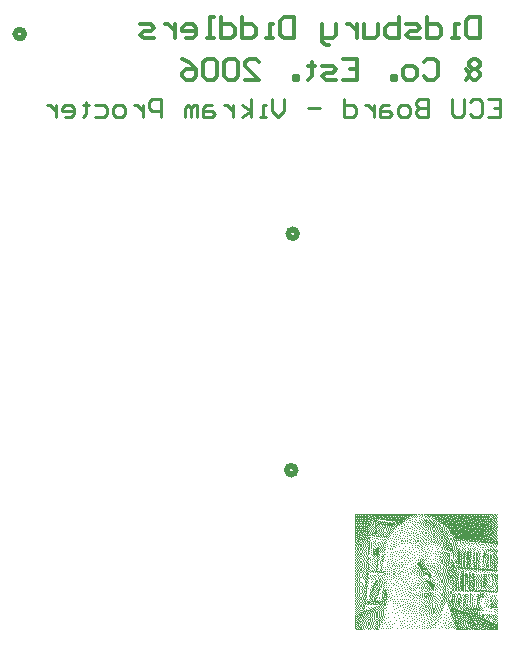
<source format=gbr>
%TF.GenerationSoftware,Altium Limited,Altium Designer,24.10.1 (45)*%
G04 Layer_Color=32896*
%FSLAX25Y25*%
%MOIN*%
%TF.SameCoordinates,F49E7BB8-28A7-4C0D-84C7-1FE184DCB0B3*%
%TF.FilePolarity,Positive*%
%TF.FileFunction,Legend,Bot*%
%TF.Part,Single*%
G01*
G75*
%TA.AperFunction,NonConductor*%
%ADD45C,0.02000*%
%ADD50C,0.01000*%
%ADD53C,0.01200*%
G36*
X461328Y289758D02*
X461031D01*
Y290055D01*
X461328D01*
Y289758D01*
D02*
G37*
G36*
X435500D02*
X435797D01*
Y289461D01*
X435500D01*
Y289758D01*
X434906D01*
Y289461D01*
X434609D01*
Y290055D01*
X435500D01*
Y289758D01*
D02*
G37*
G36*
X436391Y289164D02*
X436688D01*
Y288867D01*
X436391D01*
Y289164D01*
X436094D01*
Y289758D01*
X435797D01*
Y290055D01*
X436391D01*
Y289164D01*
D02*
G37*
G36*
X434312Y289461D02*
X434609D01*
Y289164D01*
X434906D01*
Y288867D01*
X434609D01*
Y289164D01*
X434312D01*
Y289461D01*
X434016D01*
Y289758D01*
X433719D01*
Y289461D01*
X434016D01*
Y289164D01*
X433719D01*
Y289461D01*
X433422D01*
Y289758D01*
X433125D01*
Y289461D01*
X433422D01*
Y288867D01*
X433719D01*
Y288570D01*
X433422D01*
Y288867D01*
X433125D01*
Y289461D01*
X432828D01*
Y288867D01*
X433125D01*
Y288570D01*
X432828D01*
Y288867D01*
X432234D01*
Y289164D01*
X432531D01*
Y289461D01*
X432234D01*
Y289164D01*
X431938D01*
Y288867D01*
X432234D01*
Y288570D01*
X432531D01*
Y288273D01*
X432234D01*
Y288570D01*
X431938D01*
Y288867D01*
X431641D01*
Y288570D01*
X431938D01*
Y288273D01*
X431344D01*
Y288570D01*
X431047D01*
Y288273D01*
X431344D01*
Y287977D01*
X431047D01*
Y288273D01*
X430750D01*
Y287977D01*
X431047D01*
Y287680D01*
X430750D01*
Y287977D01*
X430453D01*
Y287383D01*
X429859D01*
Y287086D01*
X430156D01*
Y286789D01*
X430453D01*
Y286492D01*
X430156D01*
Y286789D01*
X429859D01*
Y287086D01*
X429266D01*
Y286492D01*
X428969D01*
Y286789D01*
X428672D01*
Y287086D01*
X428375D01*
Y286789D01*
X428672D01*
Y286492D01*
X428969D01*
Y286195D01*
X428672D01*
Y286492D01*
X428375D01*
Y286195D01*
X428672D01*
Y285898D01*
X428375D01*
Y286195D01*
X428078D01*
Y286492D01*
X427781D01*
Y286789D01*
X427484D01*
Y287383D01*
X427187D01*
Y287680D01*
X426891D01*
Y287383D01*
X427187D01*
Y286789D01*
X427484D01*
Y286492D01*
X427781D01*
Y286195D01*
X428078D01*
Y285898D01*
X427781D01*
Y285305D01*
X427484D01*
Y285602D01*
X427187D01*
Y285898D01*
X427484D01*
Y286195D01*
X427187D01*
Y285898D01*
X426891D01*
Y285602D01*
X427187D01*
Y285008D01*
X427484D01*
Y284711D01*
X427187D01*
Y285008D01*
X426891D01*
Y285305D01*
X426594D01*
Y285602D01*
X426000D01*
Y285305D01*
X426594D01*
Y284711D01*
X426891D01*
Y284414D01*
X426594D01*
Y284711D01*
X426297D01*
Y285008D01*
X426000D01*
Y285305D01*
X425703D01*
Y285898D01*
X425406D01*
Y285305D01*
X425703D01*
Y285008D01*
X426000D01*
Y284711D01*
X426297D01*
Y284414D01*
X426594D01*
Y284117D01*
X426297D01*
Y284414D01*
X426000D01*
Y284711D01*
X425703D01*
Y284414D01*
X426000D01*
Y284117D01*
X426297D01*
Y283820D01*
X426000D01*
Y284117D01*
X425703D01*
Y284414D01*
X425406D01*
Y285305D01*
X425109D01*
Y285898D01*
X424813D01*
Y285305D01*
X425109D01*
Y285008D01*
Y284711D01*
Y284414D01*
X425406D01*
Y284117D01*
X425703D01*
Y283523D01*
X426000D01*
Y283227D01*
X425703D01*
Y283523D01*
X425406D01*
Y283820D01*
X425109D01*
Y284414D01*
X424813D01*
Y285305D01*
X424516D01*
Y286195D01*
X424219D01*
Y285305D01*
X424516D01*
Y284414D01*
X424813D01*
Y283523D01*
X425406D01*
Y283227D01*
Y282930D01*
X425703D01*
Y282633D01*
X425406D01*
Y282930D01*
X425109D01*
Y283227D01*
X424813D01*
Y283523D01*
X424516D01*
Y283820D01*
Y284414D01*
X424219D01*
Y285305D01*
X423922D01*
Y285898D01*
X423328D01*
Y286195D01*
X423031D01*
Y285602D01*
X423625D01*
Y285008D01*
X423922D01*
Y284414D01*
Y284117D01*
X424219D01*
Y283820D01*
Y283523D01*
X424516D01*
Y283227D01*
X424813D01*
Y282930D01*
X425109D01*
Y282633D01*
X425406D01*
Y282336D01*
X425109D01*
Y282633D01*
X424813D01*
Y282930D01*
X424516D01*
Y283227D01*
X424219D01*
Y283523D01*
X423922D01*
Y284117D01*
X423625D01*
Y285008D01*
X423328D01*
Y285305D01*
X423031D01*
Y285602D01*
X422734D01*
Y286195D01*
X422141D01*
Y285898D01*
X422437D01*
Y285602D01*
X422734D01*
Y285305D01*
X423031D01*
Y285008D01*
X423328D01*
Y284117D01*
X423625D01*
Y283820D01*
Y283523D01*
X423922D01*
Y283227D01*
X424219D01*
Y282930D01*
X424516D01*
Y282633D01*
X424813D01*
Y282336D01*
X425109D01*
Y282039D01*
X424813D01*
Y282336D01*
X424516D01*
Y282039D01*
X424813D01*
Y281742D01*
X425109D01*
Y281445D01*
X424813D01*
Y281742D01*
X424516D01*
Y282039D01*
X424219D01*
Y282336D01*
X423922D01*
Y282633D01*
X423625D01*
Y283523D01*
X423328D01*
Y284117D01*
X423031D01*
Y284711D01*
Y285008D01*
X422734D01*
Y285305D01*
X422437D01*
Y285602D01*
X422141D01*
Y285898D01*
X421844D01*
Y286492D01*
X421547D01*
Y285898D01*
X421844D01*
Y285602D01*
X422141D01*
Y285305D01*
X422437D01*
Y285008D01*
X422734D01*
Y284117D01*
X423031D01*
Y283820D01*
Y283523D01*
X423328D01*
Y282930D01*
Y282633D01*
X423625D01*
Y282336D01*
X423922D01*
Y282039D01*
X423328D01*
Y282336D01*
X423031D01*
Y282930D01*
X422734D01*
Y283227D01*
X422437D01*
Y283523D01*
X422734D01*
Y283227D01*
X423031D01*
Y283523D01*
X422734D01*
Y284117D01*
X422437D01*
Y285008D01*
X422141D01*
Y285305D01*
X421844D01*
Y285602D01*
X421547D01*
Y285898D01*
X421250D01*
Y286195D01*
X420953D01*
Y285898D01*
X421250D01*
Y285602D01*
X421547D01*
Y285305D01*
X421844D01*
Y285008D01*
X422141D01*
Y284117D01*
X422437D01*
Y283820D01*
X422141D01*
Y284117D01*
X421844D01*
Y284414D01*
X421547D01*
Y284711D01*
X421844D01*
Y285008D01*
X421547D01*
Y285305D01*
X421250D01*
Y284414D01*
X421547D01*
Y284117D01*
X421844D01*
Y283820D01*
X422141D01*
Y283227D01*
X422437D01*
Y282930D01*
X422734D01*
Y282336D01*
X423031D01*
Y282039D01*
X422734D01*
Y282336D01*
X422437D01*
Y282633D01*
X422141D01*
Y283227D01*
X421844D01*
Y283820D01*
X421547D01*
Y284117D01*
X421250D01*
Y284414D01*
X420953D01*
Y284117D01*
X421250D01*
Y283523D01*
X421547D01*
Y283227D01*
X421844D01*
Y282633D01*
X422141D01*
Y282336D01*
X422437D01*
Y282039D01*
X422141D01*
Y282336D01*
X421250D01*
Y282633D01*
X420953D01*
Y282336D01*
X420656D01*
Y282930D01*
X420359D01*
Y283227D01*
X419766D01*
Y282930D01*
X420359D01*
Y282336D01*
X420062D01*
Y282633D01*
X419469D01*
Y282930D01*
X419172D01*
Y283227D01*
X418875D01*
Y283523D01*
X418578D01*
Y283820D01*
X418281D01*
Y283523D01*
X418578D01*
Y283227D01*
X418875D01*
Y282930D01*
X419172D01*
Y282633D01*
X418578D01*
Y282930D01*
X418281D01*
Y283227D01*
X417984D01*
Y282930D01*
X418281D01*
Y282633D01*
X418578D01*
Y282336D01*
X419172D01*
Y282039D01*
X418875D01*
Y281445D01*
X419172D01*
Y281148D01*
X418875D01*
Y281445D01*
X418578D01*
Y281148D01*
X418875D01*
Y280852D01*
Y278477D01*
X419172D01*
Y278180D01*
X418875D01*
Y278477D01*
X418578D01*
Y279070D01*
X418281D01*
Y279367D01*
X417984D01*
Y279664D01*
X417688D01*
Y279961D01*
X417391D01*
Y280258D01*
X417094D01*
Y280852D01*
X416797D01*
Y280258D01*
X417094D01*
Y279961D01*
X417391D01*
Y279070D01*
X417688D01*
Y278180D01*
X417391D01*
Y279070D01*
X417094D01*
Y279961D01*
X416797D01*
Y280258D01*
X416500D01*
Y280555D01*
X416203D01*
Y280852D01*
X416500D01*
Y281148D01*
X416203D01*
Y281445D01*
X415906D01*
Y281742D01*
X415609D01*
Y282039D01*
X415312D01*
Y281742D01*
X415609D01*
Y281445D01*
X415906D01*
Y281148D01*
X416203D01*
Y280852D01*
X415906D01*
Y280555D01*
X416203D01*
Y280258D01*
X416500D01*
Y279961D01*
X416797D01*
Y279070D01*
X417094D01*
Y278773D01*
X416797D01*
Y279070D01*
X416500D01*
Y279961D01*
X416203D01*
Y280258D01*
X415906D01*
Y279961D01*
X416203D01*
Y279070D01*
X416500D01*
Y278773D01*
X416797D01*
Y278477D01*
X417094D01*
Y278180D01*
X417391D01*
Y277883D01*
X417688D01*
Y277586D01*
X417391D01*
Y277883D01*
X417094D01*
Y278180D01*
X416797D01*
Y278477D01*
X416500D01*
Y278773D01*
X416203D01*
Y279070D01*
X415906D01*
Y279961D01*
X415609D01*
Y280258D01*
X415312D01*
Y280555D01*
X415609D01*
Y280852D01*
X415312D01*
Y280555D01*
X415016D01*
Y280258D01*
X415312D01*
Y279961D01*
X415609D01*
Y279070D01*
X415906D01*
Y278773D01*
X416203D01*
Y277883D01*
X416500D01*
Y276992D01*
X416797D01*
Y276695D01*
X417094D01*
Y276102D01*
X417391D01*
Y275805D01*
X417688D01*
Y275508D01*
X417984D01*
Y275211D01*
X418281D01*
Y274914D01*
Y274617D01*
X418578D01*
Y273727D01*
X418281D01*
Y274023D01*
X417984D01*
Y274320D01*
X417688D01*
Y274914D01*
X417391D01*
Y275211D01*
X417094D01*
Y275508D01*
X417391D01*
Y275211D01*
X417688D01*
Y274914D01*
X417984D01*
Y275211D01*
X417688D01*
Y275508D01*
X417391D01*
Y275805D01*
X417094D01*
Y276102D01*
X416797D01*
Y276398D01*
Y276695D01*
X416500D01*
Y276992D01*
X416203D01*
Y277883D01*
X415906D01*
Y278773D01*
X415609D01*
Y279070D01*
X415312D01*
Y279664D01*
X415016D01*
Y279070D01*
X415312D01*
Y278773D01*
X415609D01*
Y277586D01*
X415906D01*
Y277289D01*
Y276992D01*
X416203D01*
Y276398D01*
X416500D01*
Y276102D01*
X416797D01*
Y275805D01*
Y275508D01*
Y275211D01*
X417094D01*
Y274617D01*
X417391D01*
Y274320D01*
X417688D01*
Y274023D01*
X417984D01*
Y273727D01*
X418281D01*
Y271352D01*
X418578D01*
Y271055D01*
X418875D01*
Y270758D01*
X419172D01*
Y270461D01*
X418875D01*
Y270758D01*
X417984D01*
Y271055D01*
X417688D01*
Y270758D01*
X417984D01*
Y270461D01*
X418281D01*
Y270164D01*
X417984D01*
Y269867D01*
X418281D01*
Y269570D01*
X418578D01*
Y268977D01*
X418281D01*
Y269570D01*
X417984D01*
Y268977D01*
X418281D01*
Y268383D01*
X418578D01*
Y268086D01*
Y267789D01*
X418281D01*
Y268383D01*
X417984D01*
Y268680D01*
X417688D01*
Y268977D01*
X417391D01*
Y269273D01*
X417094D01*
Y269570D01*
X416797D01*
Y269867D01*
X416500D01*
Y270164D01*
Y270758D01*
X416203D01*
Y271055D01*
X415906D01*
Y271945D01*
X415609D01*
Y272242D01*
X415312D01*
Y272836D01*
X415016D01*
Y273133D01*
X414719D01*
Y273430D01*
X414422D01*
Y274023D01*
X414125D01*
Y274320D01*
X413828D01*
Y274914D01*
X414125D01*
Y274617D01*
Y274320D01*
X414422D01*
Y274023D01*
X414719D01*
Y274320D01*
X414422D01*
Y274914D01*
X414125D01*
Y275211D01*
X413828D01*
Y275805D01*
X414125D01*
Y275211D01*
X414422D01*
Y274914D01*
X414719D01*
Y274320D01*
X415016D01*
Y274023D01*
Y273727D01*
X415312D01*
Y273430D01*
X415609D01*
Y273133D01*
X415906D01*
Y272836D01*
X416203D01*
Y272242D01*
X416500D01*
Y271945D01*
X416797D01*
Y271648D01*
X417094D01*
Y271352D01*
X416797D01*
Y271648D01*
X416500D01*
Y271945D01*
X416203D01*
Y272242D01*
X415906D01*
Y272539D01*
Y272836D01*
X415609D01*
Y273133D01*
X415312D01*
Y273430D01*
X415016D01*
Y273727D01*
X414719D01*
Y273430D01*
X415016D01*
Y273133D01*
X415312D01*
Y272836D01*
X415609D01*
Y272242D01*
X415906D01*
Y271945D01*
X416203D01*
Y271352D01*
Y271055D01*
X416500D01*
Y270758D01*
X416797D01*
Y269867D01*
X417094D01*
Y269570D01*
X417391D01*
Y269273D01*
X417688D01*
Y269570D01*
X417391D01*
Y269867D01*
X417094D01*
Y270164D01*
X417391D01*
Y269867D01*
X417688D01*
Y270164D01*
X417391D01*
Y270461D01*
X417094D01*
Y270758D01*
X416797D01*
Y271055D01*
X416500D01*
Y271352D01*
X416797D01*
Y271055D01*
X417094D01*
Y270758D01*
X417391D01*
Y270461D01*
X417688D01*
Y270758D01*
X417391D01*
Y271648D01*
X417094D01*
Y271945D01*
X416797D01*
Y272242D01*
Y272539D01*
X416500D01*
Y272836D01*
X416203D01*
Y273727D01*
X415906D01*
Y274320D01*
X415609D01*
Y274914D01*
X415312D01*
Y275508D01*
X415016D01*
Y275805D01*
X414719D01*
Y276102D01*
X414422D01*
Y276398D01*
Y276695D01*
X414125D01*
Y276992D01*
X413828D01*
Y277289D01*
Y277586D01*
X414125D01*
Y276992D01*
X414422D01*
Y276695D01*
X414719D01*
Y276992D01*
X414422D01*
Y277586D01*
X414125D01*
Y277883D01*
X413828D01*
Y279070D01*
X414125D01*
Y277883D01*
X414422D01*
Y277586D01*
X414719D01*
Y276992D01*
X415016D01*
Y276398D01*
X415312D01*
Y276102D01*
X415609D01*
Y275805D01*
X415906D01*
Y275508D01*
X416203D01*
Y274914D01*
X416500D01*
Y274617D01*
X416797D01*
Y274023D01*
X417094D01*
Y273133D01*
Y272836D01*
X416797D01*
Y274023D01*
X416500D01*
Y274320D01*
Y274617D01*
X416203D01*
Y274914D01*
X415906D01*
Y275211D01*
Y275508D01*
X415609D01*
Y275805D01*
X415312D01*
Y276102D01*
X415016D01*
Y276398D01*
X414719D01*
Y276102D01*
X415016D01*
Y275805D01*
X415312D01*
Y275508D01*
X415609D01*
Y274914D01*
X415906D01*
Y274617D01*
Y274320D01*
X416203D01*
Y274023D01*
Y273727D01*
X416500D01*
Y273430D01*
Y273133D01*
Y272836D01*
X416797D01*
Y272539D01*
X417094D01*
Y271945D01*
X417391D01*
Y271648D01*
X417688D01*
Y271352D01*
X417984D01*
Y271055D01*
X418281D01*
Y271352D01*
X417984D01*
Y271648D01*
X417688D01*
Y271945D01*
X417391D01*
Y273430D01*
X417688D01*
Y272836D01*
X417984D01*
Y273430D01*
X417688D01*
Y273727D01*
X417391D01*
Y274320D01*
X417094D01*
Y274617D01*
X416797D01*
Y275211D01*
X416500D01*
Y276102D01*
X416203D01*
Y276398D01*
X415906D01*
Y276992D01*
X415609D01*
Y277586D01*
X415312D01*
Y277883D01*
Y278180D01*
X415016D01*
Y278477D01*
X414719D01*
Y278180D01*
X415016D01*
Y277586D01*
X415312D01*
Y276992D01*
X415609D01*
Y276695D01*
Y276398D01*
X415906D01*
Y276102D01*
X416203D01*
Y275805D01*
X415906D01*
Y276102D01*
X415609D01*
Y276398D01*
X415312D01*
Y276992D01*
X415016D01*
Y277586D01*
X414719D01*
Y277883D01*
X414422D01*
Y278180D01*
Y279070D01*
X414125D01*
Y279367D01*
X413828D01*
Y279961D01*
X414125D01*
Y279664D01*
X414422D01*
Y279070D01*
X414719D01*
Y278773D01*
X415016D01*
Y278477D01*
X415312D01*
Y278773D01*
X415016D01*
Y279070D01*
X414719D01*
Y279664D01*
X414422D01*
Y279961D01*
X414125D01*
Y280258D01*
X413828D01*
Y290055D01*
X434312D01*
Y289461D01*
D02*
G37*
G36*
X460734Y289758D02*
X461031D01*
Y288867D01*
X461328D01*
Y288570D01*
X461031D01*
Y288867D01*
X460734D01*
Y289461D01*
X460437D01*
Y289758D01*
X460141D01*
Y290055D01*
X460734D01*
Y289758D01*
D02*
G37*
G36*
X459844D02*
X460141D01*
Y289461D01*
X460437D01*
Y288867D01*
X460734D01*
Y288570D01*
X461031D01*
Y287680D01*
X461328D01*
Y287383D01*
X461031D01*
Y287680D01*
X460734D01*
Y288273D01*
X460437D01*
Y287680D01*
X460734D01*
Y287383D01*
X461031D01*
Y286789D01*
X461328D01*
Y286492D01*
X461031D01*
Y286789D01*
X460734D01*
Y287086D01*
X460437D01*
Y287383D01*
X460141D01*
Y287680D01*
X459844D01*
Y287977D01*
X459844D01*
Y287977D01*
X459547D01*
Y287680D01*
X459844D01*
Y287383D01*
X460141D01*
Y287086D01*
X460437D01*
Y286789D01*
X460734D01*
Y286492D01*
X461031D01*
Y285898D01*
X461328D01*
Y285305D01*
X461031D01*
Y284711D01*
X461328D01*
Y284414D01*
X461031D01*
Y284711D01*
X460734D01*
Y285008D01*
X460437D01*
Y285305D01*
X460141D01*
Y285008D01*
X460437D01*
Y284711D01*
X460734D01*
Y284414D01*
X461031D01*
Y283820D01*
X461328D01*
Y283523D01*
X461031D01*
Y283820D01*
X460734D01*
Y284117D01*
X460437D01*
Y284414D01*
X460141D01*
Y284711D01*
X459844D01*
Y285008D01*
X459547D01*
Y284711D01*
X459844D01*
Y284414D01*
X460141D01*
Y284117D01*
X460437D01*
Y283820D01*
X460734D01*
Y283523D01*
X461031D01*
Y282930D01*
X461328D01*
Y282633D01*
X461031D01*
Y282930D01*
X460734D01*
Y283227D01*
X460437D01*
Y283523D01*
X460141D01*
Y283820D01*
X459844D01*
Y283523D01*
X460141D01*
Y283227D01*
X460437D01*
Y282930D01*
X460734D01*
Y282633D01*
X461031D01*
Y282039D01*
X461328D01*
Y281742D01*
X461031D01*
Y282039D01*
X460734D01*
Y282336D01*
X460437D01*
Y282633D01*
X460141D01*
Y282930D01*
X459844D01*
Y283227D01*
X459547D01*
Y282930D01*
X459844D01*
Y282633D01*
X460141D01*
Y282336D01*
X460437D01*
Y282039D01*
X460734D01*
Y281742D01*
X461031D01*
Y281148D01*
X461328D01*
Y279664D01*
X461031D01*
Y279961D01*
X460734D01*
Y279664D01*
X461031D01*
Y279070D01*
X460734D01*
Y279664D01*
X460437D01*
Y279961D01*
X460141D01*
Y280258D01*
X459844D01*
Y279961D01*
X460141D01*
Y279664D01*
Y279367D01*
X460437D01*
Y279070D01*
X460734D01*
Y278773D01*
X460437D01*
Y279070D01*
X460141D01*
Y279367D01*
X459844D01*
Y279961D01*
X459250D01*
Y280258D01*
X458953D01*
Y279961D01*
X459250D01*
Y279664D01*
X459547D01*
Y279070D01*
X459844D01*
Y278773D01*
X460141D01*
Y278477D01*
X459844D01*
Y278773D01*
X459547D01*
Y279070D01*
X459250D01*
Y279664D01*
X458953D01*
Y279961D01*
X458656D01*
Y280258D01*
X458359D01*
Y279664D01*
X458656D01*
Y279367D01*
X458953D01*
Y279070D01*
X458656D01*
Y279367D01*
X458359D01*
Y279664D01*
X458063D01*
Y280258D01*
X457469D01*
Y279961D01*
X457766D01*
Y279367D01*
X458063D01*
Y279070D01*
X458359D01*
Y278773D01*
X458063D01*
Y279070D01*
X457766D01*
Y279367D01*
X457469D01*
Y279961D01*
X457172D01*
Y280258D01*
X455688D01*
Y280555D01*
X455391D01*
Y280258D01*
X455094D01*
Y279961D01*
X455391D01*
Y279664D01*
X455688D01*
Y279367D01*
X455391D01*
Y279664D01*
X455094D01*
Y279961D01*
X454797D01*
Y280555D01*
X454203D01*
Y280258D01*
X454500D01*
Y279664D01*
X454797D01*
Y279367D01*
X455094D01*
Y279070D01*
X454797D01*
Y279367D01*
X454500D01*
Y279664D01*
X454203D01*
Y279961D01*
Y280258D01*
X453906D01*
Y280555D01*
X451828D01*
Y280852D01*
X451531D01*
Y280555D01*
X451828D01*
Y280258D01*
X452125D01*
Y279664D01*
X451828D01*
Y280258D01*
X451531D01*
Y280555D01*
X451234D01*
Y280852D01*
X450641D01*
Y280258D01*
X450938D01*
Y279961D01*
X451234D01*
Y279664D01*
X450938D01*
Y279961D01*
X450641D01*
Y280258D01*
X450344D01*
Y280852D01*
X449156D01*
Y281148D01*
X449453D01*
Y281445D01*
X449156D01*
Y281148D01*
X448859D01*
Y280852D01*
X449156D01*
Y279961D01*
X449453D01*
Y279664D01*
X449750D01*
Y279367D01*
X449453D01*
Y279664D01*
X449156D01*
Y279961D01*
X448859D01*
Y280258D01*
Y280555D01*
Y280852D01*
X448562D01*
Y281148D01*
X448266D01*
Y280852D01*
X448562D01*
Y280555D01*
Y280258D01*
X448266D01*
Y280852D01*
X447969D01*
Y281148D01*
X447672D01*
Y280555D01*
X447969D01*
Y280258D01*
Y279961D01*
X447672D01*
Y280555D01*
X447375D01*
Y281148D01*
X446781D01*
Y281445D01*
X446484D01*
Y282336D01*
X446187D01*
Y282633D01*
X445891D01*
Y282930D01*
X446187D01*
Y282633D01*
X446484D01*
Y282336D01*
X446781D01*
Y282633D01*
X446781D01*
D01*
X446484D01*
Y282930D01*
X446187D01*
Y283227D01*
X445891D01*
Y283820D01*
X445297D01*
Y284414D01*
X445000D01*
Y285008D01*
X444703D01*
Y285305D01*
X444406D01*
Y285602D01*
X443813D01*
Y286195D01*
X443516D01*
Y285602D01*
X443813D01*
Y284711D01*
Y284414D01*
X444406D01*
Y283523D01*
X444703D01*
Y282930D01*
X445000D01*
Y282633D01*
X445297D01*
Y282336D01*
X445000D01*
Y282633D01*
X444703D01*
Y282930D01*
X444406D01*
Y283227D01*
X444109D01*
Y282930D01*
X444406D01*
Y282633D01*
X444703D01*
Y282336D01*
Y282039D01*
X445000D01*
Y281445D01*
X445297D01*
Y280852D01*
Y280555D01*
Y280258D01*
X445594D01*
Y279664D01*
X445891D01*
Y280258D01*
X445594D01*
Y281445D01*
X445297D01*
Y282039D01*
X445594D01*
Y281445D01*
X445891D01*
Y280258D01*
X446187D01*
Y279367D01*
X446484D01*
Y278477D01*
X446781D01*
Y278180D01*
X447078D01*
Y277883D01*
X447375D01*
Y277586D01*
X447672D01*
Y277289D01*
X447969D01*
Y277586D01*
X447672D01*
Y277883D01*
X447375D01*
Y278180D01*
X447078D01*
Y278477D01*
X446781D01*
Y279070D01*
Y279367D01*
X446484D01*
Y279664D01*
Y279961D01*
Y280555D01*
X446187D01*
Y280852D01*
X446484D01*
Y280555D01*
X446781D01*
Y279367D01*
X447078D01*
Y278477D01*
X447375D01*
Y278180D01*
X447672D01*
Y277883D01*
X447969D01*
Y278180D01*
X447672D01*
Y278477D01*
X447375D01*
Y279367D01*
X447078D01*
Y280555D01*
X446781D01*
Y280852D01*
X446484D01*
Y281148D01*
X446187D01*
Y281445D01*
X445891D01*
Y282039D01*
X445594D01*
Y282633D01*
X445297D01*
Y282930D01*
X445000D01*
Y283227D01*
X445297D01*
Y282930D01*
X445594D01*
Y282633D01*
X445891D01*
Y282039D01*
X446187D01*
Y281742D01*
Y281445D01*
X446484D01*
Y281148D01*
X446781D01*
Y280852D01*
X447078D01*
Y280555D01*
X447375D01*
Y279961D01*
X447672D01*
Y279664D01*
X447969D01*
Y279367D01*
X448266D01*
Y279070D01*
X448562D01*
Y278773D01*
X448859D01*
Y278477D01*
X449156D01*
Y278180D01*
X448859D01*
Y278477D01*
X448562D01*
Y278773D01*
X448266D01*
Y279070D01*
X447969D01*
Y279367D01*
X447672D01*
Y279664D01*
X447375D01*
Y279367D01*
X447672D01*
Y278773D01*
X447969D01*
Y278477D01*
X448266D01*
Y277883D01*
X448562D01*
Y277586D01*
X448859D01*
Y277289D01*
X449156D01*
Y276992D01*
X449453D01*
Y276398D01*
X449750D01*
Y276102D01*
X450047D01*
Y276398D01*
X449750D01*
Y276992D01*
X449453D01*
Y277289D01*
X449156D01*
Y277586D01*
X448859D01*
Y277883D01*
X448562D01*
Y278180D01*
X448859D01*
Y277883D01*
X449156D01*
Y277586D01*
X449453D01*
Y277289D01*
X449750D01*
Y276992D01*
X450047D01*
Y277289D01*
X449750D01*
Y277586D01*
X449453D01*
Y278477D01*
X449750D01*
Y278180D01*
Y277586D01*
X450047D01*
Y277289D01*
X450344D01*
Y277883D01*
X450047D01*
Y278180D01*
X450344D01*
Y277883D01*
X450641D01*
Y276992D01*
X450938D01*
Y278180D01*
X450641D01*
Y278477D01*
X450344D01*
Y278773D01*
X450641D01*
Y278477D01*
X450938D01*
Y278180D01*
X451234D01*
Y277586D01*
X451828D01*
Y277289D01*
X452125D01*
Y277586D01*
X451828D01*
Y277883D01*
X451531D01*
Y278180D01*
X451828D01*
Y277883D01*
X452125D01*
Y277586D01*
X452422D01*
Y277289D01*
X452719D01*
Y276992D01*
X452422D01*
Y276695D01*
X452719D01*
Y276398D01*
X452422D01*
Y276102D01*
X452719D01*
Y275805D01*
X452422D01*
Y275508D01*
X452719D01*
Y274914D01*
X452422D01*
Y275211D01*
X452125D01*
Y274914D01*
X452422D01*
Y273430D01*
X452719D01*
Y273133D01*
X452422D01*
Y273430D01*
X452125D01*
Y273133D01*
X452422D01*
Y272836D01*
X452719D01*
Y272539D01*
X452422D01*
Y272836D01*
X452125D01*
Y272539D01*
X452422D01*
Y272242D01*
X452719D01*
Y271945D01*
X453312D01*
Y272242D01*
X453016D01*
Y272836D01*
X453312D01*
Y273133D01*
X453016D01*
Y273430D01*
X452719D01*
Y273727D01*
X453016D01*
Y273430D01*
X453312D01*
Y273727D01*
X453016D01*
Y274320D01*
X452719D01*
Y274617D01*
X453312D01*
Y274914D01*
X453016D01*
Y276398D01*
X453312D01*
Y276695D01*
X453016D01*
Y276992D01*
X453312D01*
Y277289D01*
X453016D01*
Y277586D01*
X453312D01*
Y277289D01*
X453609D01*
Y277586D01*
X453312D01*
Y277883D01*
X453016D01*
Y278180D01*
X453312D01*
Y277883D01*
X453609D01*
Y277586D01*
X453906D01*
Y276992D01*
X453609D01*
Y276695D01*
X453906D01*
Y275508D01*
X453609D01*
Y275211D01*
X453906D01*
Y274914D01*
X453609D01*
Y274617D01*
X453906D01*
Y274023D01*
X454203D01*
Y277289D01*
X454500D01*
Y276992D01*
X454797D01*
Y276102D01*
X455094D01*
Y275805D01*
X455391D01*
Y274617D01*
X455094D01*
Y275211D01*
X454797D01*
Y275508D01*
X454500D01*
Y275211D01*
X454797D01*
Y274617D01*
X455094D01*
Y274320D01*
X455391D01*
Y274023D01*
X455688D01*
Y273727D01*
X455391D01*
Y274023D01*
X455094D01*
Y273727D01*
X455391D01*
Y273430D01*
X455094D01*
Y273727D01*
X454797D01*
Y274320D01*
X454500D01*
Y273727D01*
X454797D01*
Y273430D01*
X455094D01*
Y273133D01*
X455391D01*
Y272539D01*
X455688D01*
Y272242D01*
X455391D01*
Y272539D01*
X455094D01*
Y272836D01*
X454797D01*
Y273430D01*
X454500D01*
Y272836D01*
X454797D01*
Y272539D01*
X455094D01*
Y272242D01*
X455391D01*
Y271945D01*
X455688D01*
Y271648D01*
X455984D01*
Y271945D01*
X456281D01*
Y271648D01*
X456578D01*
Y271945D01*
X456875D01*
Y271648D01*
X457172D01*
Y271945D01*
X456875D01*
Y272242D01*
X456578D01*
Y272836D01*
X456281D01*
Y273133D01*
X455984D01*
Y273430D01*
X456281D01*
Y273133D01*
X456578D01*
Y272836D01*
X456875D01*
Y272539D01*
Y272242D01*
X457172D01*
Y271945D01*
X457469D01*
Y271648D01*
X457766D01*
Y271945D01*
X457469D01*
Y272539D01*
X457172D01*
Y272836D01*
X456875D01*
Y273133D01*
Y273430D01*
X456578D01*
Y275211D01*
X456281D01*
Y275508D01*
X456578D01*
Y276398D01*
X456281D01*
Y276695D01*
X456578D01*
Y276398D01*
X456875D01*
Y276695D01*
X456578D01*
Y276992D01*
X456281D01*
Y277289D01*
X456578D01*
Y276992D01*
X456875D01*
Y277289D01*
Y277586D01*
X456578D01*
Y277883D01*
X456875D01*
Y277586D01*
X457172D01*
Y276992D01*
X457469D01*
Y276695D01*
X458063D01*
Y276398D01*
X458359D01*
Y275508D01*
X458063D01*
Y275211D01*
X458359D01*
Y274320D01*
X458063D01*
Y274023D01*
X458359D01*
Y273727D01*
X458063D01*
Y273430D01*
X458359D01*
Y272836D01*
X458063D01*
Y272539D01*
X458359D01*
Y271945D01*
X458063D01*
Y272242D01*
X457766D01*
Y271945D01*
X458063D01*
Y271648D01*
X458656D01*
Y271945D01*
X459250D01*
Y271648D01*
X459844D01*
Y271352D01*
X460141D01*
Y271648D01*
X459844D01*
Y271945D01*
X459250D01*
Y272242D01*
X458656D01*
Y275211D01*
Y275508D01*
Y276695D01*
X459250D01*
Y276398D01*
X459547D01*
Y274914D01*
X460141D01*
Y274617D01*
X460437D01*
Y274320D01*
X460734D01*
Y274023D01*
X461031D01*
Y274320D01*
X460734D01*
Y274617D01*
X460437D01*
Y274914D01*
X460141D01*
Y275211D01*
X459844D01*
Y276398D01*
X459547D01*
Y276695D01*
X459844D01*
Y276398D01*
X460141D01*
Y276102D01*
X460437D01*
Y275211D01*
X460734D01*
Y274914D01*
X461031D01*
Y275211D01*
X460734D01*
Y276102D01*
X460437D01*
Y276398D01*
X460141D01*
Y276695D01*
X459844D01*
Y276992D01*
X460141D01*
Y277289D01*
X458953D01*
Y277586D01*
X458359D01*
Y277289D01*
X458063D01*
Y277883D01*
X457766D01*
Y278477D01*
X458063D01*
Y278180D01*
X458359D01*
Y277883D01*
X458656D01*
Y278180D01*
X458359D01*
Y278477D01*
X458656D01*
Y278180D01*
X458953D01*
Y277883D01*
X459250D01*
Y277586D01*
X459547D01*
Y277883D01*
X459250D01*
Y278477D01*
X459547D01*
Y277883D01*
X459844D01*
Y277586D01*
X460141D01*
Y277289D01*
X460437D01*
Y276695D01*
X460734D01*
Y276398D01*
X461031D01*
Y275805D01*
X461328D01*
Y274617D01*
X461031D01*
Y274320D01*
X461328D01*
Y273430D01*
X461031D01*
Y273727D01*
X460734D01*
Y274023D01*
X460437D01*
Y273727D01*
X460734D01*
Y273430D01*
X461031D01*
Y272539D01*
X461328D01*
Y272242D01*
X461031D01*
Y272539D01*
X460734D01*
Y272836D01*
X460437D01*
Y272539D01*
X460734D01*
Y272242D01*
X461031D01*
Y271352D01*
X461328D01*
Y271055D01*
X461031D01*
Y270758D01*
X460734D01*
Y271055D01*
X460437D01*
Y270758D01*
X460734D01*
Y270461D01*
X460437D01*
Y270758D01*
X460141D01*
Y271055D01*
X459844D01*
Y270758D01*
X459547D01*
Y271055D01*
X457469D01*
Y271352D01*
X457172D01*
Y271055D01*
X457469D01*
Y270758D01*
X457172D01*
Y271055D01*
X456578D01*
Y271352D01*
X456281D01*
Y270758D01*
X456578D01*
Y270461D01*
X456281D01*
Y270758D01*
X455984D01*
Y271352D01*
X455688D01*
Y271055D01*
X455391D01*
Y271352D01*
X455094D01*
Y270758D01*
X454797D01*
Y271648D01*
X454500D01*
Y271055D01*
X454203D01*
Y271352D01*
X453312D01*
Y271648D01*
X453016D01*
Y271352D01*
X453312D01*
Y271055D01*
X453609D01*
Y270758D01*
X453312D01*
Y271055D01*
X453016D01*
Y271352D01*
X452422D01*
Y271648D01*
X452125D01*
Y271352D01*
X452422D01*
Y271055D01*
X452719D01*
Y270758D01*
X452422D01*
Y271055D01*
X452125D01*
Y271352D01*
X451828D01*
Y271648D01*
X451531D01*
Y271352D01*
X451828D01*
Y271055D01*
X451531D01*
Y271352D01*
X451234D01*
Y271648D01*
X450641D01*
Y271352D01*
X450938D01*
Y271055D01*
X450641D01*
Y271352D01*
X450344D01*
Y271648D01*
X449750D01*
Y271352D01*
X450047D01*
Y270164D01*
X450344D01*
Y269867D01*
X450641D01*
Y270164D01*
X450344D01*
Y270461D01*
X450938D01*
Y270164D01*
X451531D01*
Y268977D01*
X451828D01*
Y270758D01*
X452422D01*
Y270461D01*
X452125D01*
Y270164D01*
X452422D01*
Y269273D01*
X452719D01*
Y268977D01*
X453016D01*
Y269273D01*
X452719D01*
Y269867D01*
X453016D01*
Y270164D01*
X452719D01*
Y270461D01*
X453312D01*
Y270164D01*
X453609D01*
Y269867D01*
X453906D01*
Y269273D01*
X454203D01*
Y268977D01*
X454500D01*
Y268383D01*
X454797D01*
Y268086D01*
X455094D01*
Y267195D01*
X455391D01*
Y266898D01*
X455688D01*
Y267195D01*
X455391D01*
Y268086D01*
X455094D01*
Y268383D01*
X454797D01*
Y268977D01*
X454500D01*
Y269570D01*
X454203D01*
Y269867D01*
X454500D01*
Y269570D01*
X454797D01*
Y268977D01*
X455094D01*
Y268383D01*
X455391D01*
Y268086D01*
X455688D01*
Y268680D01*
X455391D01*
Y268977D01*
X455094D01*
Y269570D01*
X454797D01*
Y269867D01*
X454500D01*
Y270164D01*
X454797D01*
Y269867D01*
X455094D01*
Y269570D01*
X455391D01*
Y269273D01*
Y268977D01*
X455688D01*
Y268680D01*
X455984D01*
Y268086D01*
Y267789D01*
X456281D01*
Y267492D01*
X456578D01*
Y267195D01*
X456875D01*
Y267492D01*
X456578D01*
Y267789D01*
X456281D01*
Y268086D01*
X456578D01*
Y267789D01*
X456875D01*
Y268086D01*
X456578D01*
Y268383D01*
X456281D01*
Y268680D01*
X455984D01*
Y268977D01*
X455688D01*
Y269867D01*
X455391D01*
Y270164D01*
X455688D01*
Y269867D01*
X455984D01*
Y269570D01*
Y268977D01*
X456281D01*
Y268680D01*
X456875D01*
Y268977D01*
X456281D01*
Y269570D01*
X456578D01*
Y269273D01*
X456875D01*
Y269570D01*
X456578D01*
Y270164D01*
X456875D01*
Y269867D01*
X457172D01*
Y270164D01*
X457469D01*
Y269867D01*
X457766D01*
Y268680D01*
X458063D01*
Y268383D01*
X458359D01*
Y268086D01*
X458656D01*
Y267789D01*
X458953D01*
Y267492D01*
X458656D01*
Y267789D01*
X458359D01*
Y268086D01*
X458063D01*
Y268383D01*
X457766D01*
Y268680D01*
X457469D01*
Y268977D01*
X457172D01*
Y268680D01*
X457469D01*
Y268383D01*
X457766D01*
Y267789D01*
X458063D01*
Y267492D01*
X458359D01*
Y267195D01*
X458656D01*
Y266898D01*
X458359D01*
Y267195D01*
X458063D01*
Y267492D01*
X457766D01*
Y267195D01*
X458063D01*
Y266898D01*
X457766D01*
Y267195D01*
X457469D01*
Y266898D01*
X457766D01*
Y266305D01*
X458063D01*
Y266008D01*
X458359D01*
Y265711D01*
X458656D01*
Y265414D01*
X458953D01*
Y265117D01*
X459250D01*
Y264820D01*
X458953D01*
Y265117D01*
X458656D01*
Y265414D01*
X458359D01*
Y265711D01*
X458063D01*
Y266008D01*
X457766D01*
Y266305D01*
X457469D01*
Y266008D01*
X457766D01*
Y265711D01*
X458063D01*
Y265414D01*
X458359D01*
Y265117D01*
X458656D01*
Y264820D01*
X458359D01*
Y265117D01*
X458063D01*
Y265414D01*
X457766D01*
Y265711D01*
X457469D01*
Y266008D01*
X457172D01*
Y265711D01*
X457469D01*
Y265117D01*
X457766D01*
Y264820D01*
X457469D01*
Y265117D01*
X457172D01*
Y265414D01*
X456875D01*
Y265711D01*
X456578D01*
Y266305D01*
X456281D01*
Y266602D01*
X456578D01*
Y266898D01*
X456281D01*
Y267492D01*
X455984D01*
Y267789D01*
X455688D01*
Y267492D01*
X455984D01*
Y266008D01*
X456281D01*
Y265711D01*
X456578D01*
Y265414D01*
X456875D01*
Y265117D01*
X456578D01*
Y265414D01*
X456281D01*
Y265711D01*
X455984D01*
Y265117D01*
X455688D01*
Y266008D01*
X455391D01*
Y266305D01*
X455688D01*
Y266602D01*
X455391D01*
Y266898D01*
X455094D01*
Y267195D01*
X454797D01*
Y268086D01*
X454500D01*
Y268383D01*
X454203D01*
Y268977D01*
X453906D01*
Y268383D01*
X454203D01*
Y268086D01*
X454500D01*
Y267492D01*
Y267195D01*
X454797D01*
Y266898D01*
X455094D01*
Y266602D01*
Y266305D01*
Y265711D01*
X455391D01*
Y265414D01*
X455094D01*
Y265711D01*
X454797D01*
Y266898D01*
X454500D01*
Y265711D01*
X454797D01*
Y265414D01*
X455094D01*
Y265117D01*
X454797D01*
Y265414D01*
X454500D01*
Y265711D01*
X454203D01*
Y268086D01*
X453906D01*
Y264523D01*
X454203D01*
Y265414D01*
X454500D01*
Y264820D01*
X455094D01*
Y264523D01*
X455688D01*
Y264820D01*
X455391D01*
Y265117D01*
X455688D01*
Y264820D01*
X455984D01*
Y264523D01*
X456578D01*
Y264820D01*
X456281D01*
Y265117D01*
X456578D01*
Y264820D01*
X456875D01*
Y264523D01*
X457766D01*
Y264227D01*
X458063D01*
Y264820D01*
X458359D01*
Y264227D01*
X458656D01*
Y264523D01*
X459250D01*
Y264227D01*
X459844D01*
Y264523D01*
X459547D01*
Y264820D01*
X459844D01*
Y264523D01*
X460141D01*
Y264227D01*
X460437D01*
Y263930D01*
X460734D01*
Y264227D01*
X460437D01*
Y264523D01*
X460734D01*
Y264227D01*
X461031D01*
Y264523D01*
X460734D01*
Y264820D01*
X460437D01*
Y265117D01*
X460734D01*
Y264820D01*
X461031D01*
Y265117D01*
X460734D01*
Y265711D01*
X460437D01*
Y266008D01*
Y266305D01*
X460141D01*
Y266898D01*
X459844D01*
Y267195D01*
X459547D01*
Y267789D01*
X459844D01*
Y267492D01*
X460141D01*
Y266898D01*
X460437D01*
Y266305D01*
X460734D01*
Y265711D01*
X461031D01*
Y266305D01*
X460734D01*
Y267195D01*
X460437D01*
Y268680D01*
X460141D01*
Y269273D01*
X459844D01*
Y268383D01*
X460141D01*
Y267789D01*
X459844D01*
Y268086D01*
X459547D01*
Y268680D01*
Y268977D01*
X459250D01*
Y269273D01*
X459547D01*
Y269570D01*
X459250D01*
Y269867D01*
X458953D01*
Y270164D01*
X459250D01*
Y269867D01*
X459844D01*
Y269570D01*
X460141D01*
Y269273D01*
X460437D01*
Y268977D01*
X460734D01*
Y268680D01*
X461031D01*
Y268977D01*
X460734D01*
Y269273D01*
X460437D01*
Y269570D01*
X460141D01*
Y270164D01*
X459844D01*
Y270461D01*
X460141D01*
Y270164D01*
X460437D01*
Y269867D01*
X460734D01*
Y269570D01*
X461031D01*
Y269867D01*
X461328D01*
Y268086D01*
X461031D01*
Y268383D01*
X460734D01*
Y268086D01*
X461031D01*
Y267789D01*
X461328D01*
Y267492D01*
X461031D01*
Y267789D01*
X460734D01*
Y267492D01*
X461031D01*
Y266898D01*
X461328D01*
Y266602D01*
X461031D01*
Y266305D01*
X461328D01*
Y266008D01*
Y263930D01*
X461031D01*
Y263633D01*
X460437D01*
Y263930D01*
X460141D01*
Y263633D01*
X459844D01*
Y263930D01*
X459547D01*
Y263633D01*
X459250D01*
Y263930D01*
X458656D01*
Y263633D01*
X458359D01*
Y263930D01*
X457172D01*
Y264227D01*
X456875D01*
Y263930D01*
X457172D01*
Y263633D01*
X456875D01*
Y263930D01*
X456578D01*
Y264227D01*
X456281D01*
Y263930D01*
X456578D01*
Y263633D01*
X456875D01*
Y263039D01*
X457172D01*
Y262742D01*
X457469D01*
Y262445D01*
X457766D01*
Y262148D01*
X458063D01*
Y261852D01*
X457766D01*
Y262148D01*
X457469D01*
Y262445D01*
X457172D01*
Y262742D01*
X456875D01*
Y263039D01*
X456578D01*
Y263633D01*
X456281D01*
Y263930D01*
X455688D01*
Y264227D01*
X455391D01*
Y263930D01*
X455688D01*
Y263336D01*
X455984D01*
Y263633D01*
X456281D01*
Y263039D01*
X456578D01*
Y262742D01*
X456875D01*
Y261852D01*
X456578D01*
Y262445D01*
X456281D01*
Y261852D01*
X456578D01*
Y261555D01*
X456281D01*
Y261852D01*
X455391D01*
Y262148D01*
X455094D01*
Y261852D01*
X455391D01*
Y260961D01*
X454797D01*
Y260664D01*
X455391D01*
Y260070D01*
X455094D01*
Y260367D01*
X454797D01*
Y260070D01*
X455094D01*
Y259477D01*
X455391D01*
Y259180D01*
X455688D01*
Y258883D01*
X455984D01*
Y258586D01*
X456281D01*
Y258289D01*
X455984D01*
Y258586D01*
X455688D01*
Y258883D01*
X455391D01*
Y259180D01*
X455094D01*
Y259477D01*
X454797D01*
Y259773D01*
X454500D01*
Y262148D01*
X454797D01*
Y262445D01*
X454203D01*
Y262742D01*
X454797D01*
Y263039D01*
X454500D01*
Y263336D01*
X455094D01*
Y263039D01*
X455391D01*
Y263930D01*
X453312D01*
Y264227D01*
D01*
Y264227D01*
X453016D01*
Y263930D01*
X452719D01*
Y264227D01*
X452422D01*
Y263930D01*
X452125D01*
Y264227D01*
X451828D01*
Y264523D01*
X451531D01*
Y264227D01*
X451828D01*
Y263930D01*
X451234D01*
Y264227D01*
X450641D01*
Y263930D01*
X450344D01*
Y264523D01*
X450047D01*
Y263930D01*
X449750D01*
Y264227D01*
X449156D01*
Y264523D01*
X448859D01*
Y264227D01*
X449156D01*
Y263930D01*
X448859D01*
Y264227D01*
X448562D01*
Y264523D01*
X448266D01*
Y264227D01*
X448562D01*
Y263930D01*
X448266D01*
Y264227D01*
X447969D01*
Y264523D01*
X447672D01*
Y264227D01*
X447969D01*
Y263930D01*
X447672D01*
Y264227D01*
X447078D01*
Y264523D01*
X446781D01*
Y264227D01*
X447078D01*
Y263930D01*
X446781D01*
Y264227D01*
X446187D01*
Y264523D01*
X445891D01*
Y264820D01*
X445594D01*
Y265117D01*
X445297D01*
Y265414D01*
X445000D01*
Y265711D01*
Y266008D01*
X444703D01*
Y266305D01*
X444406D01*
Y266602D01*
Y266898D01*
X444109D01*
Y268383D01*
X443813D01*
Y269273D01*
X443516D01*
Y269867D01*
X443219D01*
Y270164D01*
X442922D01*
Y270461D01*
X442625D01*
Y271352D01*
X442328D01*
Y271648D01*
X442031D01*
Y272539D01*
X441734D01*
Y272836D01*
X441437D01*
Y273133D01*
X441141D01*
Y273430D01*
X440844D01*
Y273727D01*
X441141D01*
Y273430D01*
X441437D01*
Y273133D01*
X441734D01*
Y272836D01*
X442031D01*
Y272539D01*
X442328D01*
Y271648D01*
X442625D01*
Y271352D01*
X442922D01*
Y270758D01*
Y270461D01*
X443219D01*
Y270164D01*
X443516D01*
Y269867D01*
X443813D01*
Y269273D01*
X444109D01*
Y268680D01*
Y268383D01*
X444406D01*
Y268086D01*
Y267492D01*
X444703D01*
Y267195D01*
X445000D01*
Y266898D01*
X445297D01*
Y266602D01*
X445594D01*
Y266305D01*
X445891D01*
Y265711D01*
Y265414D01*
X446187D01*
Y265117D01*
X446484D01*
Y265414D01*
X446187D01*
Y266305D01*
X445891D01*
Y266602D01*
X445594D01*
Y266898D01*
X445297D01*
Y267195D01*
X445000D01*
Y267492D01*
X444703D01*
Y268383D01*
X444406D01*
Y269273D01*
X444109D01*
Y269867D01*
X443813D01*
Y270164D01*
X443516D01*
Y270461D01*
X443219D01*
Y271648D01*
X442922D01*
Y271945D01*
X442625D01*
Y272539D01*
X442328D01*
Y272836D01*
X442031D01*
Y273133D01*
X441734D01*
Y273430D01*
X442031D01*
Y273133D01*
X442328D01*
Y272836D01*
X442625D01*
Y272539D01*
X442922D01*
Y272242D01*
Y271945D01*
X443219D01*
Y271648D01*
X443516D01*
Y270461D01*
X443813D01*
Y270164D01*
X444109D01*
Y270461D01*
X443813D01*
Y271352D01*
Y271648D01*
X443516D01*
Y271945D01*
X443219D01*
Y272539D01*
X442922D01*
Y272836D01*
X442625D01*
Y273430D01*
X442328D01*
Y273727D01*
X442031D01*
Y274023D01*
X442328D01*
Y273727D01*
X442625D01*
Y273430D01*
X442922D01*
Y272836D01*
X443219D01*
Y272539D01*
X443516D01*
Y271945D01*
X443813D01*
Y271648D01*
X444109D01*
Y270461D01*
X444406D01*
Y270164D01*
X444703D01*
Y269867D01*
X445000D01*
Y270164D01*
X444703D01*
Y270461D01*
X444406D01*
Y271648D01*
X444109D01*
Y272242D01*
X443813D01*
Y272539D01*
X443516D01*
Y273133D01*
X443219D01*
Y273430D01*
X442922D01*
Y274914D01*
X442625D01*
Y275508D01*
X442031D01*
Y275805D01*
X441734D01*
Y276102D01*
X442328D01*
Y275805D01*
X442625D01*
Y275508D01*
X442922D01*
Y274914D01*
X443219D01*
Y273430D01*
X443813D01*
Y273133D01*
Y272836D01*
X444109D01*
Y272539D01*
X444406D01*
Y271648D01*
X444703D01*
Y271352D01*
X445000D01*
Y271648D01*
X445297D01*
Y271352D01*
X445594D01*
Y271055D01*
X445891D01*
Y271352D01*
X445594D01*
Y271648D01*
X445297D01*
Y271945D01*
X445000D01*
Y271648D01*
X444703D01*
Y272242D01*
X445000D01*
Y272539D01*
X444703D01*
Y272836D01*
X444109D01*
Y273430D01*
X443813D01*
Y273727D01*
X443516D01*
Y274914D01*
X443219D01*
Y275211D01*
Y275805D01*
X442922D01*
Y276102D01*
X442625D01*
Y276695D01*
X442328D01*
Y276992D01*
X442031D01*
Y277289D01*
X441734D01*
Y277586D01*
X442031D01*
Y277289D01*
X442328D01*
Y276992D01*
X442625D01*
Y276695D01*
X442922D01*
Y276102D01*
X443219D01*
Y275805D01*
X443516D01*
Y274914D01*
X443813D01*
Y274023D01*
X444109D01*
Y273727D01*
X444406D01*
Y273430D01*
Y273133D01*
X444703D01*
Y273727D01*
X444406D01*
Y274023D01*
X444109D01*
Y274320D01*
Y274914D01*
X443813D01*
Y275508D01*
Y275805D01*
X443516D01*
Y276102D01*
X443219D01*
Y276695D01*
X442922D01*
Y277289D01*
X442625D01*
Y277586D01*
X442328D01*
Y277883D01*
X442625D01*
Y277586D01*
X442922D01*
Y277289D01*
X443219D01*
Y276695D01*
X443516D01*
Y276102D01*
X443813D01*
Y275805D01*
X444109D01*
Y274914D01*
X444406D01*
Y274617D01*
X444703D01*
Y274320D01*
X445000D01*
Y274617D01*
X444703D01*
Y274914D01*
X444406D01*
Y275211D01*
X444703D01*
Y274914D01*
X445000D01*
Y275211D01*
X444703D01*
Y275508D01*
X444406D01*
Y275805D01*
X444109D01*
Y276102D01*
X443813D01*
Y276695D01*
X443516D01*
Y277289D01*
X443219D01*
Y277586D01*
X443516D01*
Y277289D01*
X444406D01*
Y276992D01*
X445297D01*
Y275508D01*
X445000D01*
Y275805D01*
X444703D01*
Y276102D01*
X444406D01*
Y276695D01*
X444109D01*
Y276992D01*
X443813D01*
Y276695D01*
X444109D01*
Y276102D01*
X444406D01*
Y275805D01*
X444703D01*
Y275508D01*
X445000D01*
Y275211D01*
X445297D01*
Y274023D01*
X445594D01*
Y274320D01*
X445891D01*
Y274023D01*
X446187D01*
Y274320D01*
X445891D01*
Y274617D01*
X445594D01*
Y275211D01*
X445891D01*
Y274914D01*
X446187D01*
Y274617D01*
X446484D01*
Y274023D01*
X446781D01*
Y273727D01*
X447078D01*
Y273430D01*
X446781D01*
Y273133D01*
X447078D01*
Y272242D01*
X447375D01*
Y271945D01*
X447672D01*
Y270758D01*
X447969D01*
Y270461D01*
X448562D01*
Y266602D01*
X448266D01*
Y266305D01*
X448562D01*
Y265711D01*
X448859D01*
Y265414D01*
X449156D01*
Y265711D01*
X448859D01*
Y267195D01*
X449156D01*
Y267492D01*
X448859D01*
Y267789D01*
X449156D01*
Y268086D01*
X448859D01*
Y269273D01*
X449156D01*
Y269570D01*
X448859D01*
Y269867D01*
X449156D01*
Y269570D01*
X449453D01*
Y269867D01*
X449156D01*
Y271055D01*
X448859D01*
Y271352D01*
X448562D01*
Y271648D01*
X448266D01*
Y271352D01*
X447969D01*
Y271945D01*
X447672D01*
Y272242D01*
X447375D01*
Y273133D01*
X447969D01*
Y272836D01*
X447672D01*
Y272242D01*
X447969D01*
Y272539D01*
X448266D01*
Y272242D01*
X448562D01*
Y272539D01*
X448266D01*
Y272836D01*
X448562D01*
Y273133D01*
D01*
D01*
X447969D01*
Y273430D01*
X447375D01*
Y273727D01*
X447078D01*
Y274320D01*
X446781D01*
Y274617D01*
X447078D01*
Y274320D01*
X447375D01*
Y274617D01*
X447078D01*
Y274914D01*
X447375D01*
Y274617D01*
X447672D01*
Y274320D01*
X447969D01*
Y274617D01*
X447672D01*
Y275508D01*
X447375D01*
Y275805D01*
X447078D01*
Y276398D01*
X446781D01*
Y275508D01*
X446484D01*
Y276992D01*
X446187D01*
Y277586D01*
X445891D01*
Y277883D01*
X445594D01*
Y277586D01*
X445891D01*
Y277289D01*
X445297D01*
Y277586D01*
X445000D01*
Y277883D01*
D01*
D01*
X444703D01*
Y277586D01*
X445000D01*
Y277289D01*
X444703D01*
Y277586D01*
X444406D01*
Y277883D01*
X444109D01*
Y278180D01*
X443813D01*
Y278477D01*
D01*
Y278477D01*
X443516D01*
Y279070D01*
X443219D01*
Y280555D01*
X442922D01*
Y280852D01*
X442625D01*
Y281148D01*
X442328D01*
Y281445D01*
X442031D01*
Y281742D01*
X441734D01*
Y282633D01*
X441437D01*
Y282930D01*
X441141D01*
Y283227D01*
X440844D01*
Y283523D01*
X440547D01*
Y284117D01*
X440250D01*
Y284711D01*
X439953D01*
Y285008D01*
Y285305D01*
X439656D01*
Y284711D01*
X439953D01*
Y284117D01*
X440250D01*
Y283523D01*
X440547D01*
Y282633D01*
X440844D01*
Y282336D01*
X441141D01*
Y282039D01*
X441437D01*
Y281148D01*
X441734D01*
Y280852D01*
Y280555D01*
Y280258D01*
X442031D01*
Y279961D01*
X442328D01*
Y279367D01*
X442031D01*
Y279961D01*
X441734D01*
Y280258D01*
X441437D01*
Y281148D01*
X441141D01*
Y282039D01*
X440844D01*
Y282336D01*
X440547D01*
Y282633D01*
X440250D01*
Y283227D01*
Y283523D01*
X439953D01*
Y283820D01*
Y284117D01*
X439656D01*
Y284711D01*
X439359D01*
Y285602D01*
X439062D01*
Y285898D01*
X438766D01*
Y286195D01*
X438469D01*
Y285898D01*
X438766D01*
Y285602D01*
X439062D01*
Y284414D01*
X439359D01*
Y283820D01*
X439656D01*
Y283523D01*
X439953D01*
Y283227D01*
X439656D01*
Y283523D01*
X439359D01*
Y283820D01*
X439062D01*
Y284414D01*
X438766D01*
Y285602D01*
X438469D01*
Y285898D01*
X438172D01*
Y286492D01*
X437875D01*
Y286789D01*
X437578D01*
Y287086D01*
X437281D01*
Y287383D01*
X436984D01*
Y287680D01*
X436688D01*
Y288273D01*
X436391D01*
Y288570D01*
X436688D01*
Y288273D01*
X436984D01*
Y287977D01*
X437281D01*
Y287383D01*
X437578D01*
Y287977D01*
X437281D01*
Y288273D01*
X437875D01*
Y287977D01*
X438172D01*
Y287680D01*
X438469D01*
Y287383D01*
X438766D01*
Y287086D01*
X439062D01*
Y286789D01*
X439359D01*
Y286492D01*
X439656D01*
Y286195D01*
X439953D01*
Y285305D01*
X440250D01*
Y284711D01*
X440547D01*
Y284414D01*
Y284117D01*
X440844D01*
Y283523D01*
X441141D01*
Y283227D01*
X441437D01*
Y282930D01*
X441734D01*
Y282633D01*
X442031D01*
Y282336D01*
Y282039D01*
Y281742D01*
X442328D01*
Y281445D01*
X442625D01*
Y281148D01*
X442922D01*
Y280852D01*
X443219D01*
Y280555D01*
X443516D01*
Y280258D01*
X443813D01*
Y279961D01*
X444109D01*
Y280258D01*
X443813D01*
Y280555D01*
X443516D01*
Y280852D01*
X443219D01*
Y281148D01*
X442922D01*
Y281445D01*
X442625D01*
Y281742D01*
X442328D01*
Y282633D01*
X442031D01*
Y282930D01*
X441734D01*
Y283227D01*
X441437D01*
Y283523D01*
X441141D01*
Y283820D01*
Y284117D01*
X440844D01*
Y284711D01*
X440547D01*
Y285305D01*
X440250D01*
Y286195D01*
X439953D01*
Y286492D01*
X439656D01*
Y286789D01*
X439359D01*
Y287086D01*
X439062D01*
Y287383D01*
X438766D01*
Y287680D01*
X438469D01*
Y288273D01*
X438172D01*
Y288570D01*
X437875D01*
Y288867D01*
X438172D01*
Y288570D01*
X438469D01*
Y288273D01*
X438766D01*
Y287977D01*
X439062D01*
Y287680D01*
X439359D01*
Y287383D01*
X439656D01*
Y287086D01*
X439953D01*
Y286789D01*
X440250D01*
Y286492D01*
X440547D01*
Y286195D01*
X440844D01*
Y286492D01*
X440547D01*
Y286789D01*
X440844D01*
Y287383D01*
X441141D01*
Y287086D01*
Y286492D01*
X441437D01*
Y285898D01*
X441141D01*
Y286195D01*
X440844D01*
Y285898D01*
X441141D01*
Y285602D01*
X441437D01*
Y284711D01*
X441734D01*
Y284117D01*
X442031D01*
Y283820D01*
Y283523D01*
X442328D01*
Y283227D01*
X442625D01*
Y282930D01*
X442922D01*
Y282633D01*
X443219D01*
Y282336D01*
Y282039D01*
Y281742D01*
X443516D01*
Y281445D01*
X443813D01*
Y281148D01*
X444109D01*
Y280852D01*
X444406D01*
Y281148D01*
X444109D01*
Y281445D01*
X443813D01*
Y281742D01*
X443516D01*
Y282633D01*
X443219D01*
Y282930D01*
X442922D01*
Y283227D01*
X442625D01*
Y283523D01*
X442328D01*
Y284117D01*
X442031D01*
Y284414D01*
Y284711D01*
X441734D01*
Y285602D01*
X441437D01*
Y285898D01*
X441734D01*
Y285602D01*
X442031D01*
Y285305D01*
X442328D01*
Y285008D01*
X442625D01*
Y284711D01*
X442922D01*
Y285008D01*
X442625D01*
Y285305D01*
X442328D01*
Y285602D01*
X442031D01*
Y285898D01*
X441734D01*
Y286492D01*
X441437D01*
Y287086D01*
X441734D01*
Y286789D01*
X442031D01*
Y286195D01*
X442328D01*
Y285898D01*
Y285602D01*
X442625D01*
Y285305D01*
X442922D01*
Y285602D01*
X442625D01*
Y286195D01*
X442328D01*
Y286492D01*
X442625D01*
Y286789D01*
X442031D01*
Y287086D01*
X442328D01*
Y287383D01*
X442031D01*
Y287086D01*
X441734D01*
Y287383D01*
X441141D01*
Y287680D01*
X440844D01*
Y287977D01*
X440547D01*
Y288273D01*
X440250D01*
Y288570D01*
D01*
D01*
X439953D01*
Y288867D01*
X439656D01*
Y288570D01*
X439953D01*
Y288273D01*
X440250D01*
Y287977D01*
X440547D01*
Y287680D01*
X440844D01*
Y287383D01*
X440547D01*
Y287680D01*
X440250D01*
Y287977D01*
X439953D01*
Y288273D01*
X439656D01*
Y288570D01*
X439359D01*
Y288867D01*
X438766D01*
Y289164D01*
X438172D01*
Y289461D01*
X437875D01*
Y289758D01*
X437578D01*
Y289461D01*
X437875D01*
Y289164D01*
X437578D01*
Y289461D01*
X437281D01*
Y289758D01*
X436984D01*
Y289461D01*
X437281D01*
Y289164D01*
X437578D01*
Y288867D01*
X437281D01*
Y289164D01*
X436984D01*
Y289461D01*
X436688D01*
Y290055D01*
X458953D01*
Y289758D01*
X459250D01*
Y289461D01*
X459547D01*
Y289164D01*
X459844D01*
Y288867D01*
X460141D01*
Y288570D01*
X460437D01*
Y288867D01*
X460141D01*
Y289164D01*
X459844D01*
Y289461D01*
X459547D01*
Y289758D01*
X459250D01*
Y290055D01*
X459844D01*
Y289758D01*
D02*
G37*
G36*
X438766Y288570D02*
X438469D01*
Y288867D01*
X438766D01*
Y288570D01*
D02*
G37*
G36*
X437281D02*
X436984D01*
Y288867D01*
X437281D01*
Y288570D01*
D02*
G37*
G36*
X435500Y289164D02*
X435797D01*
Y288867D01*
X436094D01*
Y288570D01*
X435797D01*
Y288867D01*
X435500D01*
Y289164D01*
X435203D01*
Y289461D01*
X435500D01*
Y289164D01*
D02*
G37*
G36*
X434312Y288570D02*
X434016D01*
Y288867D01*
X434312D01*
Y288570D01*
D02*
G37*
G36*
X435500Y288273D02*
X435203D01*
Y288570D01*
X435500D01*
Y288273D01*
D02*
G37*
G36*
X434906D02*
X434609D01*
Y288570D01*
X434906D01*
Y288273D01*
D02*
G37*
G36*
X433125Y287977D02*
X432828D01*
Y288273D01*
X433125D01*
Y287977D01*
D02*
G37*
G36*
X434906Y287680D02*
X434609D01*
Y287977D01*
X434906D01*
Y287680D01*
D02*
G37*
G36*
X434016Y287977D02*
X434312D01*
Y287680D01*
X434016D01*
Y287977D01*
X433719D01*
Y288273D01*
X434016D01*
Y287977D01*
D02*
G37*
G36*
X432531Y287680D02*
X432234D01*
Y287977D01*
X432531D01*
Y287680D01*
D02*
G37*
G36*
X431938D02*
X431641D01*
Y287977D01*
X431938D01*
Y287680D01*
D02*
G37*
G36*
X433125Y287383D02*
X432828D01*
Y287680D01*
X433125D01*
Y287383D01*
D02*
G37*
G36*
X433719D02*
X434016D01*
Y287086D01*
X433719D01*
Y287383D01*
X433422D01*
Y287680D01*
X433719D01*
Y287383D01*
D02*
G37*
G36*
X432531Y287086D02*
X432234D01*
Y287383D01*
X432531D01*
Y287086D01*
D02*
G37*
G36*
X431641D02*
X431344D01*
Y287383D01*
X431641D01*
Y287086D01*
D02*
G37*
G36*
X431047D02*
X430750D01*
Y287383D01*
X431047D01*
Y287086D01*
D02*
G37*
G36*
X439359Y288273D02*
X439656D01*
Y287977D01*
X439953D01*
Y287383D01*
X440547D01*
Y286789D01*
X440250D01*
Y287086D01*
X439953D01*
Y287383D01*
X439656D01*
Y287680D01*
Y287977D01*
X439359D01*
Y288273D01*
X439062D01*
Y288570D01*
X439359D01*
Y288273D01*
D02*
G37*
G36*
X435203Y287086D02*
X435500D01*
Y286789D01*
X435203D01*
Y287086D01*
X434906D01*
Y287383D01*
X435203D01*
Y287086D01*
D02*
G37*
G36*
X434609D02*
X434906D01*
Y286789D01*
X434609D01*
Y287086D01*
X434312D01*
Y287383D01*
X434609D01*
Y287086D01*
D02*
G37*
G36*
X432234Y286789D02*
X431938D01*
Y287086D01*
X432234D01*
Y286789D01*
D02*
G37*
G36*
X434609Y286492D02*
X434312D01*
Y286789D01*
X434609D01*
Y286492D01*
D02*
G37*
G36*
X433125Y286789D02*
X433422D01*
Y286492D01*
X433125D01*
Y286789D01*
X432828D01*
Y287086D01*
X433125D01*
Y286789D01*
D02*
G37*
G36*
X431344Y286492D02*
X431047D01*
Y286789D01*
X431344D01*
Y286492D01*
D02*
G37*
G36*
X434016D02*
X434312D01*
Y286195D01*
X434016D01*
Y286492D01*
X433719D01*
Y286789D01*
X434016D01*
Y286492D01*
D02*
G37*
G36*
X433125Y286195D02*
X432828D01*
Y286492D01*
X433125D01*
Y286195D01*
D02*
G37*
G36*
X432531D02*
X432234D01*
Y286492D01*
X432531D01*
Y286195D01*
D02*
G37*
G36*
X431938D02*
X431641D01*
Y286492D01*
X431938D01*
Y286195D01*
D02*
G37*
G36*
X431047D02*
X430750D01*
Y286492D01*
X431047D01*
Y286195D01*
D02*
G37*
G36*
X429859D02*
X429563D01*
Y286492D01*
X429859D01*
Y286195D01*
D02*
G37*
G36*
X430453Y285898D02*
X430156D01*
Y286195D01*
X430453D01*
Y285898D01*
D02*
G37*
G36*
X432234Y285602D02*
X431938D01*
Y285898D01*
X432234D01*
Y285602D01*
D02*
G37*
G36*
X431641D02*
X431344D01*
Y285898D01*
X431641D01*
Y285602D01*
D02*
G37*
G36*
X431047D02*
X430750D01*
Y285898D01*
X431047D01*
Y285602D01*
D02*
G37*
G36*
X429859D02*
X429563D01*
Y285898D01*
X429859D01*
Y285602D01*
D02*
G37*
G36*
X429266D02*
X428969D01*
Y285898D01*
X429266D01*
Y285602D01*
D02*
G37*
G36*
X436391Y287086D02*
X436688D01*
Y286492D01*
X436984D01*
Y286195D01*
X437281D01*
Y285898D01*
X437578D01*
Y285602D01*
X437875D01*
Y285305D01*
X437578D01*
Y285602D01*
X437281D01*
Y285898D01*
X436984D01*
Y286195D01*
X436688D01*
Y286492D01*
X436391D01*
Y287086D01*
X436094D01*
Y287383D01*
X436391D01*
Y287086D01*
D02*
G37*
G36*
X432828Y285602D02*
X433125D01*
Y285305D01*
X432828D01*
Y285602D01*
X432531D01*
Y285898D01*
X432828D01*
Y285602D01*
D02*
G37*
G36*
X430453Y285305D02*
X430156D01*
Y285602D01*
X430453D01*
Y285305D01*
D02*
G37*
G36*
X434906Y285898D02*
X435203D01*
Y285602D01*
X435500D01*
Y285305D01*
X435797D01*
Y285008D01*
X435500D01*
Y285305D01*
X435203D01*
Y285602D01*
X434906D01*
Y285898D01*
X434609D01*
Y286195D01*
X434906D01*
Y285898D01*
D02*
G37*
G36*
X433719Y285008D02*
X433422D01*
Y285305D01*
X433719D01*
Y285008D01*
D02*
G37*
G36*
X432531D02*
X432234D01*
Y285305D01*
X432531D01*
Y285008D01*
D02*
G37*
G36*
X431938D02*
X431641D01*
Y285305D01*
X431938D01*
Y285008D01*
D02*
G37*
G36*
X431344D02*
X431047D01*
Y285305D01*
X431344D01*
Y285008D01*
D02*
G37*
G36*
X429859D02*
X429563D01*
Y285305D01*
X429859D01*
Y285008D01*
D02*
G37*
G36*
X429266D02*
X428969D01*
Y285305D01*
X429266D01*
Y285008D01*
D02*
G37*
G36*
X428375D02*
X428078D01*
Y285305D01*
X428375D01*
Y285008D01*
D02*
G37*
G36*
X436094Y287977D02*
X436391D01*
Y287680D01*
X436688D01*
Y287383D01*
X436984D01*
Y287086D01*
X437281D01*
Y286789D01*
X437578D01*
Y286492D01*
X437875D01*
Y285898D01*
X438172D01*
Y285602D01*
X438469D01*
Y284711D01*
X438172D01*
Y285008D01*
Y285602D01*
X437875D01*
Y285898D01*
X437578D01*
Y286492D01*
X436984D01*
Y287086D01*
X436688D01*
Y287383D01*
X436391D01*
Y287680D01*
X436094D01*
Y287977D01*
X435797D01*
Y288273D01*
X436094D01*
Y287977D01*
D02*
G37*
G36*
X436391Y284711D02*
X436094D01*
Y285008D01*
X436391D01*
Y284711D01*
D02*
G37*
G36*
X435500D02*
X435203D01*
Y285008D01*
X435500D01*
Y284711D01*
D02*
G37*
G36*
X433719Y285898D02*
X434016D01*
Y285602D01*
X434312D01*
Y285305D01*
X434609D01*
Y285008D01*
X434906D01*
Y284711D01*
X434609D01*
Y285008D01*
X434312D01*
Y285305D01*
X434016D01*
Y285602D01*
X433719D01*
Y285898D01*
X433422D01*
Y286195D01*
X433719D01*
Y285898D01*
D02*
G37*
G36*
X433125Y284711D02*
X432828D01*
Y285008D01*
X433125D01*
Y284711D01*
D02*
G37*
G36*
X430750D02*
X430453D01*
Y285008D01*
X430750D01*
Y284711D01*
D02*
G37*
G36*
X434312Y284414D02*
X434016D01*
Y284711D01*
X434312D01*
Y284414D01*
D02*
G37*
G36*
X433719D02*
X433422D01*
Y284711D01*
X433719D01*
Y284414D01*
D02*
G37*
G36*
X432234D02*
X431938D01*
Y284711D01*
X432234D01*
Y284414D01*
D02*
G37*
G36*
X431344D02*
X431047D01*
Y284711D01*
X431344D01*
Y284414D01*
D02*
G37*
G36*
X429859D02*
X429563D01*
Y284711D01*
X429859D01*
Y284414D01*
D02*
G37*
G36*
X429266D02*
X428969D01*
Y284711D01*
X429266D01*
Y284414D01*
D02*
G37*
G36*
X428672D02*
X428375D01*
Y284711D01*
X428672D01*
Y284414D01*
D02*
G37*
G36*
X436688Y284117D02*
X436391D01*
Y284414D01*
X436688D01*
Y284117D01*
D02*
G37*
G36*
X435500D02*
X435203D01*
Y284414D01*
X435500D01*
Y284117D01*
D02*
G37*
G36*
X434906D02*
X434609D01*
Y284414D01*
X434906D01*
Y284117D01*
D02*
G37*
G36*
X432828D02*
X432531D01*
Y284414D01*
X432828D01*
Y284117D01*
D02*
G37*
G36*
X430453D02*
X430156D01*
Y284414D01*
X430453D01*
Y284117D01*
D02*
G37*
G36*
X428078D02*
X427781D01*
Y284414D01*
X428078D01*
Y284117D01*
D02*
G37*
G36*
X437281Y283820D02*
X436984D01*
Y284117D01*
X437281D01*
Y283820D01*
D02*
G37*
G36*
X434312D02*
X434016D01*
Y284117D01*
X434312D01*
Y283820D01*
D02*
G37*
G36*
X433422D02*
X433125D01*
Y284117D01*
X433422D01*
Y283820D01*
D02*
G37*
G36*
X432234D02*
X431938D01*
Y284117D01*
X432234D01*
Y283820D01*
D02*
G37*
G36*
X431641D02*
X431344D01*
Y284117D01*
X431641D01*
Y283820D01*
D02*
G37*
G36*
X431047D02*
X430750D01*
Y284117D01*
X431047D01*
Y283820D01*
D02*
G37*
G36*
X429859D02*
X429563D01*
Y284117D01*
X429859D01*
Y283820D01*
D02*
G37*
G36*
X428969D02*
X428672D01*
Y284117D01*
X428969D01*
Y283820D01*
D02*
G37*
G36*
X427484D02*
X427187D01*
Y284117D01*
X427484D01*
Y283820D01*
D02*
G37*
G36*
X436094Y284117D02*
X436391D01*
Y283820D01*
X436688D01*
Y283523D01*
X436391D01*
Y283820D01*
X436094D01*
Y284117D01*
X435797D01*
Y284414D01*
X436094D01*
Y284117D01*
D02*
G37*
G36*
X434906Y283523D02*
X434609D01*
Y283820D01*
X434906D01*
Y283523D01*
D02*
G37*
G36*
X430750D02*
X430453D01*
Y283820D01*
X430750D01*
Y283523D01*
D02*
G37*
G36*
X429563D02*
X429266D01*
Y283820D01*
X429563D01*
Y283523D01*
D02*
G37*
G36*
X428375D02*
X428078D01*
Y283820D01*
X428375D01*
Y283523D01*
D02*
G37*
G36*
X426891D02*
X426594D01*
Y283820D01*
X426891D01*
Y283523D01*
D02*
G37*
G36*
X444406Y284711D02*
X444703D01*
Y284414D01*
X445000D01*
Y283820D01*
X445297D01*
Y283523D01*
X445594D01*
Y283227D01*
X445297D01*
Y283523D01*
X445000D01*
Y283820D01*
X444703D01*
Y284414D01*
X444406D01*
Y284711D01*
X444109D01*
Y285305D01*
X444406D01*
Y284711D01*
D02*
G37*
G36*
X437875Y283227D02*
X437578D01*
Y283523D01*
X437875D01*
Y283227D01*
D02*
G37*
G36*
X435500Y283523D02*
X435797D01*
Y283227D01*
X435500D01*
Y283523D01*
X435203D01*
Y283820D01*
X435500D01*
Y283523D01*
D02*
G37*
G36*
X434016Y283227D02*
X433719D01*
Y283523D01*
X434016D01*
Y283227D01*
D02*
G37*
G36*
X433422D02*
X433125D01*
Y283523D01*
X433422D01*
Y283227D01*
D02*
G37*
G36*
X432828D02*
X432531D01*
Y283523D01*
X432828D01*
Y283227D01*
D02*
G37*
G36*
X431938D02*
X431641D01*
Y283523D01*
X431938D01*
Y283227D01*
D02*
G37*
G36*
X430453D02*
X430156D01*
Y283523D01*
X430453D01*
Y283227D01*
D02*
G37*
G36*
X428969D02*
X428672D01*
Y283523D01*
X428969D01*
Y283227D01*
D02*
G37*
G36*
X435203Y282930D02*
X434906D01*
Y283227D01*
X435203D01*
Y282930D01*
D02*
G37*
G36*
X434609D02*
X434312D01*
Y283227D01*
X434609D01*
Y282930D01*
D02*
G37*
G36*
X431344D02*
X431047D01*
Y283227D01*
X431344D01*
Y282930D01*
D02*
G37*
G36*
X429563D02*
X429266D01*
Y283227D01*
X429563D01*
Y282930D01*
D02*
G37*
G36*
X428078D02*
X427781D01*
Y283227D01*
X428078D01*
Y282930D01*
D02*
G37*
G36*
X427484D02*
X427187D01*
Y283227D01*
X427484D01*
Y282930D01*
D02*
G37*
G36*
X426594D02*
X426297D01*
Y283227D01*
X426594D01*
Y282930D01*
D02*
G37*
G36*
X437281Y283227D02*
X437578D01*
Y282930D01*
X437875D01*
Y282633D01*
X437578D01*
Y282930D01*
X437281D01*
Y283227D01*
X436984D01*
Y283523D01*
X437281D01*
Y283227D01*
D02*
G37*
G36*
X435797Y282633D02*
X435500D01*
Y282930D01*
X435797D01*
Y282633D01*
D02*
G37*
G36*
X434312D02*
X434016D01*
Y282930D01*
X434312D01*
Y282633D01*
D02*
G37*
G36*
X432531D02*
X432234D01*
Y282930D01*
X432531D01*
Y282633D01*
D02*
G37*
G36*
X431938D02*
X431641D01*
Y282930D01*
X431938D01*
Y282633D01*
D02*
G37*
G36*
X430156D02*
X429859D01*
Y282930D01*
X430156D01*
Y282633D01*
D02*
G37*
G36*
X441141D02*
X441437D01*
Y282336D01*
X441141D01*
Y282633D01*
X440844D01*
Y282930D01*
X441141D01*
Y282633D01*
D02*
G37*
G36*
X435500Y286195D02*
X435797D01*
Y285898D01*
X436094D01*
Y285602D01*
X436391D01*
Y285305D01*
X436688D01*
Y285008D01*
X436984D01*
Y284711D01*
X437281D01*
Y284414D01*
X437578D01*
Y284117D01*
X437875D01*
Y283820D01*
X438172D01*
Y283523D01*
X438469D01*
Y283227D01*
X438766D01*
Y282930D01*
X439062D01*
Y282633D01*
X439359D01*
Y282336D01*
X439062D01*
Y282633D01*
X438766D01*
Y282930D01*
X438469D01*
Y283227D01*
X438172D01*
Y283523D01*
X437875D01*
Y283820D01*
X437578D01*
Y284117D01*
X437281D01*
Y284414D01*
X436984D01*
Y284711D01*
X436688D01*
Y285008D01*
X436391D01*
Y285305D01*
X436094D01*
Y285602D01*
X435797D01*
Y285898D01*
X435500D01*
Y286195D01*
X434906D01*
Y286492D01*
X435500D01*
Y286195D01*
D02*
G37*
G36*
X438469Y282336D02*
X438172D01*
Y282930D01*
X438469D01*
Y282336D01*
D02*
G37*
G36*
X435203D02*
X434906D01*
Y282633D01*
X435203D01*
Y282336D01*
D02*
G37*
G36*
X433422Y282633D02*
X433719D01*
Y282336D01*
X433422D01*
Y282633D01*
X433125D01*
Y282930D01*
X433422D01*
Y282633D01*
D02*
G37*
G36*
X431344Y282336D02*
X431047D01*
Y282633D01*
X431344D01*
Y282336D01*
D02*
G37*
G36*
X430750D02*
X430453D01*
Y282633D01*
X430750D01*
Y282336D01*
D02*
G37*
G36*
X429563D02*
X429266D01*
Y282633D01*
X429563D01*
Y282336D01*
D02*
G37*
G36*
X428672Y282633D02*
X428969D01*
Y282336D01*
X428672D01*
Y282633D01*
X428375D01*
Y282930D01*
X428672D01*
Y282633D01*
D02*
G37*
G36*
X427781Y282336D02*
X427484D01*
Y282633D01*
X427781D01*
Y282336D01*
D02*
G37*
G36*
X426594D02*
X426297D01*
Y282633D01*
X426594D01*
Y282336D01*
D02*
G37*
G36*
X436391Y283227D02*
X436688D01*
Y282930D01*
X436984D01*
Y282633D01*
X437281D01*
Y282336D01*
X437578D01*
Y282039D01*
X437281D01*
Y282336D01*
X436984D01*
Y282633D01*
X436688D01*
Y282930D01*
X436391D01*
Y283227D01*
X436094D01*
Y283523D01*
X436391D01*
Y283227D01*
D02*
G37*
G36*
X432828Y282039D02*
X432531D01*
Y282336D01*
X432828D01*
Y282039D01*
D02*
G37*
G36*
X432234D02*
X431938D01*
Y282336D01*
X432234D01*
Y282039D01*
D02*
G37*
G36*
X428375D02*
X428078D01*
Y282336D01*
X428375D01*
Y282039D01*
D02*
G37*
G36*
X427484D02*
X427187D01*
Y282336D01*
X427484D01*
Y282039D01*
D02*
G37*
G36*
X419766D02*
X419469D01*
Y282336D01*
X419766D01*
Y282039D01*
D02*
G37*
G36*
X440547D02*
X440844D01*
Y281742D01*
X440547D01*
Y282039D01*
X440250D01*
Y282336D01*
X440547D01*
Y282039D01*
D02*
G37*
G36*
X435203Y281742D02*
X434906D01*
Y282039D01*
X435203D01*
Y281742D01*
D02*
G37*
G36*
X434312Y282039D02*
X434609D01*
Y281742D01*
X434312D01*
Y282039D01*
X434016D01*
Y282336D01*
X434312D01*
Y282039D01*
D02*
G37*
G36*
X431344Y281742D02*
X431047D01*
Y282039D01*
X431344D01*
Y281742D01*
D02*
G37*
G36*
X430453D02*
X430156D01*
Y282039D01*
X430453D01*
Y281742D01*
D02*
G37*
G36*
X429859D02*
X429563D01*
Y282039D01*
X429859D01*
Y281742D01*
D02*
G37*
G36*
X428969D02*
X428672D01*
Y282039D01*
X428969D01*
Y281742D01*
D02*
G37*
G36*
X426297D02*
X426000D01*
Y282039D01*
X426297D01*
Y281742D01*
D02*
G37*
G36*
X425703D02*
X425406D01*
Y282039D01*
X425703D01*
Y281742D01*
D02*
G37*
G36*
X420953D02*
X420656D01*
Y282039D01*
X420953D01*
Y281742D01*
D02*
G37*
G36*
X420359D02*
X420062D01*
Y282039D01*
X420359D01*
Y281742D01*
D02*
G37*
G36*
X438172Y282039D02*
X438469D01*
Y281742D01*
X438766D01*
Y281445D01*
X438469D01*
Y281742D01*
X438172D01*
Y282039D01*
X437875D01*
Y282336D01*
X438172D01*
Y282039D01*
D02*
G37*
G36*
X436391Y282336D02*
X436688D01*
Y282039D01*
X436984D01*
Y281742D01*
X437281D01*
Y281445D01*
X436984D01*
Y281742D01*
X436688D01*
Y282039D01*
X436391D01*
Y282336D01*
X436094D01*
Y282633D01*
X436391D01*
Y282336D01*
D02*
G37*
G36*
X432828Y281445D02*
X432531D01*
Y281742D01*
X432828D01*
Y281445D01*
D02*
G37*
G36*
X431938D02*
X431641D01*
Y281742D01*
X431938D01*
Y281445D01*
D02*
G37*
G36*
X428375D02*
X428078D01*
Y281742D01*
X428375D01*
Y281445D01*
D02*
G37*
G36*
X427781D02*
X427484D01*
Y281742D01*
X427781D01*
Y281445D01*
D02*
G37*
G36*
X427187D02*
X426891D01*
Y281742D01*
X427187D01*
Y281445D01*
D02*
G37*
G36*
X423625D02*
X423328D01*
Y281742D01*
X423625D01*
Y281445D01*
D02*
G37*
G36*
X422437D02*
X422141D01*
Y281742D01*
X422437D01*
Y281445D01*
D02*
G37*
G36*
X421547Y281742D02*
X421844D01*
Y281445D01*
X421547D01*
Y281742D01*
X421250D01*
Y282039D01*
X421547D01*
Y281742D01*
D02*
G37*
G36*
X419766Y281445D02*
X419469D01*
Y281742D01*
X419766D01*
Y281445D01*
D02*
G37*
G36*
X435797Y282039D02*
X436094D01*
Y281742D01*
X436391D01*
Y281445D01*
X436688D01*
Y281148D01*
X436391D01*
Y281445D01*
X436094D01*
Y281742D01*
X435797D01*
Y282039D01*
X435500D01*
Y282336D01*
X435797D01*
Y282039D01*
D02*
G37*
G36*
X435203Y281148D02*
X434906D01*
Y281445D01*
X435203D01*
Y281148D01*
D02*
G37*
G36*
X434609D02*
X434312D01*
Y281445D01*
X434609D01*
Y281148D01*
D02*
G37*
G36*
X433422Y281742D02*
X433719D01*
Y281445D01*
X434016D01*
Y281148D01*
X433719D01*
Y281445D01*
X433422D01*
Y281742D01*
X433125D01*
Y282039D01*
X433422D01*
Y281742D01*
D02*
G37*
G36*
X432531Y281148D02*
X432234D01*
Y281445D01*
X432531D01*
Y281148D01*
D02*
G37*
G36*
X431344D02*
X431047D01*
Y281445D01*
X431344D01*
Y281148D01*
D02*
G37*
G36*
X430750D02*
X430453D01*
Y281445D01*
X430750D01*
Y281148D01*
D02*
G37*
G36*
X429859D02*
X429563D01*
Y281445D01*
X429859D01*
Y281148D01*
D02*
G37*
G36*
X429266D02*
X428969D01*
Y281445D01*
X429266D01*
Y281148D01*
D02*
G37*
G36*
X426000D02*
X425703D01*
Y281445D01*
X426000D01*
Y281148D01*
D02*
G37*
G36*
X423031Y281445D02*
X423328D01*
Y281148D01*
X423031D01*
Y281445D01*
X422734D01*
Y281742D01*
X423031D01*
Y281445D01*
D02*
G37*
G36*
X421250Y281148D02*
X420953D01*
Y281445D01*
X421250D01*
Y281148D01*
D02*
G37*
G36*
X420656D02*
X420359D01*
Y281445D01*
X420656D01*
Y281148D01*
D02*
G37*
G36*
X437875D02*
X438172D01*
Y280852D01*
X437875D01*
Y281148D01*
X437578D01*
Y281742D01*
X437875D01*
Y281148D01*
D02*
G37*
G36*
X435797D02*
X436094D01*
Y280852D01*
X435797D01*
Y281148D01*
X435500D01*
Y281445D01*
X435797D01*
Y281148D01*
D02*
G37*
G36*
X431938Y280852D02*
X431641D01*
Y281148D01*
X431938D01*
Y280852D01*
D02*
G37*
G36*
X428672D02*
X428375D01*
Y281148D01*
X428672D01*
Y280852D01*
D02*
G37*
G36*
X428078D02*
X427781D01*
Y281148D01*
X428078D01*
Y280852D01*
D02*
G37*
G36*
X427187D02*
X426891D01*
Y281148D01*
X427187D01*
Y280852D01*
D02*
G37*
G36*
X424219Y281445D02*
X424516D01*
Y281148D01*
X424813D01*
Y280852D01*
X424516D01*
Y281148D01*
X424219D01*
Y281445D01*
X423922D01*
Y281742D01*
X424219D01*
Y281445D01*
D02*
G37*
G36*
X423031Y280852D02*
X422734D01*
Y281148D01*
X423031D01*
Y280852D01*
D02*
G37*
G36*
X421844D02*
X421547D01*
Y281148D01*
X421844D01*
Y280852D01*
D02*
G37*
G36*
X435203Y280555D02*
X434906D01*
Y280852D01*
X435203D01*
Y280555D01*
D02*
G37*
G36*
X434609D02*
X434312D01*
Y280852D01*
X434609D01*
Y280555D01*
D02*
G37*
G36*
X433125Y280852D02*
X433422D01*
Y280555D01*
X433125D01*
Y280852D01*
X432828D01*
Y281148D01*
X433125D01*
Y280852D01*
D02*
G37*
G36*
X431344Y280555D02*
X431047D01*
Y280852D01*
X431344D01*
Y280555D01*
D02*
G37*
G36*
X430750D02*
X430453D01*
Y280852D01*
X430750D01*
Y280555D01*
D02*
G37*
G36*
X430156D02*
X429859D01*
Y280852D01*
X430156D01*
Y280555D01*
D02*
G37*
G36*
X429266D02*
X428969D01*
Y280852D01*
X429266D01*
Y280555D01*
D02*
G37*
G36*
X427781D02*
X427484D01*
Y280852D01*
X427781D01*
Y280555D01*
D02*
G37*
G36*
X426594D02*
X426297D01*
Y280852D01*
X426594D01*
Y280555D01*
D02*
G37*
G36*
X425406D02*
X425109D01*
Y280852D01*
X425406D01*
Y280555D01*
D02*
G37*
G36*
X420656D02*
X420359D01*
Y280852D01*
X420656D01*
Y280555D01*
D02*
G37*
G36*
X442031Y281148D02*
X442328D01*
Y280852D01*
X442625D01*
Y280555D01*
X442922D01*
Y279070D01*
X443219D01*
Y278477D01*
X443516D01*
Y278180D01*
X443813D01*
Y277883D01*
X444109D01*
Y277586D01*
X443813D01*
Y277883D01*
X443516D01*
Y278180D01*
X443219D01*
Y278477D01*
X442922D01*
Y279070D01*
X442625D01*
Y279664D01*
Y279961D01*
X442328D01*
Y280258D01*
X442031D01*
Y280555D01*
X442328D01*
Y280258D01*
X442625D01*
Y280555D01*
X442328D01*
Y280852D01*
X442031D01*
Y281148D01*
X441734D01*
Y281445D01*
X442031D01*
Y281148D01*
D02*
G37*
G36*
X438469D02*
X438766D01*
Y280852D01*
X439062D01*
Y280555D01*
X439359D01*
Y280258D01*
X439062D01*
Y280555D01*
X438766D01*
Y280852D01*
X438469D01*
Y281148D01*
X438172D01*
Y281445D01*
X438469D01*
Y281148D01*
D02*
G37*
G36*
X437281Y280852D02*
X437578D01*
Y280555D01*
X437875D01*
Y280258D01*
X437578D01*
Y280555D01*
X437281D01*
Y280852D01*
X436984D01*
Y281148D01*
X437281D01*
Y280852D01*
D02*
G37*
G36*
X434016Y280555D02*
X434312D01*
Y280258D01*
X434016D01*
Y280555D01*
X433719D01*
Y280852D01*
X434016D01*
Y280555D01*
D02*
G37*
G36*
X431938Y280258D02*
X431641D01*
Y280555D01*
X431938D01*
Y280258D01*
D02*
G37*
G36*
X428672D02*
X428375D01*
Y280555D01*
X428672D01*
Y280258D01*
D02*
G37*
G36*
X427187D02*
X426891D01*
Y280555D01*
X427187D01*
Y280258D01*
D02*
G37*
G36*
X423922Y280852D02*
X424219D01*
Y280555D01*
X424516D01*
Y280258D01*
X424219D01*
Y280555D01*
X423922D01*
Y280852D01*
X423625D01*
Y281148D01*
X423922D01*
Y280852D01*
D02*
G37*
G36*
X451234Y280258D02*
X451531D01*
Y279961D01*
X451234D01*
Y280258D01*
X450938D01*
Y280555D01*
X451234D01*
Y280258D01*
D02*
G37*
G36*
X439953Y281445D02*
X440250D01*
Y280852D01*
X440547D01*
Y280555D01*
Y280258D01*
X440844D01*
Y279961D01*
X440547D01*
Y280258D01*
X440250D01*
Y280852D01*
X439953D01*
Y281445D01*
X439656D01*
Y281742D01*
X439953D01*
Y281445D01*
D02*
G37*
G36*
X439062Y282039D02*
X439359D01*
Y281148D01*
X439656D01*
Y280555D01*
X439953D01*
Y280258D01*
X440250D01*
Y279961D01*
X439953D01*
Y280258D01*
X439656D01*
Y280555D01*
X439359D01*
Y281148D01*
X439062D01*
Y282039D01*
X438766D01*
Y282336D01*
X439062D01*
Y282039D01*
D02*
G37*
G36*
X438469Y280258D02*
X438766D01*
Y279961D01*
X438469D01*
Y280258D01*
X438172D01*
Y280555D01*
X438469D01*
Y280258D01*
D02*
G37*
G36*
X436688Y280555D02*
X436984D01*
Y280258D01*
X437281D01*
Y279961D01*
X436984D01*
Y280258D01*
X436688D01*
Y280555D01*
X436391D01*
Y280852D01*
X436688D01*
Y280555D01*
D02*
G37*
G36*
X434906Y279961D02*
X434609D01*
Y280258D01*
X434906D01*
Y279961D01*
D02*
G37*
G36*
X434016D02*
X433719D01*
Y280258D01*
X434016D01*
Y279961D01*
D02*
G37*
G36*
X433422D02*
X433125D01*
Y280258D01*
X433422D01*
Y279961D01*
D02*
G37*
G36*
X432531Y280258D02*
X432828D01*
Y279961D01*
X432531D01*
Y280258D01*
X432234D01*
Y280555D01*
X432531D01*
Y280258D01*
D02*
G37*
G36*
X431344Y279961D02*
X431047D01*
Y280258D01*
X431344D01*
Y279961D01*
D02*
G37*
G36*
X430453D02*
X430156D01*
Y280258D01*
X430453D01*
Y279961D01*
D02*
G37*
G36*
X429859D02*
X429563D01*
Y280258D01*
X429859D01*
Y279961D01*
D02*
G37*
G36*
X429266D02*
X428969D01*
Y280258D01*
X429266D01*
Y279961D01*
D02*
G37*
G36*
X427781D02*
X427484D01*
Y280258D01*
X427781D01*
Y279961D01*
D02*
G37*
G36*
X426000D02*
X425703D01*
Y280258D01*
X426000D01*
Y279961D01*
D02*
G37*
G36*
X424219D02*
X423922D01*
Y280258D01*
X424219D01*
Y279961D01*
D02*
G37*
G36*
X420062D02*
X419766D01*
Y280258D01*
X420062D01*
Y279961D01*
D02*
G37*
G36*
X453609D02*
X453906D01*
Y279664D01*
X453609D01*
Y279961D01*
X453312D01*
Y280258D01*
X453609D01*
Y279961D01*
D02*
G37*
G36*
X453016D02*
X453312D01*
Y279664D01*
X453016D01*
Y279961D01*
X452422D01*
Y280258D01*
X453016D01*
Y279961D01*
D02*
G37*
G36*
X435500Y287680D02*
X435797D01*
Y287383D01*
Y287086D01*
X436094D01*
Y286789D01*
Y286492D01*
X436391D01*
Y286195D01*
X436688D01*
Y285898D01*
X436984D01*
Y285602D01*
X437281D01*
Y285305D01*
X437578D01*
Y285008D01*
X437875D01*
Y284711D01*
X438172D01*
Y284414D01*
X438469D01*
Y284117D01*
X438766D01*
Y283820D01*
X439062D01*
Y283523D01*
X439359D01*
Y283227D01*
X439656D01*
Y282930D01*
X439953D01*
Y282039D01*
X440250D01*
Y281742D01*
X440547D01*
Y281445D01*
X440844D01*
Y281148D01*
X441141D01*
Y280555D01*
Y280258D01*
X441437D01*
Y279961D01*
X441734D01*
Y279664D01*
X441437D01*
Y279961D01*
X441141D01*
Y280258D01*
X440844D01*
Y281148D01*
X440547D01*
Y281445D01*
X440250D01*
Y281742D01*
X439953D01*
Y282039D01*
X439656D01*
Y282930D01*
X439359D01*
Y283227D01*
X439062D01*
Y283523D01*
X438766D01*
Y283820D01*
X438469D01*
Y284117D01*
X438172D01*
Y284414D01*
X437875D01*
Y284711D01*
X437578D01*
Y285008D01*
X437281D01*
Y285305D01*
X436984D01*
Y285602D01*
X436688D01*
Y285898D01*
X436391D01*
Y286195D01*
X436094D01*
Y286492D01*
X435797D01*
Y287086D01*
X435500D01*
Y287680D01*
X435203D01*
Y287977D01*
X435500D01*
Y287680D01*
D02*
G37*
G36*
X439953Y279664D02*
X439656D01*
Y279961D01*
X439953D01*
Y279664D01*
D02*
G37*
G36*
X439359D02*
X439062D01*
Y279961D01*
X439359D01*
Y279664D01*
D02*
G37*
G36*
X438469D02*
X438172D01*
Y279961D01*
X438469D01*
Y279664D01*
D02*
G37*
G36*
X437875D02*
X437578D01*
Y279961D01*
X437875D01*
Y279664D01*
D02*
G37*
G36*
X435797Y280555D02*
X436094D01*
Y280258D01*
X436391D01*
Y279961D01*
X436688D01*
Y279664D01*
X436391D01*
Y279961D01*
X436094D01*
Y280258D01*
X435797D01*
Y280555D01*
X435500D01*
Y280852D01*
X435797D01*
Y280555D01*
D02*
G37*
G36*
X432234Y279664D02*
X431938D01*
Y279961D01*
X432234D01*
Y279664D01*
D02*
G37*
G36*
X428375D02*
X428078D01*
Y279961D01*
X428375D01*
Y279664D01*
D02*
G37*
G36*
X427187D02*
X426891D01*
Y279961D01*
X427187D01*
Y279664D01*
D02*
G37*
G36*
X426594D02*
X426297D01*
Y279961D01*
X426594D01*
Y279664D01*
D02*
G37*
G36*
X424813D02*
X424516D01*
Y279961D01*
X424813D01*
Y279664D01*
D02*
G37*
G36*
X421250D02*
X420953D01*
Y279961D01*
X421250D01*
Y279664D01*
D02*
G37*
G36*
X456875D02*
X457172D01*
Y279367D01*
X456875D01*
Y279664D01*
X456578D01*
Y279961D01*
X456875D01*
Y279664D01*
D02*
G37*
G36*
X456281D02*
X456578D01*
Y279367D01*
X456281D01*
Y279664D01*
X455688D01*
Y279961D01*
X456281D01*
Y279664D01*
D02*
G37*
G36*
X452719Y279367D02*
X452422D01*
Y279664D01*
X452719D01*
Y279367D01*
D02*
G37*
G36*
X451828D02*
X451531D01*
Y279664D01*
X451828D01*
Y279367D01*
D02*
G37*
G36*
X450047Y280258D02*
Y279961D01*
X450344D01*
Y279664D01*
X450641D01*
Y279367D01*
X450344D01*
Y279664D01*
X450047D01*
Y279961D01*
X449750D01*
Y280258D01*
X449453D01*
Y280555D01*
X450047D01*
Y280258D01*
D02*
G37*
G36*
X441437Y279367D02*
X441141D01*
Y279664D01*
X441437D01*
Y279367D01*
D02*
G37*
G36*
X440844D02*
X440547D01*
Y279664D01*
X440844D01*
Y279367D01*
D02*
G37*
G36*
X434609D02*
X434312D01*
Y279664D01*
X434609D01*
Y279367D01*
D02*
G37*
G36*
X434016D02*
X433719D01*
Y279664D01*
X434016D01*
Y279367D01*
D02*
G37*
G36*
X433125D02*
X432828D01*
Y279664D01*
X433125D01*
Y279367D01*
D02*
G37*
G36*
X427781D02*
X427484D01*
Y279664D01*
X427781D01*
Y279367D01*
D02*
G37*
G36*
X423625Y279961D02*
X423922D01*
Y279664D01*
X424219D01*
Y279367D01*
X423922D01*
Y279664D01*
X423625D01*
Y279961D01*
X423328D01*
Y280555D01*
X423625D01*
Y279961D01*
D02*
G37*
G36*
X453312Y279070D02*
X453016D01*
Y279367D01*
X453312D01*
Y279070D01*
D02*
G37*
G36*
X452422D02*
X452125D01*
Y279367D01*
X452422D01*
Y279070D01*
D02*
G37*
G36*
X450344D02*
X450047D01*
Y279367D01*
X450344D01*
Y279070D01*
D02*
G37*
G36*
X448562Y279664D02*
X448859D01*
Y279367D01*
X449156D01*
Y279070D01*
X448859D01*
Y279367D01*
X448562D01*
Y279664D01*
X448266D01*
Y279961D01*
X448562D01*
Y279664D01*
D02*
G37*
G36*
X442031Y279070D02*
X441734D01*
Y279367D01*
X442031D01*
Y279070D01*
D02*
G37*
G36*
X440250D02*
X439953D01*
Y279367D01*
X440250D01*
Y279070D01*
D02*
G37*
G36*
X439062D02*
X438766D01*
Y279367D01*
X439062D01*
Y279070D01*
D02*
G37*
G36*
X438172D02*
X437875D01*
Y279367D01*
X438172D01*
Y279070D01*
D02*
G37*
G36*
X437281Y279367D02*
X437578D01*
Y279070D01*
X437281D01*
Y279367D01*
X436984D01*
Y279664D01*
X437281D01*
Y279367D01*
D02*
G37*
G36*
X435500Y279961D02*
X435797D01*
Y279664D01*
X436094D01*
Y279367D01*
X436391D01*
Y279070D01*
X436094D01*
Y279367D01*
X435797D01*
Y279664D01*
X435500D01*
Y279961D01*
X435203D01*
Y280258D01*
X435500D01*
Y279961D01*
D02*
G37*
G36*
X435203Y279367D02*
X435500D01*
Y279070D01*
X435203D01*
Y279367D01*
X434906D01*
Y279664D01*
X435203D01*
Y279367D01*
D02*
G37*
G36*
X430750Y279070D02*
X430453D01*
Y279367D01*
X430750D01*
Y279070D01*
D02*
G37*
G36*
X429563D02*
X429266D01*
Y279367D01*
X429563D01*
Y279070D01*
D02*
G37*
G36*
X428672D02*
X428375D01*
Y279367D01*
X428672D01*
Y279070D01*
D02*
G37*
G36*
X426594D02*
X426297D01*
Y279367D01*
X426594D01*
Y279070D01*
D02*
G37*
G36*
X425703Y279367D02*
X426000D01*
Y279070D01*
X425703D01*
Y279367D01*
X425406D01*
Y279664D01*
X425703D01*
Y279367D01*
D02*
G37*
G36*
X424813Y279070D02*
X424516D01*
Y279367D01*
X424813D01*
Y279070D01*
D02*
G37*
G36*
X457469Y278773D02*
X457172D01*
Y279070D01*
X457469D01*
Y278773D01*
D02*
G37*
G36*
X456875D02*
X456578D01*
Y279070D01*
X456875D01*
Y278773D01*
D02*
G37*
G36*
X456281D02*
X455984D01*
Y279070D01*
X456281D01*
Y278773D01*
D02*
G37*
G36*
X455688D02*
X455391D01*
Y279070D01*
X455688D01*
Y278773D01*
D02*
G37*
G36*
X453906Y279070D02*
X454203D01*
Y278773D01*
X453906D01*
Y279070D01*
X453609D01*
Y279367D01*
X453906D01*
Y279070D01*
D02*
G37*
G36*
X442625Y278773D02*
X442328D01*
Y279070D01*
X442625D01*
Y278773D01*
D02*
G37*
G36*
X441141D02*
X440844D01*
Y279070D01*
X441141D01*
Y278773D01*
D02*
G37*
G36*
X439656D02*
X439359D01*
Y279070D01*
X439656D01*
Y278773D01*
D02*
G37*
G36*
X436984D02*
X436688D01*
Y279070D01*
X436984D01*
Y278773D01*
D02*
G37*
G36*
X434609D02*
X434312D01*
Y279070D01*
X434609D01*
Y278773D01*
D02*
G37*
G36*
X434016D02*
X433719D01*
Y279070D01*
X434016D01*
Y278773D01*
D02*
G37*
G36*
X433125D02*
X432828D01*
Y279070D01*
X433125D01*
Y278773D01*
D02*
G37*
G36*
X431938D02*
X431641D01*
Y279070D01*
X431938D01*
Y278773D01*
D02*
G37*
G36*
X427187Y279070D02*
X427484D01*
Y278773D01*
X427187D01*
Y279070D01*
X426891D01*
Y279367D01*
X427187D01*
Y279070D01*
D02*
G37*
G36*
X423922D02*
X424219D01*
Y278773D01*
X423922D01*
Y279070D01*
X423625D01*
Y279367D01*
X423922D01*
Y279070D01*
D02*
G37*
G36*
X458953Y278477D02*
X458656D01*
Y278773D01*
X458953D01*
Y278477D01*
D02*
G37*
G36*
X454797D02*
X454500D01*
Y278773D01*
X454797D01*
Y278477D01*
D02*
G37*
G36*
X453609D02*
X453312D01*
Y278773D01*
X453609D01*
Y278477D01*
D02*
G37*
G36*
X453016D02*
X452719D01*
Y278773D01*
X453016D01*
Y278477D01*
D02*
G37*
G36*
X452422D02*
X452125D01*
Y278773D01*
X452422D01*
Y278477D01*
D02*
G37*
G36*
X451234Y279070D02*
X451531D01*
Y278773D01*
X451828D01*
Y278477D01*
X451531D01*
Y278773D01*
X451234D01*
Y279070D01*
X450938D01*
Y279367D01*
X451234D01*
Y279070D01*
D02*
G37*
G36*
X449750Y278773D02*
X450047D01*
Y278477D01*
X449750D01*
Y278773D01*
X449453D01*
Y279070D01*
X449750D01*
Y278773D01*
D02*
G37*
G36*
X438469Y278477D02*
X438172D01*
Y278773D01*
X438469D01*
Y278477D01*
D02*
G37*
G36*
X437578D02*
X437281D01*
Y278773D01*
X437578D01*
Y278477D01*
D02*
G37*
G36*
X435203D02*
X434906D01*
Y278773D01*
X435203D01*
Y278477D01*
D02*
G37*
G36*
X430156D02*
X429859D01*
Y278773D01*
X430156D01*
Y278477D01*
D02*
G37*
G36*
X426891D02*
X426594D01*
Y278773D01*
X426891D01*
Y278477D01*
D02*
G37*
G36*
X426297D02*
X426000D01*
Y278773D01*
X426297D01*
Y278477D01*
D02*
G37*
G36*
X425703D02*
X425406D01*
Y278773D01*
X425703D01*
Y278477D01*
D02*
G37*
G36*
X425109D02*
X424813D01*
Y278773D01*
X425109D01*
Y278477D01*
D02*
G37*
G36*
X422437Y280852D02*
X422734D01*
Y280555D01*
X423031D01*
Y280258D01*
Y279961D01*
X423328D01*
Y279070D01*
X423625D01*
Y278773D01*
X423922D01*
Y278477D01*
X423625D01*
Y278773D01*
X423328D01*
Y279070D01*
X423031D01*
Y279367D01*
Y279961D01*
X422734D01*
Y280555D01*
X422437D01*
Y280852D01*
X422141D01*
Y281148D01*
X422437D01*
Y280852D01*
D02*
G37*
G36*
X419766D02*
X420062D01*
Y280555D01*
X420359D01*
Y280258D01*
X420656D01*
Y279664D01*
X420953D01*
Y279367D01*
X421250D01*
Y279070D01*
X421844D01*
Y278773D01*
X422141D01*
Y278477D01*
X422437D01*
Y277883D01*
Y277586D01*
X422734D01*
Y277289D01*
X423031D01*
Y276992D01*
X422734D01*
Y277289D01*
X422437D01*
Y277586D01*
X422141D01*
Y278477D01*
X421844D01*
Y277586D01*
X422141D01*
Y277289D01*
X422437D01*
Y276992D01*
X422141D01*
Y277289D01*
X421844D01*
Y276695D01*
X422141D01*
Y276102D01*
X421844D01*
Y276398D01*
X421547D01*
Y276102D01*
X421844D01*
Y275805D01*
X422141D01*
Y275508D01*
X421844D01*
Y275805D01*
X421547D01*
Y275508D01*
X421844D01*
Y274914D01*
X422141D01*
Y274617D01*
X421844D01*
Y274914D01*
X421547D01*
Y275211D01*
X421250D01*
Y274914D01*
X421547D01*
Y274617D01*
X421844D01*
Y274320D01*
X421547D01*
Y273430D01*
X421844D01*
Y273133D01*
X421547D01*
Y271945D01*
X421844D01*
Y271648D01*
X421547D01*
Y271945D01*
X421250D01*
Y271648D01*
X421547D01*
Y271352D01*
X421250D01*
Y271055D01*
X422141D01*
Y270758D01*
X422437D01*
Y271055D01*
X422141D01*
Y271648D01*
X422437D01*
Y271352D01*
X422734D01*
Y270758D01*
X423031D01*
Y271055D01*
X423625D01*
Y270758D01*
X423328D01*
Y270461D01*
X423625D01*
Y270164D01*
X423328D01*
Y270461D01*
X421844D01*
Y270758D01*
X421547D01*
Y270461D01*
X421844D01*
Y270164D01*
X421547D01*
Y270461D01*
X420953D01*
Y270758D01*
X420656D01*
Y270461D01*
X420359D01*
Y271055D01*
X420062D01*
Y271352D01*
Y271648D01*
X419766D01*
Y271945D01*
X419469D01*
Y272242D01*
X419172D01*
Y272539D01*
X419469D01*
Y272242D01*
X419766D01*
Y271945D01*
X420062D01*
Y271648D01*
X420359D01*
Y271055D01*
X420656D01*
Y271945D01*
X420359D01*
Y272242D01*
X420062D01*
Y272539D01*
X419766D01*
Y273133D01*
X419469D01*
Y273430D01*
Y273727D01*
X419766D01*
Y273133D01*
X420062D01*
Y272836D01*
Y272539D01*
X420359D01*
Y272242D01*
X420656D01*
Y271945D01*
X420953D01*
Y272242D01*
X420656D01*
Y272539D01*
X420359D01*
Y272836D01*
X420656D01*
Y272539D01*
X420953D01*
Y272836D01*
X420656D01*
Y273133D01*
X420359D01*
Y273430D01*
X420062D01*
Y273727D01*
X420359D01*
Y273430D01*
X420656D01*
Y273133D01*
X420953D01*
Y274023D01*
X420656D01*
Y274320D01*
X420359D01*
Y274617D01*
X420062D01*
Y274914D01*
X419766D01*
Y275211D01*
X419469D01*
Y275508D01*
X419766D01*
Y275211D01*
X420062D01*
Y274914D01*
X420359D01*
Y274617D01*
X420656D01*
Y274320D01*
X420953D01*
Y274914D01*
X420656D01*
Y275211D01*
X420359D01*
Y275508D01*
X420062D01*
Y275805D01*
X419766D01*
Y276102D01*
X419469D01*
Y276398D01*
X419172D01*
Y276695D01*
X419469D01*
Y276398D01*
X419766D01*
Y276102D01*
X420062D01*
Y275805D01*
X420359D01*
Y275508D01*
X420656D01*
Y275211D01*
X420953D01*
Y276102D01*
X420656D01*
Y276398D01*
X420359D01*
Y276102D01*
X420656D01*
Y275805D01*
X420359D01*
Y276102D01*
X420062D01*
Y276398D01*
X419766D01*
Y278180D01*
X420062D01*
Y278477D01*
X419766D01*
Y278773D01*
X420062D01*
Y278477D01*
X420359D01*
Y278180D01*
X420953D01*
Y277289D01*
X421250D01*
Y278180D01*
X420953D01*
Y278477D01*
X420656D01*
Y278773D01*
X420359D01*
Y279070D01*
X420062D01*
Y279367D01*
X419766D01*
Y279664D01*
X420062D01*
Y279367D01*
X420359D01*
Y279070D01*
X420656D01*
Y278773D01*
X420953D01*
Y278477D01*
X421250D01*
Y279070D01*
X420953D01*
Y279367D01*
X420656D01*
Y279664D01*
X420359D01*
Y280258D01*
X420062D01*
Y280555D01*
X419766D01*
Y280852D01*
X419469D01*
Y281148D01*
X419766D01*
Y280852D01*
D02*
G37*
G36*
X419469Y280258D02*
Y278477D01*
X419172D01*
Y280555D01*
X419469D01*
Y280258D01*
D02*
G37*
G36*
X456875Y278180D02*
X456578D01*
Y278477D01*
X456875D01*
Y278180D01*
D02*
G37*
G36*
X442625D02*
X442328D01*
Y278477D01*
X442625D01*
Y278180D01*
D02*
G37*
G36*
X441734Y278477D02*
X442031D01*
Y278180D01*
X441734D01*
Y278477D01*
X441437D01*
Y278773D01*
X441734D01*
Y278477D01*
D02*
G37*
G36*
X440844Y278180D02*
X440547D01*
Y278477D01*
X440844D01*
Y278180D01*
D02*
G37*
G36*
X440250D02*
X439953D01*
Y278477D01*
X440250D01*
Y278180D01*
D02*
G37*
G36*
X439062D02*
X438766D01*
Y278477D01*
X439062D01*
Y278180D01*
D02*
G37*
G36*
X434016D02*
X433719D01*
Y278477D01*
X434016D01*
Y278180D01*
D02*
G37*
G36*
X432531D02*
X432234D01*
Y278477D01*
X432531D01*
Y278180D01*
D02*
G37*
G36*
X431047D02*
X430750D01*
Y278477D01*
X431047D01*
Y278180D01*
D02*
G37*
G36*
X429266D02*
X428969D01*
Y278477D01*
X429266D01*
Y278180D01*
D02*
G37*
G36*
X428375D02*
X428078D01*
Y278477D01*
X428375D01*
Y278180D01*
D02*
G37*
G36*
X427484D02*
X427187D01*
Y278477D01*
X427484D01*
Y278180D01*
D02*
G37*
G36*
X424516D02*
X424219D01*
Y278477D01*
X424516D01*
Y278180D01*
D02*
G37*
G36*
X456281Y277883D02*
X455984D01*
Y278180D01*
X456281D01*
Y277883D01*
D02*
G37*
G36*
X455391D02*
X455094D01*
Y278180D01*
X455391D01*
Y277883D01*
D02*
G37*
G36*
X454203D02*
X453906D01*
Y278180D01*
X454203D01*
Y277883D01*
D02*
G37*
G36*
X443219D02*
X442922D01*
Y278180D01*
X443219D01*
Y277883D01*
D02*
G37*
G36*
X441437D02*
X441141D01*
Y278180D01*
X441437D01*
Y277883D01*
D02*
G37*
G36*
X439656D02*
X439359D01*
Y278180D01*
X439656D01*
Y277883D01*
D02*
G37*
G36*
X438172D02*
X437875D01*
Y278180D01*
X438172D01*
Y277883D01*
D02*
G37*
G36*
X437578D02*
X437281D01*
Y278180D01*
X437578D01*
Y277883D01*
D02*
G37*
G36*
X436094Y278773D02*
X436391D01*
Y278477D01*
X436688D01*
Y278180D01*
X436984D01*
Y277883D01*
X436688D01*
Y278180D01*
X436391D01*
Y278477D01*
X436094D01*
Y278773D01*
X435797D01*
Y279070D01*
X436094D01*
Y278773D01*
D02*
G37*
G36*
X434906Y277883D02*
X434609D01*
Y278180D01*
X434906D01*
Y277883D01*
D02*
G37*
G36*
X433422D02*
X433125D01*
Y278180D01*
X433422D01*
Y277883D01*
D02*
G37*
G36*
X431938D02*
X431641D01*
Y278180D01*
X431938D01*
Y277883D01*
D02*
G37*
G36*
X426891D02*
X426594D01*
Y278180D01*
X426891D01*
Y277883D01*
D02*
G37*
G36*
X426297D02*
X426000D01*
Y278180D01*
X426297D01*
Y277883D01*
D02*
G37*
G36*
X425703D02*
X425406D01*
Y278180D01*
X425703D01*
Y277883D01*
D02*
G37*
G36*
X424219D02*
X423922D01*
Y278180D01*
X424219D01*
Y277883D01*
D02*
G37*
G36*
X417984Y279070D02*
X418281D01*
Y278477D01*
X418578D01*
Y278180D01*
X418875D01*
Y277883D01*
X418578D01*
Y278180D01*
X418281D01*
Y277883D01*
X418578D01*
Y277586D01*
X418875D01*
Y277289D01*
X418578D01*
Y277586D01*
X418281D01*
Y277289D01*
X418578D01*
Y276992D01*
X418875D01*
Y276695D01*
X418578D01*
Y276992D01*
X418281D01*
Y276695D01*
X418578D01*
Y276398D01*
Y275211D01*
X418875D01*
Y274914D01*
X419172D01*
Y274320D01*
X418875D01*
Y274914D01*
X418578D01*
Y275211D01*
X418281D01*
Y275508D01*
X417984D01*
Y275805D01*
X417688D01*
Y276102D01*
Y276398D01*
X417391D01*
Y277289D01*
X417094D01*
Y277586D01*
X416797D01*
Y277883D01*
X416500D01*
Y278180D01*
X416797D01*
Y277883D01*
X417094D01*
Y277586D01*
X417391D01*
Y277289D01*
X417688D01*
Y276695D01*
Y276398D01*
X417984D01*
Y275805D01*
X418281D01*
Y276398D01*
X417984D01*
Y279070D01*
X417688D01*
Y279367D01*
X417984D01*
Y279070D01*
D02*
G37*
G36*
X461031Y277883D02*
X461328D01*
Y277289D01*
X461031D01*
Y276992D01*
Y276695D01*
X460734D01*
Y277289D01*
X460437D01*
Y277586D01*
X460141D01*
Y277883D01*
X459844D01*
Y278180D01*
X460437D01*
Y277883D01*
X460734D01*
Y277586D01*
X461031D01*
Y277883D01*
X460734D01*
Y278180D01*
X461031D01*
Y277883D01*
D02*
G37*
G36*
X452422D02*
X452719D01*
Y277586D01*
X452422D01*
Y277883D01*
X452125D01*
Y278180D01*
X452422D01*
Y277883D01*
D02*
G37*
G36*
X438766Y277586D02*
X438469D01*
Y277883D01*
X438766D01*
Y277586D01*
D02*
G37*
G36*
X435500D02*
X435203D01*
Y277883D01*
X435500D01*
Y277586D01*
D02*
G37*
G36*
X430750D02*
X430453D01*
Y277883D01*
X430750D01*
Y277586D01*
D02*
G37*
G36*
X429859D02*
X429563D01*
Y277883D01*
X429859D01*
Y277586D01*
D02*
G37*
G36*
X428969D02*
X428672D01*
Y277883D01*
X428969D01*
Y277586D01*
D02*
G37*
G36*
X419469D02*
X419172D01*
Y277883D01*
X419469D01*
Y277586D01*
D02*
G37*
G36*
X455688Y277289D02*
X455391D01*
Y277586D01*
X455688D01*
Y277289D01*
D02*
G37*
G36*
X440844D02*
X440547D01*
Y277586D01*
X440844D01*
Y277289D01*
D02*
G37*
G36*
X440250D02*
X439953D01*
Y277586D01*
X440250D01*
Y277289D01*
D02*
G37*
G36*
X439359D02*
X439062D01*
Y277586D01*
X439359D01*
Y277289D01*
D02*
G37*
G36*
X437281D02*
X436984D01*
Y277586D01*
X437281D01*
Y277289D01*
D02*
G37*
G36*
X435797Y278180D02*
X436094D01*
Y277883D01*
X436391D01*
Y277586D01*
X436688D01*
Y277289D01*
X436391D01*
Y277586D01*
X436094D01*
Y277883D01*
X435797D01*
Y278180D01*
X435500D01*
Y278477D01*
X435797D01*
Y278180D01*
D02*
G37*
G36*
X434312Y277289D02*
X434016D01*
Y277586D01*
X434312D01*
Y277289D01*
D02*
G37*
G36*
X432828D02*
X432531D01*
Y277586D01*
X432828D01*
Y277289D01*
D02*
G37*
G36*
X431344D02*
X431047D01*
Y277586D01*
X431344D01*
Y277289D01*
D02*
G37*
G36*
X428078D02*
X427781D01*
Y277586D01*
X428078D01*
Y277289D01*
D02*
G37*
G36*
X427484D02*
X427187D01*
Y277586D01*
X427484D01*
Y277289D01*
D02*
G37*
G36*
X422141Y280258D02*
X422437D01*
Y279664D01*
X422734D01*
Y279367D01*
Y279070D01*
X423031D01*
Y278773D01*
X423328D01*
Y278477D01*
X423625D01*
Y277586D01*
X423922D01*
Y277289D01*
X423625D01*
Y277586D01*
X423328D01*
Y277883D01*
Y278180D01*
Y278477D01*
X423031D01*
Y278773D01*
X422734D01*
Y279070D01*
X422437D01*
Y279664D01*
X422141D01*
Y279961D01*
Y280258D01*
X421547D01*
Y280555D01*
X422141D01*
Y280258D01*
D02*
G37*
G36*
X458953Y276992D02*
X458656D01*
Y277289D01*
X458953D01*
Y276992D01*
D02*
G37*
G36*
X457469Y277883D02*
X457766D01*
Y276992D01*
X457469D01*
Y277289D01*
Y277586D01*
Y277883D01*
X457172D01*
Y278180D01*
Y278477D01*
X457469D01*
Y277883D01*
D02*
G37*
G36*
X441437Y277289D02*
X441734D01*
Y276992D01*
X441437D01*
Y277289D01*
X441141D01*
Y277586D01*
X441437D01*
Y277289D01*
D02*
G37*
G36*
X438469Y276992D02*
X438172D01*
Y277289D01*
X438469D01*
Y276992D01*
D02*
G37*
G36*
X437875D02*
X437578D01*
Y277289D01*
X437875D01*
Y276992D01*
D02*
G37*
G36*
X436094D02*
X435797D01*
Y277289D01*
X436094D01*
Y276992D01*
D02*
G37*
G36*
X435500D02*
X435203D01*
Y277289D01*
X435500D01*
Y276992D01*
D02*
G37*
G36*
X433719D02*
X433422D01*
Y277289D01*
X433719D01*
Y276992D01*
D02*
G37*
G36*
X431938D02*
X431641D01*
Y277289D01*
X431938D01*
Y276992D01*
D02*
G37*
G36*
X430750D02*
X430453D01*
Y277289D01*
X430750D01*
Y276992D01*
D02*
G37*
G36*
X430156D02*
X429859D01*
Y277289D01*
X430156D01*
Y276992D01*
D02*
G37*
G36*
X429266D02*
X428969D01*
Y277289D01*
X429266D01*
Y276992D01*
D02*
G37*
G36*
X428672D02*
X428375D01*
Y277289D01*
X428672D01*
Y276992D01*
D02*
G37*
G36*
X426000D02*
X425703D01*
Y277289D01*
X426000D01*
Y276992D01*
D02*
G37*
G36*
X424813D02*
X424516D01*
Y277289D01*
X424813D01*
Y276992D01*
D02*
G37*
G36*
X421250Y280258D02*
X421547D01*
Y279961D01*
X421844D01*
Y279367D01*
X422141D01*
Y279070D01*
X422437D01*
Y278773D01*
X422734D01*
Y278477D01*
X423031D01*
Y277586D01*
X423328D01*
Y277289D01*
X423625D01*
Y276992D01*
X423328D01*
Y277289D01*
X423031D01*
Y277586D01*
X422734D01*
Y278477D01*
X422437D01*
Y278773D01*
X422141D01*
Y279070D01*
X421844D01*
Y279367D01*
X421547D01*
Y279961D01*
X421250D01*
Y280258D01*
X420953D01*
Y280852D01*
X421250D01*
Y280258D01*
D02*
G37*
G36*
X419469Y276992D02*
X419172D01*
Y277289D01*
X419469D01*
Y276992D01*
D02*
G37*
G36*
X417094D02*
X416797D01*
Y277289D01*
X417094D01*
Y276992D01*
D02*
G37*
G36*
X458359Y276695D02*
X458063D01*
Y276992D01*
X458359D01*
Y276695D01*
D02*
G37*
G36*
X446187D02*
X445891D01*
Y276992D01*
X446187D01*
Y276695D01*
D02*
G37*
G36*
X439953D02*
X439656D01*
Y276992D01*
X439953D01*
Y276695D01*
D02*
G37*
G36*
X439062D02*
X438766D01*
Y276992D01*
X439062D01*
Y276695D01*
D02*
G37*
G36*
X432531D02*
X432234D01*
Y276992D01*
X432531D01*
Y276695D01*
D02*
G37*
G36*
X427781D02*
X427484D01*
Y276992D01*
X427781D01*
Y276695D01*
D02*
G37*
G36*
X426594Y276992D02*
X426891D01*
Y276695D01*
X426594D01*
Y276992D01*
X426297D01*
Y277289D01*
X426594D01*
Y276992D01*
D02*
G37*
G36*
X442328Y276398D02*
X442031D01*
Y276695D01*
X442328D01*
Y276398D01*
D02*
G37*
G36*
X441734D02*
X441437D01*
Y276695D01*
X441734D01*
Y276398D01*
D02*
G37*
G36*
X440844Y276695D02*
X441141D01*
Y276398D01*
X440844D01*
Y276695D01*
X440547D01*
Y276992D01*
X440844D01*
Y276695D01*
D02*
G37*
G36*
X438172Y276398D02*
X437875D01*
Y276695D01*
X438172D01*
Y276398D01*
D02*
G37*
G36*
X437281Y276695D02*
X437578D01*
Y276398D01*
X437281D01*
Y276695D01*
X436984D01*
Y276992D01*
X437281D01*
Y276695D01*
D02*
G37*
G36*
X436688Y276398D02*
X436391D01*
Y276695D01*
X436688D01*
Y276398D01*
D02*
G37*
G36*
X434609D02*
X434312D01*
Y276695D01*
X434609D01*
Y276398D01*
D02*
G37*
G36*
X433125D02*
X432828D01*
Y276695D01*
X433125D01*
Y276398D01*
D02*
G37*
G36*
X430453D02*
X430156D01*
Y276695D01*
X430453D01*
Y276398D01*
D02*
G37*
G36*
X429563D02*
X429266D01*
Y276695D01*
X429563D01*
Y276398D01*
D02*
G37*
G36*
X428375D02*
X428078D01*
Y276695D01*
X428375D01*
Y276398D01*
D02*
G37*
G36*
X426297D02*
X426000D01*
Y276695D01*
X426297D01*
Y276398D01*
D02*
G37*
G36*
X425703D02*
X425406D01*
Y276695D01*
X425703D01*
Y276398D01*
D02*
G37*
G36*
X424219D02*
X423922D01*
Y276695D01*
X424219D01*
Y276398D01*
D02*
G37*
G36*
X423625D02*
X423328D01*
Y276695D01*
X423625D01*
Y276398D01*
D02*
G37*
G36*
X446187Y276102D02*
X445891D01*
Y276398D01*
X446187D01*
Y276102D01*
D02*
G37*
G36*
X440250D02*
X439953D01*
Y276398D01*
X440250D01*
Y276102D01*
D02*
G37*
G36*
X439359D02*
X439062D01*
Y276398D01*
X439359D01*
Y276102D01*
D02*
G37*
G36*
X435500D02*
X435203D01*
Y276398D01*
X435500D01*
Y276102D01*
D02*
G37*
G36*
X433719D02*
X433422D01*
Y276398D01*
X433719D01*
Y276102D01*
D02*
G37*
G36*
X432234D02*
X431938D01*
Y276398D01*
X432234D01*
Y276102D01*
D02*
G37*
G36*
X431344Y276398D02*
X431641D01*
Y276102D01*
X431344D01*
Y276398D01*
X431047D01*
Y276695D01*
X431344D01*
Y276398D01*
D02*
G37*
G36*
X430156Y276102D02*
X429859D01*
Y276398D01*
X430156D01*
Y276102D01*
D02*
G37*
G36*
X427187D02*
X426891D01*
Y276398D01*
X427187D01*
Y276102D01*
D02*
G37*
G36*
X456281Y275805D02*
X455984D01*
Y276102D01*
X456281D01*
Y275805D01*
D02*
G37*
G36*
X454797Y277586D02*
X455094D01*
Y276992D01*
X455688D01*
Y276695D01*
X455391D01*
Y276398D01*
Y276102D01*
X455688D01*
Y275805D01*
X455391D01*
Y276102D01*
X455094D01*
Y276992D01*
X454797D01*
Y277586D01*
X454500D01*
Y277883D01*
X454797D01*
Y277586D01*
D02*
G37*
G36*
X441437Y275805D02*
X441141D01*
Y276102D01*
X441437D01*
Y275805D01*
D02*
G37*
G36*
X440844D02*
X440547D01*
Y276102D01*
X440844D01*
Y275805D01*
D02*
G37*
G36*
X438766D02*
X438469D01*
Y276102D01*
X438766D01*
Y275805D01*
D02*
G37*
G36*
X438172D02*
X437875D01*
Y276102D01*
X438172D01*
Y275805D01*
D02*
G37*
G36*
X430750D02*
X430453D01*
Y276102D01*
X430750D01*
Y275805D01*
D02*
G37*
G36*
X429266D02*
X428969D01*
Y276102D01*
X429266D01*
Y275805D01*
D02*
G37*
G36*
X428672D02*
X428375D01*
Y276102D01*
X428672D01*
Y275805D01*
D02*
G37*
G36*
X427781D02*
X427484D01*
Y276102D01*
X427781D01*
Y275805D01*
D02*
G37*
G36*
X426297D02*
X426000D01*
Y276102D01*
X426297D01*
Y275805D01*
D02*
G37*
G36*
X425703D02*
X425406D01*
Y276102D01*
X425703D01*
Y275805D01*
D02*
G37*
G36*
X424813D02*
X424516D01*
Y276102D01*
X424813D01*
Y275805D01*
D02*
G37*
G36*
X445891Y275508D02*
X445594D01*
Y275805D01*
X445891D01*
Y275508D01*
D02*
G37*
G36*
X440250D02*
X439953D01*
Y275805D01*
X440250D01*
Y275508D01*
D02*
G37*
G36*
X437281Y275805D02*
X437578D01*
Y275508D01*
X437281D01*
Y275805D01*
X436984D01*
Y276102D01*
Y276398D01*
X437281D01*
Y275805D01*
D02*
G37*
G36*
X434906Y275508D02*
X434609D01*
Y275805D01*
X434906D01*
Y275508D01*
D02*
G37*
G36*
X434016D02*
X433719D01*
Y275805D01*
X434016D01*
Y275508D01*
D02*
G37*
G36*
X433125D02*
X432828D01*
Y275805D01*
X433125D01*
Y275508D01*
D02*
G37*
G36*
X432234D02*
X431938D01*
Y275805D01*
X432234D01*
Y275508D01*
D02*
G37*
G36*
X431344D02*
X431047D01*
Y275805D01*
X431344D01*
Y275508D01*
D02*
G37*
G36*
X429859D02*
X429563D01*
Y275805D01*
X429859D01*
Y275508D01*
D02*
G37*
G36*
X426891D02*
X426594D01*
Y275805D01*
X426891D01*
Y275508D01*
D02*
G37*
G36*
X423031Y276398D02*
X423328D01*
Y275805D01*
X423625D01*
Y275508D01*
X423328D01*
Y275805D01*
X423031D01*
Y275508D01*
X423328D01*
Y274617D01*
X423031D01*
Y274320D01*
X423328D01*
Y274023D01*
X422734D01*
Y274320D01*
X422437D01*
Y274617D01*
X422734D01*
Y274914D01*
X422437D01*
Y275211D01*
Y275508D01*
X422734D01*
Y274914D01*
X423031D01*
Y275508D01*
X422734D01*
Y275805D01*
X422437D01*
Y276102D01*
X423031D01*
Y276398D01*
X422734D01*
Y276695D01*
X423031D01*
Y276398D01*
D02*
G37*
G36*
X419172Y275508D02*
X418875D01*
Y275805D01*
X419172D01*
Y275508D01*
D02*
G37*
G36*
X447375Y275211D02*
X447078D01*
Y275508D01*
X447375D01*
Y275211D01*
D02*
G37*
G36*
X439656D02*
X439359D01*
Y275508D01*
X439656D01*
Y275211D01*
D02*
G37*
G36*
X437281D02*
X436984D01*
Y275508D01*
X437281D01*
Y275211D01*
D02*
G37*
G36*
X436094Y276102D02*
X436391D01*
Y275805D01*
X436688D01*
Y275508D01*
Y275211D01*
X436391D01*
Y275805D01*
X436094D01*
Y276102D01*
X435797D01*
Y276398D01*
X436094D01*
Y276102D01*
D02*
G37*
G36*
X428375Y275211D02*
X428078D01*
Y275508D01*
X428375D01*
Y275211D01*
D02*
G37*
G36*
X427484D02*
X427187D01*
Y275508D01*
X427484D01*
Y275211D01*
D02*
G37*
G36*
X425703D02*
X425406D01*
Y275508D01*
X425703D01*
Y275211D01*
D02*
G37*
G36*
X424219D02*
X423922D01*
Y275508D01*
X424219D01*
Y275211D01*
D02*
G37*
G36*
X446484D02*
X446781D01*
Y274914D01*
X446484D01*
Y275211D01*
X446187D01*
Y275508D01*
X446484D01*
Y275211D01*
D02*
G37*
G36*
X440844Y274914D02*
X440547D01*
Y275211D01*
X440844D01*
Y274914D01*
D02*
G37*
G36*
X438469D02*
X438172D01*
Y275211D01*
X438469D01*
Y274914D01*
D02*
G37*
G36*
X437875D02*
X437578D01*
Y275211D01*
X437875D01*
Y274914D01*
D02*
G37*
G36*
X433719D02*
X433422D01*
Y275211D01*
X433719D01*
Y274914D01*
D02*
G37*
G36*
X432531D02*
X432234D01*
Y275211D01*
X432531D01*
Y274914D01*
D02*
G37*
G36*
X431641D02*
X431344D01*
Y275211D01*
X431641D01*
Y274914D01*
D02*
G37*
G36*
X430453D02*
X430156D01*
Y275211D01*
X430453D01*
Y274914D01*
D02*
G37*
G36*
X429266D02*
X428969D01*
Y275211D01*
X429266D01*
Y274914D01*
D02*
G37*
G36*
X426297D02*
X426000D01*
Y275211D01*
X426297D01*
Y274914D01*
D02*
G37*
G36*
X455984Y274617D02*
X455688D01*
Y274914D01*
X455984D01*
Y274617D01*
D02*
G37*
G36*
X441437D02*
X441141D01*
Y274914D01*
X441437D01*
Y274617D01*
D02*
G37*
G36*
X439953D02*
X439656D01*
Y274914D01*
X439953D01*
Y274617D01*
D02*
G37*
G36*
X439062D02*
X438766D01*
Y274914D01*
X439062D01*
Y274617D01*
D02*
G37*
G36*
X437281D02*
X436984D01*
Y274914D01*
X437281D01*
Y274617D01*
D02*
G37*
G36*
X428672D02*
X428375D01*
Y274914D01*
X428672D01*
Y274617D01*
D02*
G37*
G36*
X427484D02*
X427187D01*
Y274914D01*
X427484D01*
Y274617D01*
D02*
G37*
G36*
X426891D02*
X426594D01*
Y274914D01*
X426891D01*
Y274617D01*
D02*
G37*
G36*
X425703D02*
X425406D01*
Y274914D01*
X425703D01*
Y274617D01*
D02*
G37*
G36*
X425109D02*
X424813D01*
Y274914D01*
X425109D01*
Y274617D01*
D02*
G37*
G36*
X419766D02*
X419469D01*
Y274914D01*
X419766D01*
Y274617D01*
D02*
G37*
G36*
X442031Y274320D02*
X441734D01*
Y274617D01*
X442031D01*
Y274320D01*
D02*
G37*
G36*
X440844D02*
X440547D01*
Y274617D01*
X440844D01*
Y274320D01*
D02*
G37*
G36*
X437875D02*
X437578D01*
Y274617D01*
X437875D01*
Y274320D01*
D02*
G37*
G36*
X435500Y275508D02*
X436094D01*
Y275211D01*
Y274914D01*
X436688D01*
Y274617D01*
X436984D01*
Y274320D01*
X436688D01*
Y274617D01*
X436391D01*
Y274320D01*
X436688D01*
Y274023D01*
X436984D01*
Y273727D01*
X436688D01*
Y274023D01*
X436391D01*
Y274320D01*
X436094D01*
Y274914D01*
X435797D01*
Y275211D01*
X435500D01*
Y275508D01*
X435203D01*
Y275805D01*
X435500D01*
Y275508D01*
D02*
G37*
G36*
X434906Y274914D02*
X435203D01*
Y274617D01*
Y274320D01*
X434906D01*
Y274914D01*
X434609D01*
Y275211D01*
X434906D01*
Y274914D01*
D02*
G37*
G36*
X434312Y274320D02*
X434016D01*
Y274617D01*
X434312D01*
Y274320D01*
D02*
G37*
G36*
X433125D02*
X432828D01*
Y274617D01*
X433125D01*
Y274320D01*
D02*
G37*
G36*
X431938D02*
X431641D01*
Y274617D01*
X431938D01*
Y274320D01*
D02*
G37*
G36*
X431047D02*
X430750D01*
Y274617D01*
X431047D01*
Y274320D01*
D02*
G37*
G36*
X430453D02*
X430156D01*
Y274617D01*
X430453D01*
Y274320D01*
D02*
G37*
G36*
X429563D02*
X429266D01*
Y274617D01*
X429563D01*
Y274320D01*
D02*
G37*
G36*
X428078D02*
X427781D01*
Y274617D01*
X428078D01*
Y274320D01*
D02*
G37*
G36*
X426297D02*
X426000D01*
Y274617D01*
X426297D01*
Y274320D01*
D02*
G37*
G36*
X423922Y274617D02*
X424219D01*
Y274320D01*
X423922D01*
Y274617D01*
X423625D01*
Y274914D01*
X423922D01*
Y274617D01*
D02*
G37*
G36*
X456281Y274023D02*
X455984D01*
Y274320D01*
X456281D01*
Y274023D01*
D02*
G37*
G36*
X441734Y275211D02*
X442031D01*
Y274914D01*
X442328D01*
Y274617D01*
X442625D01*
Y274023D01*
X442328D01*
Y274617D01*
X442031D01*
Y274914D01*
X441734D01*
Y275211D01*
X441437D01*
Y275508D01*
X441734D01*
Y275211D01*
D02*
G37*
G36*
X440250Y274023D02*
X439953D01*
Y274320D01*
X440250D01*
Y274023D01*
D02*
G37*
G36*
X439359D02*
X439062D01*
Y274320D01*
X439359D01*
Y274023D01*
D02*
G37*
G36*
X438469D02*
X438172D01*
Y274320D01*
X438469D01*
Y274023D01*
D02*
G37*
G36*
X432531D02*
X432234D01*
Y274320D01*
X432531D01*
Y274023D01*
D02*
G37*
G36*
X427484D02*
X427187D01*
Y274320D01*
X427484D01*
Y274023D01*
D02*
G37*
G36*
X426000D02*
X425703D01*
Y274320D01*
X426000D01*
Y274023D01*
D02*
G37*
G36*
X425109D02*
X424813D01*
Y274320D01*
X425109D01*
Y274023D01*
D02*
G37*
G36*
X423922D02*
X423625D01*
Y274320D01*
X423922D01*
Y274023D01*
D02*
G37*
G36*
X419766D02*
X419469D01*
Y274320D01*
X419766D01*
Y274023D01*
D02*
G37*
G36*
X441437D02*
X441734D01*
Y273727D01*
X441437D01*
Y274023D01*
X441141D01*
Y274320D01*
X441437D01*
Y274023D01*
D02*
G37*
G36*
X434016Y273727D02*
X433719D01*
Y274023D01*
X434016D01*
Y273727D01*
D02*
G37*
G36*
X431641D02*
X431344D01*
Y274023D01*
X431641D01*
Y273727D01*
D02*
G37*
G36*
X430750D02*
X430453D01*
Y274023D01*
X430750D01*
Y273727D01*
D02*
G37*
G36*
X429859D02*
X429563D01*
Y274023D01*
X429859D01*
Y273727D01*
D02*
G37*
G36*
X429266D02*
X428969D01*
Y274023D01*
X429266D01*
Y273727D01*
D02*
G37*
G36*
X428672D02*
X428375D01*
Y274023D01*
X428672D01*
Y273727D01*
D02*
G37*
G36*
X426594D02*
X426297D01*
Y274023D01*
X426594D01*
Y273727D01*
D02*
G37*
G36*
X424813D02*
X424516D01*
Y274023D01*
X424813D01*
Y273727D01*
D02*
G37*
G36*
X420359Y274023D02*
X420656D01*
Y273727D01*
X420359D01*
Y274023D01*
X420062D01*
Y274320D01*
X420359D01*
Y274023D01*
D02*
G37*
G36*
X419172Y273727D02*
X418875D01*
Y274023D01*
X419172D01*
Y273727D01*
D02*
G37*
G36*
X440547Y273430D02*
X440250D01*
Y273727D01*
X440547D01*
Y273430D01*
D02*
G37*
G36*
X439953D02*
X439656D01*
Y273727D01*
X439953D01*
Y273430D01*
D02*
G37*
G36*
X439359D02*
X439062D01*
Y273727D01*
X439359D01*
Y273430D01*
D02*
G37*
G36*
X438766D02*
X438469D01*
Y273727D01*
X438766D01*
Y273430D01*
D02*
G37*
G36*
X438172D02*
X437875D01*
Y273727D01*
X438172D01*
Y273430D01*
D02*
G37*
G36*
X433422D02*
X433125D01*
Y273727D01*
X433422D01*
Y273430D01*
D02*
G37*
G36*
X427781D02*
X427484D01*
Y273727D01*
X427781D01*
Y273430D01*
D02*
G37*
G36*
X427187D02*
X426891D01*
Y273727D01*
X427187D01*
Y273430D01*
D02*
G37*
G36*
X426000D02*
X425703D01*
Y273727D01*
X426000D01*
Y273430D01*
D02*
G37*
G36*
X425406D02*
X425109D01*
Y273727D01*
X425406D01*
Y273430D01*
D02*
G37*
G36*
X423922D02*
X423625D01*
Y273727D01*
X423922D01*
Y273430D01*
D02*
G37*
G36*
X423031D02*
X422734D01*
Y273727D01*
X423031D01*
Y273430D01*
D02*
G37*
G36*
X414125Y276102D02*
X414422D01*
Y275805D01*
X414719D01*
Y275508D01*
X415016D01*
Y274914D01*
X415312D01*
Y274617D01*
Y274320D01*
X415609D01*
Y273727D01*
X415906D01*
Y273430D01*
X415609D01*
Y273727D01*
X415312D01*
Y274320D01*
X415016D01*
Y274914D01*
X414719D01*
Y275211D01*
X414422D01*
Y275805D01*
X414125D01*
Y276102D01*
X413828D01*
Y276695D01*
X414125D01*
Y276102D01*
D02*
G37*
G36*
X432828Y273133D02*
X432531D01*
Y273430D01*
X432828D01*
Y273133D01*
D02*
G37*
G36*
X432234D02*
X431938D01*
Y273430D01*
X432234D01*
Y273133D01*
D02*
G37*
G36*
X431344D02*
X431047D01*
Y273430D01*
X431344D01*
Y273133D01*
D02*
G37*
G36*
X430750D02*
X430453D01*
Y273430D01*
X430750D01*
Y273133D01*
D02*
G37*
G36*
X430156D02*
X429859D01*
Y273430D01*
X430156D01*
Y273133D01*
D02*
G37*
G36*
X429266D02*
X428969D01*
Y273430D01*
X429266D01*
Y273133D01*
D02*
G37*
G36*
X426594D02*
X426297D01*
Y273430D01*
X426594D01*
Y273133D01*
D02*
G37*
G36*
X424813D02*
X424516D01*
Y273430D01*
X424813D01*
Y273133D01*
D02*
G37*
G36*
X440547Y272836D02*
X440250D01*
Y273133D01*
X440547D01*
Y272836D01*
D02*
G37*
G36*
X439656D02*
X439359D01*
Y273133D01*
X439656D01*
Y272836D01*
D02*
G37*
G36*
X437578D02*
X437281D01*
Y273133D01*
X437578D01*
Y272836D01*
D02*
G37*
G36*
X429859D02*
X429563D01*
Y273133D01*
X429859D01*
Y272836D01*
D02*
G37*
G36*
X428375Y273133D02*
X428672D01*
Y272836D01*
X428375D01*
Y273133D01*
X428078D01*
Y273430D01*
X428375D01*
Y273133D01*
D02*
G37*
G36*
X427781Y272836D02*
X427484D01*
Y273133D01*
X427781D01*
Y272836D01*
D02*
G37*
G36*
X427187D02*
X426891D01*
Y273133D01*
X427187D01*
Y272836D01*
D02*
G37*
G36*
X426297D02*
X426000D01*
Y273133D01*
X426297D01*
Y272836D01*
D02*
G37*
G36*
X423922D02*
X423625D01*
Y273133D01*
X423922D01*
Y272836D01*
D02*
G37*
G36*
X418875Y273133D02*
X419172D01*
Y272836D01*
X418875D01*
Y273133D01*
X418578D01*
Y273430D01*
X418875D01*
Y273133D01*
D02*
G37*
G36*
X440250Y272539D02*
X439953D01*
Y272836D01*
X440250D01*
Y272539D01*
D02*
G37*
G36*
X435797Y274320D02*
X436094D01*
Y274023D01*
X436391D01*
Y273727D01*
X436688D01*
Y273430D01*
X436984D01*
Y272539D01*
X437578D01*
Y272242D01*
X437875D01*
Y271648D01*
X438172D01*
Y271055D01*
X438469D01*
Y270758D01*
X438766D01*
Y270461D01*
X439062D01*
Y269570D01*
X439359D01*
Y269273D01*
X439062D01*
Y268977D01*
X439359D01*
Y268680D01*
X439656D01*
Y268383D01*
X439953D01*
Y268086D01*
X439656D01*
Y268383D01*
X439359D01*
Y268680D01*
X439062D01*
Y268977D01*
X438766D01*
Y269570D01*
X438469D01*
Y268977D01*
X438766D01*
Y268383D01*
X439062D01*
Y267492D01*
Y267195D01*
X439359D01*
Y266898D01*
X439656D01*
Y266602D01*
X439953D01*
Y265711D01*
X440250D01*
Y265117D01*
Y264820D01*
Y264523D01*
X439953D01*
Y265414D01*
X439656D01*
Y266602D01*
X439359D01*
Y265414D01*
X439656D01*
Y264523D01*
X439953D01*
Y264227D01*
X439656D01*
Y264523D01*
X439359D01*
Y265117D01*
X439062D01*
Y265711D01*
X438766D01*
Y266008D01*
X438469D01*
Y266602D01*
X438172D01*
Y266898D01*
X437875D01*
Y267195D01*
X437578D01*
Y267789D01*
X437281D01*
Y268086D01*
X436984D01*
Y268383D01*
X436688D01*
Y268680D01*
X436984D01*
Y268383D01*
X437281D01*
Y268086D01*
X437578D01*
Y267789D01*
X437875D01*
Y267195D01*
X438172D01*
Y266898D01*
X438469D01*
Y267195D01*
X438172D01*
Y267789D01*
X437875D01*
Y268086D01*
X438172D01*
Y267789D01*
X438469D01*
Y267492D01*
Y267195D01*
X438766D01*
Y266305D01*
Y266008D01*
X439062D01*
Y267195D01*
X438766D01*
Y268383D01*
X438469D01*
Y268680D01*
Y268977D01*
X438172D01*
Y269570D01*
X437578D01*
Y269867D01*
X437281D01*
Y269570D01*
X436984D01*
Y269867D01*
X436688D01*
Y270164D01*
X436391D01*
Y270758D01*
X436094D01*
Y271055D01*
X435797D01*
Y271648D01*
X435500D01*
Y272242D01*
X435203D01*
Y272539D01*
X434906D01*
Y272836D01*
X434609D01*
Y273133D01*
X434312D01*
Y273727D01*
X434609D01*
Y273133D01*
X434906D01*
Y272836D01*
X435203D01*
Y272539D01*
X435500D01*
Y272242D01*
X435797D01*
Y271945D01*
X436094D01*
Y271352D01*
X436391D01*
Y271055D01*
X436688D01*
X436984Y271352D01*
Y271648D01*
X436688D01*
Y271352D01*
X436391D01*
Y271945D01*
X436094D01*
Y272242D01*
X435797D01*
Y272539D01*
X435500D01*
Y272836D01*
X435203D01*
Y273430D01*
X434906D01*
Y274023D01*
X434609D01*
Y274320D01*
X434906D01*
Y274023D01*
X435203D01*
Y273430D01*
X435500D01*
Y272836D01*
X435797D01*
Y272539D01*
X436094D01*
Y272836D01*
X435797D01*
Y273430D01*
X435500D01*
Y274914D01*
X435797D01*
Y274320D01*
D02*
G37*
G36*
X434016Y272836D02*
X434312D01*
Y272539D01*
X434016D01*
Y272836D01*
X433719D01*
Y273133D01*
X434016D01*
Y272836D01*
D02*
G37*
G36*
X432531Y272539D02*
X432234D01*
Y272836D01*
X432531D01*
Y272539D01*
D02*
G37*
G36*
X431938D02*
X431641D01*
Y272836D01*
X431938D01*
Y272539D01*
D02*
G37*
G36*
X431344D02*
X431047D01*
Y272836D01*
X431344D01*
Y272539D01*
D02*
G37*
G36*
X430453D02*
X430156D01*
Y272836D01*
X430453D01*
Y272539D01*
D02*
G37*
G36*
X429266D02*
X428969D01*
Y272836D01*
X429266D01*
Y272539D01*
D02*
G37*
G36*
X426891D02*
X426594D01*
Y272836D01*
X426891D01*
Y272539D01*
D02*
G37*
G36*
X425406Y272836D02*
X425703D01*
Y272539D01*
X425406D01*
Y272836D01*
X425109D01*
Y273133D01*
X425406D01*
Y272836D01*
D02*
G37*
G36*
X422437Y273430D02*
X422734D01*
Y273133D01*
X423031D01*
Y272539D01*
X422734D01*
Y273133D01*
X422437D01*
Y273430D01*
X422141D01*
Y274320D01*
X422437D01*
Y273430D01*
D02*
G37*
G36*
X418875Y272539D02*
X418578D01*
Y272836D01*
X418875D01*
Y272539D01*
D02*
G37*
G36*
X456281Y272242D02*
X455984D01*
Y272539D01*
X456281D01*
Y272242D01*
D02*
G37*
G36*
X440844D02*
X440547D01*
Y272539D01*
X440844D01*
Y272242D01*
D02*
G37*
G36*
X437578Y273430D02*
X437875D01*
Y273133D01*
X438469D01*
Y272836D01*
X438172D01*
Y272539D01*
X438469D01*
Y272242D01*
X438172D01*
Y272539D01*
X437875D01*
Y273133D01*
X437578D01*
Y273430D01*
X437281D01*
Y274320D01*
X437578D01*
Y273430D01*
D02*
G37*
G36*
X433422Y272242D02*
X433125D01*
Y272539D01*
X433422D01*
Y272242D01*
D02*
G37*
G36*
X429859D02*
X429563D01*
Y272539D01*
X429859D01*
Y272242D01*
D02*
G37*
G36*
X428672D02*
X428375D01*
Y272539D01*
X428672D01*
Y272242D01*
D02*
G37*
G36*
X428078D02*
X427781D01*
Y272539D01*
X428078D01*
Y272242D01*
D02*
G37*
G36*
X427484D02*
X427187D01*
Y272539D01*
X427484D01*
Y272242D01*
D02*
G37*
G36*
X426297D02*
X426000D01*
Y272539D01*
X426297D01*
Y272242D01*
D02*
G37*
G36*
X439656D02*
X439953D01*
Y271945D01*
X439656D01*
Y272242D01*
X439359D01*
Y272539D01*
X439656D01*
Y272242D01*
D02*
G37*
G36*
X439062Y272836D02*
Y272539D01*
Y272242D01*
X439359D01*
Y271945D01*
X439062D01*
Y272242D01*
X438766D01*
Y273133D01*
X439062D01*
Y272836D01*
D02*
G37*
G36*
X432828Y271945D02*
X432531D01*
Y272242D01*
X432828D01*
Y271945D01*
D02*
G37*
G36*
X431047D02*
X430750D01*
Y272242D01*
X431047D01*
Y271945D01*
D02*
G37*
G36*
X430453D02*
X430156D01*
Y272242D01*
X430453D01*
Y271945D01*
D02*
G37*
G36*
X429266D02*
X428969D01*
Y272242D01*
X429266D01*
Y271945D01*
D02*
G37*
G36*
X426891D02*
X426594D01*
Y272242D01*
X426891D01*
Y271945D01*
D02*
G37*
G36*
X424516Y272539D02*
X424813D01*
Y272242D01*
X425109D01*
Y271945D01*
X424813D01*
Y272242D01*
X424516D01*
Y272539D01*
X424219D01*
Y272836D01*
X424516D01*
Y272539D01*
D02*
G37*
G36*
X424219Y271945D02*
X423922D01*
Y272242D01*
X424219D01*
Y271945D01*
D02*
G37*
G36*
X423328D02*
X423031D01*
Y272242D01*
X423328D01*
Y271945D01*
D02*
G37*
G36*
X418875D02*
X418578D01*
Y272242D01*
X418875D01*
Y271945D01*
D02*
G37*
G36*
X441141Y272539D02*
X441437D01*
Y272242D01*
X441734D01*
Y271945D01*
Y271648D01*
X441437D01*
Y272242D01*
X441141D01*
Y272539D01*
X440844D01*
Y272836D01*
X441141D01*
Y272539D01*
D02*
G37*
G36*
X440547Y271945D02*
Y271648D01*
X440250D01*
Y272242D01*
X440547D01*
Y271945D01*
D02*
G37*
G36*
X439062Y271648D02*
X438766D01*
Y271945D01*
X439062D01*
Y271648D01*
D02*
G37*
G36*
X434016D02*
X433719D01*
Y271945D01*
X434016D01*
Y271648D01*
D02*
G37*
G36*
X431938D02*
X431641D01*
Y271945D01*
X431938D01*
Y271648D01*
D02*
G37*
G36*
X428672D02*
X428375D01*
Y271945D01*
X428672D01*
Y271648D01*
D02*
G37*
G36*
X428078D02*
X427781D01*
Y271945D01*
X428078D01*
Y271648D01*
D02*
G37*
G36*
X427484D02*
X427187D01*
Y271945D01*
X427484D01*
Y271648D01*
D02*
G37*
G36*
X425703Y271945D02*
X426000D01*
Y271648D01*
X425703D01*
Y271945D01*
X425406D01*
Y272242D01*
X425703D01*
Y271945D01*
D02*
G37*
G36*
X419469Y271648D02*
X419172D01*
Y271945D01*
X419469D01*
Y271648D01*
D02*
G37*
G36*
X434016Y272242D02*
X434312D01*
Y271945D01*
X434609D01*
Y271648D01*
X434906D01*
Y271352D01*
X434609D01*
Y271648D01*
X434312D01*
Y271945D01*
X434016D01*
Y272242D01*
X433719D01*
Y272539D01*
X434016D01*
Y272242D01*
D02*
G37*
G36*
X432531Y271352D02*
X432234D01*
Y271648D01*
X432531D01*
Y271352D01*
D02*
G37*
G36*
X431344D02*
X431047D01*
Y271648D01*
X431344D01*
Y271352D01*
D02*
G37*
G36*
X430156D02*
X429859D01*
Y271648D01*
X430156D01*
Y271352D01*
D02*
G37*
G36*
X429563D02*
X429266D01*
Y271648D01*
X429563D01*
Y271352D01*
D02*
G37*
G36*
X427187D02*
X426891D01*
Y271648D01*
X427187D01*
Y271352D01*
D02*
G37*
G36*
X426594D02*
X426297D01*
Y271648D01*
X426594D01*
Y271352D01*
D02*
G37*
G36*
X425406D02*
X425109D01*
Y271648D01*
X425406D01*
Y271352D01*
D02*
G37*
G36*
X424813D02*
X424516D01*
Y271648D01*
X424813D01*
Y271352D01*
D02*
G37*
G36*
X424219D02*
X423922D01*
Y271648D01*
X424219D01*
Y271352D01*
D02*
G37*
G36*
X422437Y272539D02*
X422734D01*
Y271648D01*
X423031D01*
Y271352D01*
X422734D01*
Y271648D01*
X422437D01*
Y272539D01*
X422141D01*
Y273133D01*
X422437D01*
Y272539D01*
D02*
G37*
G36*
X414125Y272836D02*
Y272539D01*
X414422D01*
Y272242D01*
X414719D01*
Y271648D01*
X415016D01*
Y271055D01*
X415312D01*
Y270758D01*
X415609D01*
Y270461D01*
X415906D01*
Y270164D01*
X416203D01*
Y269867D01*
X416500D01*
Y268977D01*
X416797D01*
Y268383D01*
X417094D01*
Y268086D01*
X417391D01*
Y267789D01*
X417688D01*
Y267492D01*
X417984D01*
Y266898D01*
X418281D01*
Y266602D01*
X417984D01*
Y266898D01*
X417688D01*
Y266305D01*
X417984D01*
Y265711D01*
X417688D01*
Y263336D01*
X417391D01*
Y263039D01*
X417688D01*
Y261852D01*
X417391D01*
Y262148D01*
X417094D01*
Y262445D01*
X417094D01*
D01*
X416797D01*
Y263039D01*
X416500D01*
Y263336D01*
Y263633D01*
X416203D01*
Y263930D01*
Y264523D01*
X415906D01*
Y264820D01*
Y265117D01*
X415609D01*
Y265414D01*
Y265711D01*
X415312D01*
Y266008D01*
X415016D01*
Y266305D01*
Y266898D01*
X414719D01*
Y267195D01*
X414422D01*
Y267789D01*
X414125D01*
Y268086D01*
X413828D01*
Y268680D01*
X414125D01*
Y268086D01*
X414422D01*
Y268680D01*
X414125D01*
Y268977D01*
X413828D01*
Y269273D01*
Y269570D01*
X414125D01*
Y268977D01*
X414422D01*
Y268680D01*
X414719D01*
Y267195D01*
X415016D01*
Y266898D01*
X415312D01*
Y266008D01*
X415609D01*
Y265711D01*
X415906D01*
Y265117D01*
X416203D01*
Y264523D01*
X416500D01*
Y263633D01*
X416797D01*
Y263039D01*
X417094D01*
Y263633D01*
X417094D01*
D01*
X416797D01*
Y264820D01*
X416500D01*
Y265117D01*
X416203D01*
Y265711D01*
X415906D01*
Y266008D01*
X415609D01*
Y266898D01*
X415312D01*
Y267195D01*
X415016D01*
Y268680D01*
X414719D01*
Y268977D01*
X414422D01*
Y269570D01*
X414125D01*
Y269867D01*
X413828D01*
Y270461D01*
X414125D01*
Y269867D01*
X414422D01*
Y270461D01*
X414125D01*
Y270758D01*
X413828D01*
Y271352D01*
X414125D01*
Y271055D01*
Y270758D01*
X414422D01*
Y270461D01*
X414719D01*
Y268977D01*
X415016D01*
Y268680D01*
X415312D01*
Y268086D01*
Y267789D01*
Y267195D01*
X415609D01*
Y266898D01*
X415906D01*
Y266602D01*
Y266305D01*
Y266008D01*
X416203D01*
Y265711D01*
X416500D01*
Y265414D01*
Y265117D01*
X416797D01*
Y264820D01*
X417391D01*
Y265117D01*
X416797D01*
Y265711D01*
X416500D01*
Y266305D01*
X416203D01*
Y266898D01*
X415906D01*
Y267195D01*
Y267492D01*
X415609D01*
Y268680D01*
X415312D01*
Y268977D01*
X415016D01*
Y269570D01*
Y269867D01*
Y270461D01*
X414719D01*
Y270758D01*
X414422D01*
Y271352D01*
X414125D01*
Y271648D01*
X413828D01*
Y272242D01*
X414125D01*
Y271648D01*
X414422D01*
Y271352D01*
X414719D01*
Y271648D01*
X414422D01*
Y271945D01*
Y272242D01*
X414125D01*
Y272539D01*
X413828D01*
Y273133D01*
X414125D01*
Y272836D01*
D02*
G37*
G36*
X442328Y271055D02*
X442031D01*
Y271352D01*
X442328D01*
Y271055D01*
D02*
G37*
G36*
X439656Y271352D02*
X439953D01*
Y271055D01*
X439656D01*
Y271352D01*
X439359D01*
Y271648D01*
X439656D01*
Y271352D01*
D02*
G37*
G36*
X433422Y271648D02*
X433719D01*
Y271352D01*
X434016D01*
Y271055D01*
X433719D01*
Y271352D01*
X433422D01*
Y271648D01*
X433125D01*
Y271945D01*
X433422D01*
Y271648D01*
D02*
G37*
G36*
X430750Y271055D02*
X430453D01*
Y271352D01*
X430750D01*
Y271055D01*
D02*
G37*
G36*
X428672D02*
X428375D01*
Y271352D01*
X428672D01*
Y271055D01*
D02*
G37*
G36*
X427781D02*
X427484D01*
Y271352D01*
X427781D01*
Y271055D01*
D02*
G37*
G36*
X426000D02*
X425703D01*
Y271352D01*
X426000D01*
Y271055D01*
D02*
G37*
G36*
X450641Y270758D02*
X450344D01*
Y271055D01*
X450641D01*
Y270758D01*
D02*
G37*
G36*
X448266D02*
X447969D01*
Y271055D01*
X448266D01*
Y270758D01*
D02*
G37*
G36*
X433719D02*
X433422D01*
Y271055D01*
X433719D01*
Y270758D01*
D02*
G37*
G36*
X431344D02*
X431047D01*
Y271055D01*
X431344D01*
Y270758D01*
D02*
G37*
G36*
X429266D02*
X428969D01*
Y271055D01*
X429266D01*
Y270758D01*
D02*
G37*
G36*
X428375D02*
X428078D01*
Y271055D01*
X428375D01*
Y270758D01*
D02*
G37*
G36*
X426594D02*
X426297D01*
Y271055D01*
X426594D01*
Y270758D01*
D02*
G37*
G36*
X425406D02*
X425109D01*
Y271055D01*
X425406D01*
Y270758D01*
D02*
G37*
G36*
X424813D02*
X424516D01*
Y271055D01*
X424813D01*
Y270758D01*
D02*
G37*
G36*
X424219D02*
X423922D01*
Y271055D01*
X424219D01*
Y270758D01*
D02*
G37*
G36*
X458656Y270461D02*
X458359D01*
Y270758D01*
X458656D01*
Y270461D01*
D02*
G37*
G36*
X458063D02*
X457766D01*
Y270758D01*
X458063D01*
Y270461D01*
D02*
G37*
G36*
X457172D02*
X456875D01*
Y270758D01*
X457172D01*
Y270461D01*
D02*
G37*
G36*
X455688D02*
X455391D01*
Y270758D01*
X455688D01*
Y270461D01*
D02*
G37*
G36*
X454203Y270758D02*
X454500D01*
Y270461D01*
X454203D01*
Y270758D01*
X453906D01*
Y271055D01*
X454203D01*
Y270758D01*
D02*
G37*
G36*
X451234Y270461D02*
X450938D01*
Y270758D01*
X451234D01*
Y270461D01*
D02*
G37*
G36*
X448859D02*
X448562D01*
Y270758D01*
X448859D01*
Y270461D01*
D02*
G37*
G36*
X438469Y271648D02*
X438766D01*
Y271352D01*
X439062D01*
Y271055D01*
X439359D01*
Y270758D01*
X439656D01*
Y270461D01*
X439359D01*
Y270758D01*
X439062D01*
Y271055D01*
X438766D01*
Y271352D01*
X438469D01*
Y271648D01*
X438172D01*
Y271945D01*
X438469D01*
Y271648D01*
D02*
G37*
G36*
X434609Y270758D02*
X434906D01*
Y270461D01*
X434609D01*
Y270758D01*
X434312D01*
Y271352D01*
X434609D01*
Y270758D01*
D02*
G37*
G36*
X430750Y270461D02*
X430453D01*
Y270758D01*
X430750D01*
Y270461D01*
D02*
G37*
G36*
X429859Y270758D02*
X430156D01*
Y270461D01*
X429859D01*
Y270758D01*
X429563D01*
Y271055D01*
X429859D01*
Y270758D01*
D02*
G37*
G36*
X428969Y270461D02*
X428672D01*
Y270758D01*
X428969D01*
Y270461D01*
D02*
G37*
G36*
X427187Y270758D02*
X427484D01*
Y270461D01*
X427187D01*
Y270758D01*
X426891D01*
Y271055D01*
X427187D01*
Y270758D01*
D02*
G37*
G36*
X426000Y270461D02*
X425703D01*
Y270758D01*
X426000D01*
Y270461D01*
D02*
G37*
G36*
X418875Y271352D02*
X419172D01*
Y271055D01*
X419469D01*
Y271352D01*
X419766D01*
Y271055D01*
X420062D01*
Y270461D01*
X419766D01*
Y270758D01*
X419172D01*
Y271055D01*
X418875D01*
Y271352D01*
X418578D01*
Y271648D01*
X418875D01*
Y271352D01*
D02*
G37*
G36*
X414125Y273430D02*
X414422D01*
Y273133D01*
X414719D01*
Y272836D01*
X415016D01*
Y272539D01*
Y272242D01*
X415312D01*
Y271648D01*
X415609D01*
Y271055D01*
X415906D01*
Y270758D01*
X416203D01*
Y270461D01*
X415906D01*
Y270758D01*
X415609D01*
Y271055D01*
X415312D01*
Y271648D01*
X415016D01*
Y271945D01*
Y272242D01*
X414719D01*
Y272539D01*
X414422D01*
Y273133D01*
X414125D01*
Y273430D01*
X413828D01*
Y274023D01*
X414125D01*
Y273430D01*
D02*
G37*
G36*
X459250Y270461D02*
X459547D01*
Y270164D01*
X459250D01*
Y270461D01*
X458953D01*
Y270758D01*
X459250D01*
Y270461D01*
D02*
G37*
G36*
X453906Y270164D02*
X453609D01*
Y270461D01*
X453906D01*
Y270164D01*
D02*
G37*
G36*
X432234D02*
X431938D01*
Y270461D01*
X432234D01*
Y270164D01*
D02*
G37*
G36*
X431641D02*
X431344D01*
Y270461D01*
X431641D01*
Y270164D01*
D02*
G37*
G36*
X429563D02*
X429266D01*
Y270461D01*
X429563D01*
Y270164D01*
D02*
G37*
G36*
X428672D02*
X428375D01*
Y270461D01*
X428672D01*
Y270164D01*
D02*
G37*
G36*
X428078D02*
X427781D01*
Y270461D01*
X428078D01*
Y270164D01*
D02*
G37*
G36*
X427187D02*
X426891D01*
Y270461D01*
X427187D01*
Y270164D01*
D02*
G37*
G36*
X426594D02*
X426297D01*
Y270461D01*
X426594D01*
Y270164D01*
D02*
G37*
G36*
X425406D02*
X425109D01*
Y270461D01*
X425406D01*
Y270164D01*
D02*
G37*
G36*
X424813D02*
X424516D01*
Y270461D01*
X424813D01*
Y270164D01*
D02*
G37*
G36*
X424219D02*
X423922D01*
Y270461D01*
X424219D01*
Y270164D01*
D02*
G37*
G36*
X456281Y269867D02*
X455984D01*
Y270164D01*
X456281D01*
Y269867D01*
D02*
G37*
G36*
X440250Y270461D02*
X440547D01*
Y269867D01*
X440250D01*
Y270461D01*
X439953D01*
Y270758D01*
X440250D01*
Y270461D01*
D02*
G37*
G36*
X439656Y269867D02*
X439359D01*
Y270164D01*
X439656D01*
Y269867D01*
D02*
G37*
G36*
X432234Y270758D02*
X432531D01*
Y270461D01*
X432828D01*
Y270164D01*
X433125D01*
Y269867D01*
X432828D01*
Y270164D01*
X432531D01*
Y270461D01*
X432234D01*
Y270758D01*
X431938D01*
Y271055D01*
X432234D01*
Y270758D01*
D02*
G37*
G36*
X430750Y269867D02*
X430453D01*
Y270164D01*
X430750D01*
Y269867D01*
D02*
G37*
G36*
X430156D02*
X429859D01*
Y270164D01*
X430156D01*
Y269867D01*
D02*
G37*
G36*
X427781D02*
X427484D01*
Y270164D01*
X427781D01*
Y269867D01*
D02*
G37*
G36*
X426000D02*
X425703D01*
Y270164D01*
X426000D01*
Y269867D01*
D02*
G37*
G36*
X422437D02*
X422141D01*
Y270164D01*
X422437D01*
Y269867D01*
D02*
G37*
G36*
X420656D02*
X420359D01*
Y270164D01*
X420656D01*
Y269867D01*
D02*
G37*
G36*
X420062D02*
X419766D01*
Y270164D01*
X420062D01*
Y269867D01*
D02*
G37*
G36*
X419469D02*
X419172D01*
Y270164D01*
X419469D01*
Y269867D01*
D02*
G37*
G36*
X418875D02*
X418578D01*
Y270164D01*
X418875D01*
Y269867D01*
D02*
G37*
G36*
X441141Y269570D02*
X440844D01*
Y269867D01*
X441141D01*
Y269570D01*
D02*
G37*
G36*
X440250D02*
X439953D01*
Y269867D01*
X440250D01*
Y269570D01*
D02*
G37*
G36*
X434312Y270461D02*
X434609D01*
Y270164D01*
X434906D01*
Y269570D01*
X434609D01*
Y270164D01*
X434312D01*
Y270461D01*
X434016D01*
Y270758D01*
X434312D01*
Y270461D01*
D02*
G37*
G36*
X432828Y269570D02*
X432531D01*
Y269867D01*
X432828D01*
Y269570D01*
D02*
G37*
G36*
X431641D02*
X431344D01*
Y269867D01*
X431641D01*
Y269570D01*
D02*
G37*
G36*
X429563D02*
X429266D01*
Y269867D01*
X429563D01*
Y269570D01*
D02*
G37*
G36*
X428969D02*
X428672D01*
Y269867D01*
X428969D01*
Y269570D01*
D02*
G37*
G36*
X428375D02*
X428078D01*
Y269867D01*
X428375D01*
Y269570D01*
D02*
G37*
G36*
X426594D02*
X426297D01*
Y269867D01*
X426594D01*
Y269570D01*
D02*
G37*
G36*
X425406D02*
X425109D01*
Y269867D01*
X425406D01*
Y269570D01*
D02*
G37*
G36*
X424813D02*
X424516D01*
Y269867D01*
X424813D01*
Y269570D01*
D02*
G37*
G36*
X424219D02*
X423922D01*
Y269867D01*
X424219D01*
Y269570D01*
D02*
G37*
G36*
X458656D02*
X458953D01*
Y269273D01*
X458656D01*
Y269570D01*
X458359D01*
Y268977D01*
X458656D01*
Y268680D01*
Y268383D01*
X458359D01*
Y268977D01*
X458063D01*
Y269273D01*
Y269867D01*
X458656D01*
Y269570D01*
D02*
G37*
G36*
X440844Y269273D02*
X440547D01*
Y269570D01*
X440844D01*
Y269273D01*
D02*
G37*
G36*
X434906Y272242D02*
X435203D01*
Y271945D01*
Y271648D01*
X435500D01*
Y271352D01*
Y271055D01*
X435797D01*
Y270758D01*
X436094D01*
Y270164D01*
X436391D01*
Y269867D01*
X436688D01*
Y269570D01*
X436984D01*
Y269273D01*
X436391D01*
Y269570D01*
Y269867D01*
X436094D01*
Y270164D01*
X435797D01*
Y270461D01*
Y270758D01*
X435500D01*
Y271055D01*
X435203D01*
Y271648D01*
X434906D01*
Y272242D01*
X434609D01*
Y272539D01*
X434906D01*
Y272242D01*
D02*
G37*
G36*
X433719Y269273D02*
X433422D01*
Y269570D01*
X433719D01*
Y269273D01*
D02*
G37*
G36*
X432234Y269570D02*
Y269273D01*
X431938D01*
Y269867D01*
X432234D01*
Y269570D01*
D02*
G37*
G36*
X431047Y269273D02*
X430750D01*
Y269570D01*
X431047D01*
Y269273D01*
D02*
G37*
G36*
X430156D02*
X429859D01*
Y269570D01*
X430156D01*
Y269273D01*
D02*
G37*
G36*
X426000D02*
X425703D01*
Y269570D01*
X426000D01*
Y269273D01*
D02*
G37*
G36*
X423031D02*
X422734D01*
Y269570D01*
X423031D01*
Y269273D01*
D02*
G37*
G36*
X421250D02*
X420953D01*
Y269570D01*
X421250D01*
Y269273D01*
D02*
G37*
G36*
X441437Y268977D02*
X441141D01*
Y269273D01*
X441437D01*
Y268977D01*
D02*
G37*
G36*
X440547D02*
X440250D01*
Y269273D01*
X440547D01*
Y268977D01*
D02*
G37*
G36*
X439953D02*
X439656D01*
Y269273D01*
X439953D01*
Y268977D01*
D02*
G37*
G36*
X437578D02*
X437281D01*
Y269273D01*
X437578D01*
Y268977D01*
D02*
G37*
G36*
X435203Y270758D02*
X435500D01*
Y270164D01*
X435797D01*
Y269867D01*
X436094D01*
Y269273D01*
X436391D01*
Y268977D01*
X436094D01*
Y269273D01*
X435797D01*
Y269867D01*
X435500D01*
Y270164D01*
X435203D01*
Y270461D01*
Y270758D01*
X434906D01*
Y271055D01*
X435203D01*
Y270758D01*
D02*
G37*
G36*
X431641Y268977D02*
X431344D01*
Y269273D01*
X431641D01*
Y268977D01*
D02*
G37*
G36*
X429563D02*
X429266D01*
Y269273D01*
X429563D01*
Y268977D01*
D02*
G37*
G36*
X428969D02*
X428672D01*
Y269273D01*
X428969D01*
Y268977D01*
D02*
G37*
G36*
X428375D02*
X428078D01*
Y269273D01*
X428375D01*
Y268977D01*
D02*
G37*
G36*
X427187Y269570D02*
X427484D01*
Y269273D01*
X427781D01*
Y268977D01*
X427484D01*
Y269273D01*
X427187D01*
Y269570D01*
X426891D01*
Y269867D01*
X427187D01*
Y269570D01*
D02*
G37*
G36*
X426594Y268977D02*
X426297D01*
Y269273D01*
X426594D01*
Y268977D01*
D02*
G37*
G36*
X425406D02*
X425109D01*
Y269273D01*
X425406D01*
Y268977D01*
D02*
G37*
G36*
X423031Y269867D02*
X423328D01*
Y269570D01*
X423625D01*
Y269273D01*
X423922D01*
Y268977D01*
X423625D01*
Y269273D01*
X423328D01*
Y269570D01*
X423031D01*
Y269867D01*
X422734D01*
Y270164D01*
X423031D01*
Y269867D01*
D02*
G37*
G36*
X421250D02*
X421547D01*
Y269570D01*
X421844D01*
Y269273D01*
X422141D01*
Y268977D01*
X421844D01*
Y269273D01*
X421547D01*
Y269570D01*
X421250D01*
Y269867D01*
X420953D01*
Y270164D01*
X421250D01*
Y269867D01*
D02*
G37*
G36*
X434312Y268680D02*
X434016D01*
Y268977D01*
X434312D01*
Y268680D01*
D02*
G37*
G36*
X432531D02*
X432234D01*
Y268977D01*
X432531D01*
Y268680D01*
D02*
G37*
G36*
X430750D02*
X430453D01*
Y268977D01*
X430750D01*
Y268680D01*
D02*
G37*
G36*
X430156D02*
X429859D01*
Y268977D01*
X430156D01*
Y268680D01*
D02*
G37*
G36*
X427187D02*
X426891D01*
Y268977D01*
X427187D01*
Y268680D01*
D02*
G37*
G36*
X426000D02*
X425703D01*
Y268977D01*
X426000D01*
Y268680D01*
D02*
G37*
G36*
X424516Y268977D02*
X424813D01*
Y268680D01*
X424516D01*
Y268977D01*
X424219D01*
Y269273D01*
X424516D01*
Y268977D01*
D02*
G37*
G36*
X440250Y268383D02*
X439953D01*
Y268680D01*
X440250D01*
Y268383D01*
D02*
G37*
G36*
X437875D02*
X437578D01*
Y268680D01*
X437875D01*
Y268383D01*
D02*
G37*
G36*
X433719D02*
X433422D01*
Y268680D01*
X433719D01*
Y268383D01*
D02*
G37*
G36*
X431938D02*
X431641D01*
Y268680D01*
X431938D01*
Y268383D01*
D02*
G37*
G36*
X429266D02*
X428969D01*
Y268680D01*
X429266D01*
Y268383D01*
D02*
G37*
G36*
X428672D02*
X428375D01*
Y268680D01*
X428672D01*
Y268383D01*
D02*
G37*
G36*
X427781D02*
X427484D01*
Y268680D01*
X427781D01*
Y268383D01*
D02*
G37*
G36*
X426594D02*
X426297D01*
Y268680D01*
X426594D01*
Y268383D01*
D02*
G37*
G36*
X418875D02*
X418578D01*
Y268680D01*
X418875D01*
Y268383D01*
D02*
G37*
G36*
X441141Y268680D02*
X441437D01*
Y268383D01*
X441734D01*
Y268086D01*
X441437D01*
Y268383D01*
X441141D01*
Y268680D01*
X440844D01*
Y268977D01*
X441141D01*
Y268680D01*
D02*
G37*
G36*
X440844Y268086D02*
X440547D01*
Y268383D01*
X440844D01*
Y268086D01*
D02*
G37*
G36*
X438469D02*
X438172D01*
Y268383D01*
X438469D01*
Y268086D01*
D02*
G37*
G36*
X435500Y269570D02*
Y269273D01*
X435797D01*
Y268977D01*
X436094D01*
Y268680D01*
X436391D01*
Y268383D01*
X436688D01*
Y268086D01*
X436391D01*
Y268383D01*
X436094D01*
Y268680D01*
X435797D01*
Y268977D01*
X435500D01*
Y269273D01*
X435203D01*
Y269867D01*
X435500D01*
Y269570D01*
D02*
G37*
G36*
X433125Y268086D02*
X432828D01*
Y268383D01*
X433125D01*
Y268086D01*
D02*
G37*
G36*
X431344D02*
X431047D01*
Y268383D01*
X431344D01*
Y268086D01*
D02*
G37*
G36*
X430750D02*
X430453D01*
Y268383D01*
X430750D01*
Y268086D01*
D02*
G37*
G36*
X429859D02*
X429563D01*
Y268383D01*
X429859D01*
Y268086D01*
D02*
G37*
G36*
X428375D02*
X428078D01*
Y268383D01*
X428375D01*
Y268086D01*
D02*
G37*
G36*
X426000D02*
X425703D01*
Y268383D01*
X426000D01*
Y268086D01*
D02*
G37*
G36*
X425406D02*
X425109D01*
Y268383D01*
X425406D01*
Y268086D01*
D02*
G37*
G36*
X424813D02*
X424516D01*
Y268383D01*
X424813D01*
Y268086D01*
D02*
G37*
G36*
X423625Y268680D02*
X423922D01*
Y268383D01*
X424219D01*
Y268086D01*
X423922D01*
Y268383D01*
X423625D01*
Y268680D01*
X423328D01*
Y268977D01*
X423625D01*
Y268680D01*
D02*
G37*
G36*
X420656Y269273D02*
X420953D01*
Y268977D01*
X421250D01*
Y268086D01*
X421547D01*
Y267492D01*
X421844D01*
Y268383D01*
X421547D01*
Y268977D01*
X421844D01*
Y268680D01*
Y268383D01*
X422141D01*
Y268680D01*
X422437D01*
Y268086D01*
X422734D01*
Y267789D01*
X423031D01*
Y267492D01*
X423328D01*
Y267195D01*
X423625D01*
Y266602D01*
X423922D01*
Y266305D01*
X423625D01*
Y266602D01*
X423328D01*
Y266898D01*
Y267195D01*
X423031D01*
Y267492D01*
X422734D01*
Y267789D01*
X422437D01*
Y268086D01*
X422141D01*
Y267789D01*
X422437D01*
Y267492D01*
X422734D01*
Y267195D01*
X423031D01*
Y266898D01*
Y266602D01*
X423328D01*
Y266305D01*
X423625D01*
Y266008D01*
X423922D01*
Y265117D01*
X424219D01*
Y264820D01*
X423922D01*
Y264523D01*
X424516D01*
Y264227D01*
X424219D01*
Y263930D01*
X424516D01*
Y263336D01*
X424813D01*
Y263039D01*
X424516D01*
Y262742D01*
X424813D01*
Y262445D01*
X425109D01*
Y262148D01*
Y261852D01*
X424813D01*
Y262445D01*
X424516D01*
Y261555D01*
X424813D01*
Y261258D01*
X424219D01*
Y260961D01*
X424516D01*
Y260367D01*
X424219D01*
Y260961D01*
X423922D01*
Y260367D01*
X424219D01*
Y260070D01*
Y259477D01*
X424516D01*
Y259180D01*
X424219D01*
Y259477D01*
X423922D01*
Y260367D01*
X423625D01*
Y259477D01*
X423922D01*
Y258586D01*
X424219D01*
Y258289D01*
X423922D01*
Y258586D01*
X423625D01*
Y259180D01*
X423328D01*
Y259773D01*
X423031D01*
Y260070D01*
X423031D01*
D01*
X422734D01*
Y259773D01*
X423031D01*
Y259180D01*
X423328D01*
Y258586D01*
X423625D01*
Y258289D01*
X423922D01*
Y257695D01*
X423625D01*
Y257992D01*
Y258289D01*
X423328D01*
Y258586D01*
X423031D01*
Y259180D01*
X422734D01*
Y259773D01*
X422437D01*
Y259180D01*
X422734D01*
Y258883D01*
Y258586D01*
X423031D01*
Y258289D01*
X423328D01*
Y257102D01*
Y256805D01*
Y256508D01*
X423625D01*
Y256211D01*
X423922D01*
Y255914D01*
X423625D01*
Y256211D01*
X423328D01*
Y256508D01*
X423031D01*
Y257695D01*
X422734D01*
Y257992D01*
X422437D01*
Y258289D01*
X422141D01*
Y258586D01*
X421844D01*
Y258883D01*
X421547D01*
Y259477D01*
X421844D01*
Y259180D01*
X422141D01*
Y258586D01*
X422437D01*
Y258289D01*
X422734D01*
Y257992D01*
X423031D01*
Y258289D01*
X422734D01*
Y258586D01*
X422437D01*
Y259180D01*
X422141D01*
Y259773D01*
X421844D01*
Y260070D01*
X421547D01*
Y260367D01*
X421250D01*
Y260070D01*
X421547D01*
Y259773D01*
X419766D01*
Y260070D01*
X419469D01*
Y259773D01*
X418875D01*
Y260070D01*
X418578D01*
Y260367D01*
X418281D01*
Y260070D01*
X418578D01*
Y259773D01*
X417688D01*
Y260070D01*
X417391D01*
Y259773D01*
X417094D01*
Y260070D01*
X416797D01*
Y260367D01*
X416500D01*
Y260664D01*
X416203D01*
Y261258D01*
X415906D01*
Y261852D01*
X415609D01*
Y262148D01*
X415312D01*
Y262445D01*
X415016D01*
Y262742D01*
Y263039D01*
Y263336D01*
X414719D01*
Y263633D01*
X414422D01*
Y264523D01*
X414125D01*
Y264820D01*
X413828D01*
Y265711D01*
X414125D01*
Y264820D01*
X414422D01*
Y264523D01*
X414719D01*
Y264227D01*
Y263633D01*
X415016D01*
Y263336D01*
X415312D01*
Y262445D01*
X415609D01*
Y262148D01*
X415906D01*
Y261852D01*
X416203D01*
Y261555D01*
Y261258D01*
X416500D01*
Y260664D01*
X416797D01*
Y260367D01*
X417094D01*
Y260664D01*
X416797D01*
Y261258D01*
X416500D01*
Y262445D01*
X416203D01*
Y263039D01*
X416500D01*
Y262445D01*
X416797D01*
Y262148D01*
X417094D01*
Y261852D01*
X417391D01*
Y261258D01*
X417688D01*
Y260961D01*
X418281D01*
Y260664D01*
X418578D01*
Y260961D01*
X418281D01*
Y262445D01*
X418578D01*
Y262148D01*
X418875D01*
Y261852D01*
X419172D01*
Y262148D01*
X418875D01*
Y262445D01*
X418578D01*
Y263039D01*
X418281D01*
Y263336D01*
X418578D01*
Y263039D01*
X418875D01*
Y262742D01*
X419172D01*
Y262148D01*
X419469D01*
Y261555D01*
X419766D01*
Y260961D01*
X420062D01*
Y261852D01*
X419766D01*
Y262148D01*
X419469D01*
Y262742D01*
X419172D01*
Y263039D01*
X418875D01*
Y263930D01*
X419172D01*
Y264227D01*
X418875D01*
Y264523D01*
X419172D01*
Y264227D01*
X419469D01*
Y264523D01*
X419172D01*
Y264820D01*
X418875D01*
Y265117D01*
X419172D01*
Y264820D01*
X419469D01*
Y265414D01*
X419172D01*
Y265711D01*
X419469D01*
Y265414D01*
X419766D01*
Y265711D01*
X419469D01*
Y266008D01*
X419172D01*
Y266305D01*
X419469D01*
Y266008D01*
X419766D01*
Y266305D01*
X420062D01*
Y266602D01*
X419766D01*
Y266898D01*
X420359D01*
Y267195D01*
X420062D01*
Y267492D01*
X420359D01*
Y267789D01*
X420656D01*
Y268086D01*
X420359D01*
Y268680D01*
X420062D01*
Y268977D01*
X419766D01*
Y269273D01*
X419469D01*
Y269570D01*
X419766D01*
Y269273D01*
X420062D01*
Y268977D01*
X420359D01*
Y268680D01*
X420656D01*
Y268086D01*
X420953D01*
Y268977D01*
X420656D01*
Y269273D01*
X420062D01*
Y269570D01*
X420656D01*
Y269273D01*
D02*
G37*
G36*
X419172Y268977D02*
X419469D01*
Y268680D01*
X419766D01*
Y268383D01*
X420062D01*
Y268086D01*
X419766D01*
Y268383D01*
X419469D01*
Y268680D01*
X419172D01*
Y268977D01*
X418875D01*
Y269273D01*
Y269570D01*
X419172D01*
Y268977D01*
D02*
G37*
G36*
X419469Y268086D02*
X419172D01*
Y268383D01*
X419469D01*
Y268086D01*
D02*
G37*
G36*
X441437Y267789D02*
X441141D01*
Y268086D01*
X441437D01*
Y267789D01*
D02*
G37*
G36*
X440547D02*
X440250D01*
Y268086D01*
X440547D01*
Y267789D01*
D02*
G37*
G36*
X434312D02*
X434016D01*
Y268086D01*
X434312D01*
Y267789D01*
D02*
G37*
G36*
X432234D02*
X431938D01*
Y268086D01*
X432234D01*
Y267789D01*
D02*
G37*
G36*
X429266D02*
X428969D01*
Y268086D01*
X429266D01*
Y267789D01*
D02*
G37*
G36*
X427484D02*
X427187D01*
Y268086D01*
X427484D01*
Y267789D01*
D02*
G37*
G36*
X426891D02*
X426594D01*
Y268086D01*
X426891D01*
Y267789D01*
D02*
G37*
G36*
X442031Y267492D02*
X441734D01*
Y267789D01*
X442031D01*
Y267492D01*
D02*
G37*
G36*
X433125D02*
X432828D01*
Y267789D01*
X433125D01*
Y267492D01*
D02*
G37*
G36*
X431938D02*
X431641D01*
Y267789D01*
X431938D01*
Y267492D01*
D02*
G37*
G36*
X431047D02*
X430750D01*
Y267789D01*
X431047D01*
Y267492D01*
D02*
G37*
G36*
X430156D02*
X429859D01*
Y267789D01*
X430156D01*
Y267492D01*
D02*
G37*
G36*
X428078D02*
X427781D01*
Y267789D01*
X428078D01*
Y267492D01*
D02*
G37*
G36*
X425703D02*
X425406D01*
Y267789D01*
X425703D01*
Y267492D01*
D02*
G37*
G36*
X424516D02*
X424219D01*
Y267789D01*
X424516D01*
Y267492D01*
D02*
G37*
G36*
X422437Y269273D02*
X422734D01*
Y268977D01*
X423031D01*
Y268383D01*
X423328D01*
Y268086D01*
X423625D01*
Y267789D01*
X423922D01*
Y267492D01*
X423625D01*
Y267789D01*
X423328D01*
Y268086D01*
X423031D01*
Y268383D01*
X422734D01*
Y268680D01*
Y268977D01*
X422437D01*
Y269273D01*
X422141D01*
Y269570D01*
X422437D01*
Y269273D01*
D02*
G37*
G36*
X419766Y267492D02*
X419469D01*
Y267789D01*
X419766D01*
Y267492D01*
D02*
G37*
G36*
X441141Y267195D02*
X440844D01*
Y267492D01*
X441141D01*
Y267195D01*
D02*
G37*
G36*
X435203D02*
X434906D01*
Y267492D01*
X435203D01*
Y267195D01*
D02*
G37*
G36*
X434609D02*
X434312D01*
Y267492D01*
X434609D01*
Y267195D01*
D02*
G37*
G36*
X432828D02*
X432531D01*
Y267492D01*
X432828D01*
Y267195D01*
D02*
G37*
G36*
X431641D02*
X431344D01*
Y267492D01*
X431641D01*
Y267195D01*
D02*
G37*
G36*
X429266D02*
X428969D01*
Y267492D01*
X429266D01*
Y267195D01*
D02*
G37*
G36*
X428672D02*
X428375D01*
Y267492D01*
X428672D01*
Y267195D01*
D02*
G37*
G36*
X427187D02*
X426891D01*
Y267492D01*
X427187D01*
Y267195D01*
D02*
G37*
G36*
X426297D02*
X426000D01*
Y267492D01*
X426297D01*
Y267195D01*
D02*
G37*
G36*
X425109D02*
X424813D01*
Y267492D01*
X425109D01*
Y267195D01*
D02*
G37*
G36*
X417094Y268977D02*
X417391D01*
Y268680D01*
X417688D01*
Y268383D01*
X417984D01*
Y267789D01*
X418281D01*
Y267492D01*
X418578D01*
Y267195D01*
X418281D01*
Y267492D01*
X417984D01*
Y267789D01*
X417688D01*
Y268086D01*
X417391D01*
Y268383D01*
X417094D01*
Y268680D01*
Y268977D01*
X416797D01*
Y269273D01*
X417094D01*
Y268977D01*
D02*
G37*
G36*
X441734Y267195D02*
X442031D01*
Y266898D01*
X441734D01*
Y267195D01*
X441437D01*
Y267492D01*
X441734D01*
Y267195D01*
D02*
G37*
G36*
X434906Y268086D02*
X435203D01*
Y267789D01*
X435500D01*
Y267492D01*
X435797D01*
Y267195D01*
X436094D01*
Y266898D01*
X435797D01*
Y267195D01*
X435500D01*
Y267492D01*
X435203D01*
Y267789D01*
X434906D01*
Y268086D01*
X434609D01*
Y268383D01*
X434906D01*
Y268086D01*
D02*
G37*
G36*
X433719Y267195D02*
X434016D01*
Y266898D01*
X433719D01*
Y267195D01*
X433422D01*
Y267492D01*
X433719D01*
Y267195D01*
D02*
G37*
G36*
X432234Y266898D02*
X431938D01*
Y267195D01*
X432234D01*
Y266898D01*
D02*
G37*
G36*
X430750D02*
X430453D01*
Y267195D01*
X430750D01*
Y266898D01*
D02*
G37*
G36*
X430156D02*
X429859D01*
Y267195D01*
X430156D01*
Y266898D01*
D02*
G37*
G36*
X427781D02*
X427484D01*
Y267195D01*
X427781D01*
Y266898D01*
D02*
G37*
G36*
X419469D02*
X419172D01*
Y267195D01*
X419469D01*
Y266898D01*
D02*
G37*
G36*
X459250Y266602D02*
X458953D01*
Y266898D01*
X459250D01*
Y266602D01*
D02*
G37*
G36*
X442625Y266898D02*
X442922D01*
Y266602D01*
X442625D01*
Y266898D01*
X442328D01*
Y267195D01*
X442625D01*
Y266898D01*
D02*
G37*
G36*
X440250Y267492D02*
X440547D01*
Y266898D01*
X440844D01*
Y266602D01*
X440547D01*
Y266898D01*
X440250D01*
Y267492D01*
X439953D01*
Y267789D01*
X440250D01*
Y267492D01*
D02*
G37*
G36*
X435797Y266602D02*
X435500D01*
Y266898D01*
X435797D01*
Y266602D01*
D02*
G37*
G36*
X434609D02*
X434312D01*
Y266898D01*
X434609D01*
Y266602D01*
D02*
G37*
G36*
X433422D02*
X433125D01*
Y266898D01*
X433422D01*
Y266602D01*
D02*
G37*
G36*
X432828D02*
X432531D01*
Y266898D01*
X432828D01*
Y266602D01*
D02*
G37*
G36*
X429563D02*
X429266D01*
Y266898D01*
X429563D01*
Y266602D01*
D02*
G37*
G36*
X428375D02*
X428078D01*
Y266898D01*
X428375D01*
Y266602D01*
D02*
G37*
G36*
X426594D02*
X426297D01*
Y266898D01*
X426594D01*
Y266602D01*
D02*
G37*
G36*
X426000D02*
X425703D01*
Y266898D01*
X426000D01*
Y266602D01*
D02*
G37*
G36*
X425109D02*
X424813D01*
Y266898D01*
X425109D01*
Y266602D01*
D02*
G37*
G36*
X424219Y266898D02*
X424516D01*
Y266602D01*
X424219D01*
Y266898D01*
X423922D01*
Y267195D01*
X424219D01*
Y266898D01*
D02*
G37*
G36*
X441437Y266305D02*
X441141D01*
Y266898D01*
X441437D01*
Y266305D01*
D02*
G37*
G36*
X436391D02*
X436094D01*
Y266602D01*
X436391D01*
Y266305D01*
D02*
G37*
G36*
X435203Y266602D02*
X435500D01*
Y266305D01*
X435203D01*
Y266602D01*
X434906D01*
Y266898D01*
X435203D01*
Y266602D01*
D02*
G37*
G36*
X434016Y266305D02*
X433719D01*
Y266602D01*
X434016D01*
Y266305D01*
D02*
G37*
G36*
X432234D02*
X431938D01*
Y266602D01*
X432234D01*
Y266305D01*
D02*
G37*
G36*
X431344Y266602D02*
X431641D01*
Y266305D01*
X431344D01*
Y266602D01*
X431047D01*
Y266898D01*
X431344D01*
Y266602D01*
D02*
G37*
G36*
X430453Y266305D02*
X430156D01*
Y266602D01*
X430453D01*
Y266305D01*
D02*
G37*
G36*
X428969D02*
X428672D01*
Y266602D01*
X428969D01*
Y266305D01*
D02*
G37*
G36*
X427187D02*
X426891D01*
Y266602D01*
X427187D01*
Y266305D01*
D02*
G37*
G36*
X435203Y266008D02*
X434906D01*
Y266305D01*
X435203D01*
Y266008D01*
D02*
G37*
G36*
X433719D02*
X433422D01*
Y266305D01*
X433719D01*
Y266008D01*
D02*
G37*
G36*
X432828D02*
X432531D01*
Y266305D01*
X432828D01*
Y266008D01*
D02*
G37*
G36*
X431047D02*
X430750D01*
Y266305D01*
X431047D01*
Y266008D01*
D02*
G37*
G36*
X429859D02*
X429563D01*
Y266305D01*
X429859D01*
Y266008D01*
D02*
G37*
G36*
X427781D02*
X427484D01*
Y266305D01*
X427781D01*
Y266008D01*
D02*
G37*
G36*
X426594D02*
X426297D01*
Y266305D01*
X426594D01*
Y266008D01*
D02*
G37*
G36*
X425406D02*
X425109D01*
Y266305D01*
X425406D01*
Y266008D01*
D02*
G37*
G36*
X424516D02*
X424219D01*
Y266305D01*
X424516D01*
Y266008D01*
D02*
G37*
G36*
X418578D02*
X418281D01*
Y266305D01*
X418578D01*
Y266008D01*
D02*
G37*
G36*
X459844Y266602D02*
Y266008D01*
X460141D01*
Y265711D01*
X459844D01*
Y266008D01*
X459547D01*
Y266898D01*
X459844D01*
Y266602D01*
D02*
G37*
G36*
X441141Y271648D02*
Y271352D01*
X441734D01*
Y271055D01*
X442031D01*
Y270758D01*
X442328D01*
Y270461D01*
X442625D01*
Y270164D01*
Y269867D01*
X443219D01*
Y269273D01*
X443516D01*
Y268383D01*
X443813D01*
Y266898D01*
X444109D01*
Y266305D01*
X444406D01*
Y266008D01*
X444703D01*
Y265711D01*
X444406D01*
Y266008D01*
X444109D01*
Y266305D01*
X443813D01*
Y266602D01*
Y266898D01*
X443516D01*
Y268383D01*
X443219D01*
Y269273D01*
X442922D01*
Y269570D01*
X442625D01*
Y269867D01*
X442328D01*
Y270461D01*
X442031D01*
Y270758D01*
X441734D01*
Y271055D01*
X441437D01*
Y270461D01*
X442031D01*
Y269867D01*
X442328D01*
Y269273D01*
X442922D01*
Y268680D01*
Y268383D01*
X443219D01*
Y267492D01*
X442922D01*
Y267789D01*
Y268383D01*
X442625D01*
Y268977D01*
X442328D01*
Y269273D01*
X442031D01*
Y269570D01*
Y269867D01*
X441734D01*
Y270164D01*
X441437D01*
Y270461D01*
X441141D01*
Y271352D01*
X440844D01*
Y271945D01*
X441141D01*
Y271648D01*
D02*
G37*
G36*
X434609Y266008D02*
X434906D01*
Y265711D01*
X434609D01*
Y266008D01*
X434312D01*
Y266305D01*
X434609D01*
Y266008D01*
D02*
G37*
G36*
X433422Y265711D02*
X433125D01*
Y266008D01*
X433422D01*
Y265711D01*
D02*
G37*
G36*
X431938D02*
X431641D01*
Y266008D01*
X431938D01*
Y265711D01*
D02*
G37*
G36*
X429266D02*
X428969D01*
Y266008D01*
X429266D01*
Y265711D01*
D02*
G37*
G36*
X428375D02*
X428078D01*
Y266008D01*
X428375D01*
Y265711D01*
D02*
G37*
G36*
X437281Y267492D02*
Y267195D01*
X437578D01*
Y266898D01*
X437875D01*
Y266602D01*
X438172D01*
Y266008D01*
X438469D01*
Y265711D01*
X438766D01*
Y265117D01*
X439062D01*
Y264523D01*
X439359D01*
Y264227D01*
X439062D01*
Y264523D01*
X438766D01*
Y264820D01*
X438469D01*
Y265117D01*
X438172D01*
Y265414D01*
X437875D01*
Y265711D01*
X437578D01*
Y266008D01*
X437281D01*
Y266602D01*
X436984D01*
Y266898D01*
X437281D01*
Y266602D01*
X437578D01*
Y266008D01*
X437875D01*
Y265711D01*
X438172D01*
Y265414D01*
X438469D01*
Y265711D01*
X438172D01*
Y266008D01*
X437875D01*
Y266602D01*
X437578D01*
Y266898D01*
X437281D01*
Y267195D01*
X436984D01*
Y267492D01*
X436688D01*
Y267789D01*
X437281D01*
Y267492D01*
D02*
G37*
G36*
X431344Y265414D02*
X431047D01*
Y265711D01*
X431344D01*
Y265414D01*
D02*
G37*
G36*
X430453D02*
X430156D01*
Y265711D01*
X430453D01*
Y265414D01*
D02*
G37*
G36*
X426891D02*
X426594D01*
Y265711D01*
X426891D01*
Y265414D01*
D02*
G37*
G36*
X426000D02*
X425703D01*
Y265711D01*
X426000D01*
Y265414D01*
D02*
G37*
G36*
X425109D02*
X424813D01*
Y265711D01*
X425109D01*
Y265414D01*
D02*
G37*
G36*
X424516D02*
X424219D01*
Y265711D01*
X424516D01*
Y265414D01*
D02*
G37*
G36*
X459250Y266008D02*
X459547D01*
Y265711D01*
X459844D01*
Y265414D01*
X460141D01*
Y265117D01*
X459844D01*
Y265414D01*
X459547D01*
Y265711D01*
X459250D01*
Y266008D01*
X458953D01*
Y266305D01*
X459250D01*
Y266008D01*
D02*
G37*
G36*
X458359Y266305D02*
X458656D01*
Y266008D01*
X458953D01*
Y265711D01*
X459250D01*
Y265414D01*
X459547D01*
Y265117D01*
X459250D01*
Y265414D01*
X458953D01*
Y265711D01*
X458656D01*
Y266008D01*
X458359D01*
Y266305D01*
X458063D01*
Y266602D01*
X458359D01*
Y266305D01*
D02*
G37*
G36*
X440250Y271352D02*
X440547D01*
Y271055D01*
X440844D01*
Y270461D01*
X441141D01*
Y270164D01*
X441437D01*
Y269867D01*
X441734D01*
Y269273D01*
X442031D01*
Y268977D01*
Y268680D01*
X442328D01*
Y268383D01*
Y268086D01*
X442625D01*
Y267492D01*
X442922D01*
Y267195D01*
X443219D01*
Y266898D01*
X443516D01*
Y266602D01*
Y266305D01*
X443813D01*
Y266008D01*
X444109D01*
Y263930D01*
X444406D01*
Y263336D01*
X444703D01*
Y263039D01*
X445000D01*
Y262445D01*
X445297D01*
Y261852D01*
X445000D01*
Y262445D01*
X444703D01*
Y263039D01*
X444406D01*
Y263336D01*
X444109D01*
Y263633D01*
Y263930D01*
X443813D01*
Y264820D01*
X443516D01*
Y265117D01*
X443219D01*
Y265711D01*
X442922D01*
Y266008D01*
X442625D01*
Y266305D01*
X442328D01*
Y266602D01*
X442625D01*
Y266305D01*
X442922D01*
Y266008D01*
X443219D01*
Y265711D01*
X443516D01*
Y265117D01*
X443813D01*
Y265711D01*
X443516D01*
Y266008D01*
Y266305D01*
X443219D01*
Y266898D01*
X442922D01*
Y267195D01*
X442625D01*
Y267492D01*
X442328D01*
Y267789D01*
Y268086D01*
X442031D01*
Y268680D01*
X441734D01*
Y269273D01*
X441437D01*
Y269867D01*
X441141D01*
Y270164D01*
X440844D01*
Y270461D01*
X440547D01*
Y271055D01*
X440250D01*
Y271352D01*
X439953D01*
Y271648D01*
X440250D01*
Y271352D01*
D02*
G37*
G36*
X436094Y266008D02*
X436391D01*
Y265711D01*
X436688D01*
Y265414D01*
Y265117D01*
X436391D01*
Y265711D01*
X436094D01*
Y266008D01*
X435797D01*
Y266305D01*
X436094D01*
Y266008D01*
D02*
G37*
G36*
X435500Y265117D02*
X435203D01*
Y265711D01*
X435500D01*
Y265117D01*
D02*
G37*
G36*
X434609Y265414D02*
X434906D01*
Y265117D01*
X434609D01*
Y265414D01*
X434312D01*
Y265711D01*
X434609D01*
Y265414D01*
D02*
G37*
G36*
X434016D02*
X434312D01*
Y265117D01*
X434016D01*
Y265414D01*
X433719D01*
Y265711D01*
X434016D01*
Y265414D01*
D02*
G37*
G36*
X432531D02*
X432828D01*
Y265117D01*
X432531D01*
Y265414D01*
X432234D01*
Y265711D01*
X432531D01*
Y265414D01*
D02*
G37*
G36*
X431938Y265117D02*
X431641D01*
Y265414D01*
X431938D01*
Y265117D01*
D02*
G37*
G36*
X429859D02*
X429563D01*
Y265414D01*
X429859D01*
Y265117D01*
D02*
G37*
G36*
X428672D02*
X428375D01*
Y265414D01*
X428672D01*
Y265117D01*
D02*
G37*
G36*
X427484D02*
X427187D01*
Y265414D01*
X427484D01*
Y265117D01*
D02*
G37*
G36*
X418281D02*
X417984D01*
Y265414D01*
X418281D01*
Y265117D01*
D02*
G37*
G36*
X440844Y264820D02*
X440547D01*
Y265117D01*
X440844D01*
Y264820D01*
D02*
G37*
G36*
X433422Y265117D02*
X433719D01*
Y264820D01*
X433422D01*
Y265117D01*
X433125D01*
Y265414D01*
X433422D01*
Y265117D01*
D02*
G37*
G36*
X432531Y264820D02*
X432234D01*
Y265117D01*
X432531D01*
Y264820D01*
D02*
G37*
G36*
X431344D02*
X431047D01*
Y265117D01*
X431344D01*
Y264820D01*
D02*
G37*
G36*
X430750D02*
X430453D01*
Y265117D01*
X430750D01*
Y264820D01*
D02*
G37*
G36*
X428078D02*
X427781D01*
Y265117D01*
X428078D01*
Y264820D01*
D02*
G37*
G36*
X426891D02*
X426594D01*
Y265117D01*
X426891D01*
Y264820D01*
D02*
G37*
G36*
X425703D02*
X425406D01*
Y265117D01*
X425703D01*
Y264820D01*
D02*
G37*
G36*
X424813D02*
X424516D01*
Y265117D01*
X424813D01*
Y264820D01*
D02*
G37*
G36*
X444703Y265117D02*
X445000D01*
Y264523D01*
X444703D01*
Y265117D01*
X444406D01*
Y265414D01*
X444703D01*
Y265117D01*
D02*
G37*
G36*
X439656Y267195D02*
X439953D01*
Y266898D01*
X440250D01*
Y266602D01*
X440547D01*
Y265711D01*
X440844D01*
Y265414D01*
X441141D01*
Y265117D01*
X441437D01*
Y264820D01*
X441734D01*
Y264523D01*
X441437D01*
Y264820D01*
X441141D01*
Y265117D01*
X440844D01*
Y265414D01*
X440547D01*
Y265711D01*
X440250D01*
Y266602D01*
X439953D01*
Y266898D01*
X439656D01*
Y267195D01*
X439359D01*
Y267492D01*
Y267789D01*
Y268086D01*
X439656D01*
Y267195D01*
D02*
G37*
G36*
X437281Y264523D02*
X436984D01*
Y264820D01*
X437281D01*
Y264523D01*
D02*
G37*
G36*
X435203D02*
X434906D01*
Y264820D01*
X435203D01*
Y264523D01*
D02*
G37*
G36*
X434609D02*
X434312D01*
Y264820D01*
X434609D01*
Y264523D01*
D02*
G37*
G36*
X431938D02*
X431641D01*
Y264820D01*
X431938D01*
Y264523D01*
D02*
G37*
G36*
X418281D02*
X417984D01*
Y264820D01*
X418281D01*
Y264523D01*
D02*
G37*
G36*
X442328Y264227D02*
X442031D01*
Y264523D01*
X442328D01*
Y264227D01*
D02*
G37*
G36*
X440844D02*
X440547D01*
Y264523D01*
X440844D01*
Y264227D01*
D02*
G37*
G36*
X433125Y270758D02*
X433422D01*
Y270461D01*
X433719D01*
Y270164D01*
X434016D01*
Y269867D01*
X434312D01*
Y269570D01*
X434609D01*
Y269273D01*
X434906D01*
Y268977D01*
X435203D01*
Y268680D01*
X435500D01*
Y268383D01*
X435797D01*
Y268086D01*
X436094D01*
Y267789D01*
X436391D01*
Y267492D01*
X436688D01*
Y266602D01*
X436984D01*
Y265711D01*
X437578D01*
Y265414D01*
X437875D01*
Y265117D01*
X438172D01*
Y264820D01*
X438469D01*
Y264523D01*
X438766D01*
Y264227D01*
X438469D01*
Y264523D01*
X438172D01*
Y264820D01*
X437875D01*
Y265117D01*
X437578D01*
Y265414D01*
X437281D01*
Y265117D01*
X437578D01*
Y264820D01*
X437875D01*
Y264523D01*
X438172D01*
Y264227D01*
X438469D01*
Y263930D01*
X439062D01*
Y263633D01*
X439359D01*
Y263336D01*
X439656D01*
Y263039D01*
X439953D01*
Y262742D01*
Y262445D01*
X440250D01*
Y262148D01*
Y261852D01*
X440547D01*
Y261555D01*
X440844D01*
Y261258D01*
X441141D01*
Y260961D01*
X441437D01*
Y260664D01*
X441734D01*
Y260367D01*
X441437D01*
Y260664D01*
X441141D01*
Y260961D01*
X440844D01*
Y261258D01*
X440547D01*
Y261555D01*
X440250D01*
Y261852D01*
X439953D01*
Y262445D01*
X439656D01*
Y263039D01*
X439359D01*
Y263336D01*
X439062D01*
Y263039D01*
X439359D01*
Y262445D01*
X439656D01*
Y261258D01*
X439953D01*
Y260961D01*
X440250D01*
Y260664D01*
X440547D01*
Y260367D01*
X441141D01*
Y260070D01*
X441437D01*
Y259477D01*
X441141D01*
Y259773D01*
Y260070D01*
X440547D01*
Y260367D01*
X440250D01*
Y260664D01*
X439953D01*
Y260961D01*
X439656D01*
Y261258D01*
X439359D01*
Y261555D01*
Y261852D01*
Y262445D01*
X439062D01*
Y262742D01*
X438766D01*
Y262445D01*
X439062D01*
Y261258D01*
X439359D01*
Y260961D01*
X439656D01*
Y260664D01*
X439359D01*
Y260961D01*
X439062D01*
Y261258D01*
X438766D01*
Y261555D01*
Y261852D01*
Y262445D01*
X438469D01*
Y262742D01*
X438172D01*
Y263039D01*
X437875D01*
Y263336D01*
X437578D01*
Y263633D01*
X438469D01*
Y263039D01*
X438766D01*
Y263633D01*
X438469D01*
Y263930D01*
X438172D01*
Y264227D01*
X437875D01*
Y264523D01*
X437578D01*
Y264820D01*
X437281D01*
Y265117D01*
X436984D01*
Y265711D01*
X436688D01*
Y266602D01*
X436391D01*
Y267492D01*
X436094D01*
Y267789D01*
X435797D01*
Y268086D01*
X435500D01*
Y268383D01*
X435203D01*
Y268680D01*
X434906D01*
Y268977D01*
X434609D01*
Y269273D01*
X434312D01*
Y269570D01*
X434016D01*
Y269867D01*
X433719D01*
Y270164D01*
X433422D01*
Y270461D01*
X433125D01*
Y270758D01*
X432828D01*
Y271055D01*
Y271352D01*
X433125D01*
Y270758D01*
D02*
G37*
G36*
X434016Y264227D02*
X433719D01*
Y264523D01*
X434016D01*
Y264227D01*
D02*
G37*
G36*
X433422D02*
X433125D01*
Y264523D01*
X433422D01*
Y264227D01*
D02*
G37*
G36*
X432828D02*
X432531D01*
Y264523D01*
X432828D01*
Y264227D01*
D02*
G37*
G36*
X429859D02*
X429563D01*
Y264523D01*
X429859D01*
Y264227D01*
D02*
G37*
G36*
X428969D02*
X428672D01*
Y264523D01*
X428969D01*
Y264227D01*
D02*
G37*
G36*
X427484D02*
X427187D01*
Y264523D01*
X427484D01*
Y264227D01*
D02*
G37*
G36*
X426297D02*
X426000D01*
Y264523D01*
X426297D01*
Y264227D01*
D02*
G37*
G36*
X425109D02*
X424813D01*
Y264523D01*
X425109D01*
Y264227D01*
D02*
G37*
G36*
X441437Y263930D02*
X441141D01*
Y264227D01*
X441437D01*
Y263930D01*
D02*
G37*
G36*
X437875D02*
X437578D01*
Y264227D01*
X437875D01*
Y263930D01*
D02*
G37*
G36*
X436094Y265117D02*
X436391D01*
Y264820D01*
X436688D01*
Y264523D01*
X436984D01*
Y264227D01*
X437281D01*
Y263930D01*
X436984D01*
Y264227D01*
X436688D01*
Y264523D01*
X436391D01*
Y264820D01*
X436094D01*
Y265117D01*
X435797D01*
Y265711D01*
X436094D01*
Y265117D01*
D02*
G37*
G36*
X435797Y264523D02*
X436094D01*
Y264227D01*
X436391D01*
Y263930D01*
X436094D01*
Y264227D01*
X435797D01*
Y264523D01*
X435500D01*
Y264820D01*
X435797D01*
Y264523D01*
D02*
G37*
G36*
X434906Y263930D02*
X434609D01*
Y264227D01*
X434906D01*
Y263930D01*
D02*
G37*
G36*
X430750D02*
X430453D01*
Y264227D01*
X430750D01*
Y263930D01*
D02*
G37*
G36*
X428375D02*
X428078D01*
Y264227D01*
X428375D01*
Y263930D01*
D02*
G37*
G36*
X425703D02*
X425406D01*
Y264227D01*
X425703D01*
Y263930D01*
D02*
G37*
G36*
X446781Y263633D02*
X446484D01*
Y263930D01*
X446781D01*
Y263633D01*
D02*
G37*
G36*
X440844D02*
X440547D01*
Y263930D01*
X440844D01*
Y263633D01*
D02*
G37*
G36*
X440250D02*
X439953D01*
Y263930D01*
X440250D01*
Y263633D01*
D02*
G37*
G36*
X435500Y263930D02*
X435797D01*
Y263633D01*
X435500D01*
Y263930D01*
X435203D01*
Y264227D01*
X435500D01*
Y263930D01*
D02*
G37*
G36*
X434312Y263633D02*
X434016D01*
Y263930D01*
X434312D01*
Y263633D01*
D02*
G37*
G36*
X431641Y263930D02*
X431938D01*
Y263633D01*
X431641D01*
Y263930D01*
X431344D01*
Y264227D01*
X431641D01*
Y263930D01*
D02*
G37*
G36*
X430156Y263633D02*
X429859D01*
Y263930D01*
X430156D01*
Y263633D01*
D02*
G37*
G36*
X427781D02*
X427484D01*
Y263930D01*
X427781D01*
Y263633D01*
D02*
G37*
G36*
X426891D02*
X426594D01*
Y263930D01*
X426891D01*
Y263633D01*
D02*
G37*
G36*
X425109D02*
X424813D01*
Y263930D01*
X425109D01*
Y263633D01*
D02*
G37*
G36*
X418578D02*
X418281D01*
Y263930D01*
X418578D01*
Y263633D01*
D02*
G37*
G36*
X435203Y263336D02*
X434906D01*
Y263633D01*
X435203D01*
Y263336D01*
D02*
G37*
G36*
X432531Y263633D02*
X432828D01*
Y263336D01*
X432531D01*
Y263633D01*
X432234D01*
Y263930D01*
X432531D01*
Y263633D01*
D02*
G37*
G36*
X431047Y263336D02*
X430750D01*
Y263633D01*
X431047D01*
Y263336D01*
D02*
G37*
G36*
X429266D02*
X428969D01*
Y263633D01*
X429266D01*
Y263336D01*
D02*
G37*
G36*
X426000D02*
X425703D01*
Y263633D01*
X426000D01*
Y263336D01*
D02*
G37*
G36*
X414125Y267195D02*
X414422D01*
Y266898D01*
X414719D01*
Y266008D01*
X415016D01*
Y265711D01*
X415312D01*
Y264820D01*
X415609D01*
Y264523D01*
X415906D01*
Y264227D01*
Y263930D01*
Y263633D01*
X416203D01*
Y263336D01*
X415906D01*
Y263633D01*
X415609D01*
Y264523D01*
X415312D01*
Y264820D01*
X415016D01*
Y265117D01*
Y265414D01*
Y265711D01*
X414719D01*
Y266008D01*
X414422D01*
Y266305D01*
Y266602D01*
Y266898D01*
X414125D01*
Y267195D01*
X413828D01*
Y267492D01*
Y267789D01*
X414125D01*
Y267195D01*
D02*
G37*
G36*
X458656Y263039D02*
X458359D01*
Y263336D01*
X458656D01*
Y263039D01*
D02*
G37*
G36*
X453609D02*
X453312D01*
Y263336D01*
X453609D01*
Y263039D01*
D02*
G37*
G36*
X445594Y263336D02*
X445891D01*
Y263039D01*
X445594D01*
Y263336D01*
X445297D01*
Y264227D01*
X445594D01*
Y263336D01*
D02*
G37*
G36*
X440844Y263039D02*
X440547D01*
Y263336D01*
X440844D01*
Y263039D01*
D02*
G37*
G36*
X439656Y263633D02*
X439953D01*
Y263336D01*
X440250D01*
Y263039D01*
X439953D01*
Y263336D01*
X439656D01*
Y263633D01*
X439359D01*
Y263930D01*
X439656D01*
Y263633D01*
D02*
G37*
G36*
X431641Y263039D02*
X431344D01*
Y263336D01*
X431641D01*
Y263039D01*
D02*
G37*
G36*
X430453D02*
X430156D01*
Y263336D01*
X430453D01*
Y263039D01*
D02*
G37*
G36*
X428672D02*
X428375D01*
Y263336D01*
X428672D01*
Y263039D01*
D02*
G37*
G36*
X427781D02*
X427484D01*
Y263336D01*
X427781D01*
Y263039D01*
D02*
G37*
G36*
X426891D02*
X426594D01*
Y263336D01*
X426891D01*
Y263039D01*
D02*
G37*
G36*
X425406D02*
X425109D01*
Y263336D01*
X425406D01*
Y263039D01*
D02*
G37*
G36*
X461031Y262742D02*
X460734D01*
Y263039D01*
X461031D01*
Y262742D01*
D02*
G37*
G36*
X459250D02*
X458953D01*
Y263039D01*
X459250D01*
Y262742D01*
D02*
G37*
G36*
X457766Y263039D02*
X458063D01*
Y262742D01*
X457766D01*
Y263039D01*
X457469D01*
Y263633D01*
X457766D01*
Y263039D01*
D02*
G37*
G36*
X451531D02*
X451828D01*
Y262742D01*
X451531D01*
Y263039D01*
X451234D01*
Y263336D01*
X451531D01*
Y263039D01*
D02*
G37*
G36*
X449750Y262742D02*
X449453D01*
Y263039D01*
X449750D01*
Y262742D01*
D02*
G37*
G36*
X442031Y266008D02*
X442328D01*
Y265711D01*
X442625D01*
Y265414D01*
X442922D01*
Y265117D01*
X443219D01*
Y264820D01*
X443516D01*
Y263930D01*
X443813D01*
Y263336D01*
X444109D01*
Y263039D01*
X444406D01*
Y262445D01*
X444703D01*
Y261852D01*
X445000D01*
Y261258D01*
X445297D01*
Y260961D01*
X445594D01*
Y260664D01*
X445297D01*
Y260367D01*
X445594D01*
Y260070D01*
X445891D01*
Y259773D01*
X446187D01*
Y259477D01*
X446484D01*
Y259773D01*
X446187D01*
Y260367D01*
X445891D01*
Y261555D01*
X446187D01*
Y261852D01*
X445891D01*
Y262148D01*
X446187D01*
Y263336D01*
X445891D01*
Y264227D01*
X445594D01*
Y264523D01*
X445297D01*
Y264820D01*
X445594D01*
Y264523D01*
X445891D01*
Y264227D01*
X446187D01*
Y263930D01*
Y263336D01*
X447078D01*
Y262742D01*
X447375D01*
Y262445D01*
X447078D01*
Y260367D01*
X447375D01*
Y260070D01*
X447672D01*
Y259773D01*
X447969D01*
Y259477D01*
X448266D01*
Y258883D01*
X448562D01*
Y257992D01*
X449156D01*
Y257695D01*
X449750D01*
Y258586D01*
X449453D01*
Y258883D01*
X449156D01*
Y259180D01*
X448859D01*
Y259477D01*
X448266D01*
Y259773D01*
X447969D01*
Y260070D01*
X447672D01*
Y260367D01*
X447375D01*
Y262148D01*
X447672D01*
Y260961D01*
X447969D01*
Y262148D01*
X447672D01*
Y262445D01*
Y262742D01*
Y263039D01*
X447375D01*
Y263336D01*
X447078D01*
Y263633D01*
X447375D01*
Y263336D01*
X447672D01*
Y263039D01*
X447969D01*
Y262148D01*
X448266D01*
Y263039D01*
X447969D01*
Y263633D01*
X448266D01*
Y263336D01*
Y263039D01*
X448562D01*
Y262148D01*
X448859D01*
Y263039D01*
X448562D01*
Y263633D01*
X448859D01*
Y263336D01*
X449156D01*
Y262445D01*
X449453D01*
Y262148D01*
X449156D01*
Y261852D01*
X449453D01*
Y261555D01*
X449156D01*
Y261852D01*
X448859D01*
Y261555D01*
X449156D01*
Y261258D01*
X449453D01*
Y260664D01*
X449156D01*
Y260961D01*
X448859D01*
Y261258D01*
X448562D01*
Y260961D01*
X448859D01*
Y260664D01*
X449156D01*
Y260367D01*
X449453D01*
Y260070D01*
X449156D01*
Y260367D01*
X448859D01*
Y259773D01*
X449156D01*
Y259180D01*
X449453D01*
Y258883D01*
X449750D01*
Y258586D01*
X450047D01*
Y258289D01*
X450344D01*
Y257992D01*
X450641D01*
Y258289D01*
X450344D01*
Y258586D01*
X450047D01*
Y258883D01*
X449750D01*
Y259180D01*
X449453D01*
Y259477D01*
X449750D01*
Y259180D01*
X450047D01*
Y258883D01*
X450344D01*
Y258586D01*
X450641D01*
Y258883D01*
X450344D01*
Y259180D01*
X450047D01*
Y259477D01*
X449750D01*
Y260664D01*
X450047D01*
Y260961D01*
X449750D01*
Y261555D01*
X450047D01*
Y261852D01*
X449750D01*
Y262445D01*
X450047D01*
Y262148D01*
X450344D01*
Y262445D01*
X450047D01*
Y263039D01*
X449750D01*
Y263336D01*
X450047D01*
Y263039D01*
X450344D01*
Y263336D01*
X450938D01*
Y263039D01*
X451234D01*
Y262742D01*
X451531D01*
Y262445D01*
X451828D01*
Y262148D01*
X451531D01*
Y262445D01*
X451234D01*
Y262742D01*
X450938D01*
Y263039D01*
X450641D01*
Y262742D01*
X450938D01*
Y262445D01*
X451234D01*
Y262148D01*
X451531D01*
Y261555D01*
X451828D01*
Y261258D01*
X451531D01*
Y261555D01*
X451234D01*
Y262148D01*
X450938D01*
Y262445D01*
X450641D01*
Y262148D01*
X450938D01*
Y261555D01*
X451234D01*
Y261258D01*
X451531D01*
Y260367D01*
X451234D01*
Y260070D01*
X451531D01*
Y259180D01*
X451828D01*
Y258883D01*
X452125D01*
Y258586D01*
X452422D01*
Y258883D01*
X452125D01*
Y259180D01*
X451828D01*
Y259477D01*
X452125D01*
Y259180D01*
X452422D01*
Y258883D01*
X452719D01*
Y258289D01*
X453016D01*
Y258883D01*
X452719D01*
Y259180D01*
X452422D01*
Y259477D01*
X452125D01*
Y259773D01*
X451828D01*
Y260070D01*
X452125D01*
Y259773D01*
X452422D01*
Y259477D01*
X452719D01*
Y259180D01*
X453016D01*
Y258883D01*
X453312D01*
Y258586D01*
X453609D01*
Y258289D01*
X453906D01*
Y258586D01*
X453609D01*
Y258883D01*
X453312D01*
Y259773D01*
X453609D01*
Y260070D01*
X453312D01*
Y260367D01*
X453609D01*
Y260664D01*
X453312D01*
Y260961D01*
X453609D01*
Y261258D01*
X453312D01*
Y261555D01*
X453609D01*
Y261258D01*
X453906D01*
Y259477D01*
X453609D01*
Y259180D01*
X453906D01*
Y258586D01*
X454203D01*
Y259180D01*
X454500D01*
Y258586D01*
X454797D01*
Y258289D01*
X455094D01*
Y258586D01*
X454797D01*
Y259180D01*
X454500D01*
Y259477D01*
X454203D01*
Y259773D01*
X454500D01*
Y259477D01*
X454797D01*
Y259180D01*
X455094D01*
Y258883D01*
X455391D01*
Y258586D01*
X455688D01*
Y258289D01*
X455984D01*
Y257992D01*
X456281D01*
Y257695D01*
X455984D01*
Y257992D01*
X455688D01*
Y258289D01*
X455391D01*
Y257992D01*
X455688D01*
Y257695D01*
X454797D01*
Y256508D01*
X453906D01*
Y256805D01*
X453609D01*
Y256211D01*
X454203D01*
Y255914D01*
X454500D01*
Y256211D01*
X455688D01*
Y255914D01*
X455984D01*
Y256211D01*
X455688D01*
Y256508D01*
X455984D01*
Y256805D01*
X456281D01*
Y255320D01*
X456578D01*
Y255023D01*
X456875D01*
Y255320D01*
X456578D01*
Y256805D01*
X456281D01*
Y257102D01*
X456578D01*
Y256805D01*
X456875D01*
Y256211D01*
X457172D01*
Y255914D01*
X456875D01*
Y255320D01*
X457172D01*
Y255023D01*
X457469D01*
Y254727D01*
X458063D01*
Y254430D01*
X458359D01*
Y254727D01*
X458063D01*
Y255320D01*
X457766D01*
Y255023D01*
X457469D01*
Y255617D01*
X457766D01*
Y255914D01*
X457469D01*
Y256211D01*
X457172D01*
Y256508D01*
Y256805D01*
X457469D01*
Y256508D01*
X457766D01*
Y255914D01*
X458063D01*
Y255617D01*
Y255320D01*
X458359D01*
Y255023D01*
Y254727D01*
X458656D01*
Y254133D01*
X458953D01*
Y255023D01*
X458656D01*
Y255320D01*
X458359D01*
Y255914D01*
X458063D01*
Y256508D01*
X457766D01*
Y256805D01*
X458063D01*
Y256508D01*
X458359D01*
Y256211D01*
X458656D01*
Y255914D01*
X458953D01*
Y255617D01*
X459250D01*
Y255914D01*
X458953D01*
Y256211D01*
X458656D01*
Y256508D01*
X458359D01*
Y256805D01*
X458656D01*
Y256508D01*
X458953D01*
Y256211D01*
X459250D01*
Y255914D01*
X459547D01*
Y255320D01*
X459844D01*
Y255023D01*
X460141D01*
Y255320D01*
X459844D01*
Y255914D01*
X459547D01*
Y256211D01*
X459250D01*
Y256805D01*
X459547D01*
Y256211D01*
X459844D01*
Y256508D01*
X460141D01*
Y256211D01*
X460437D01*
Y255914D01*
X460734D01*
Y255617D01*
X461031D01*
Y255320D01*
X461328D01*
Y255023D01*
X461031D01*
Y255320D01*
X460437D01*
Y255914D01*
X460141D01*
Y255320D01*
X460437D01*
Y255023D01*
X461031D01*
Y254727D01*
X461328D01*
Y254430D01*
X461031D01*
Y254727D01*
X460734D01*
Y254430D01*
X461031D01*
Y254133D01*
X461328D01*
Y253836D01*
X461031D01*
Y254133D01*
X460734D01*
Y254430D01*
X460437D01*
Y254727D01*
X459844D01*
Y255023D01*
X459547D01*
Y255320D01*
X458953D01*
Y255617D01*
X458656D01*
Y255320D01*
X458953D01*
Y255023D01*
X459250D01*
Y254133D01*
X459547D01*
Y253836D01*
X459844D01*
Y253539D01*
X460141D01*
Y253836D01*
X459844D01*
Y254430D01*
X459547D01*
Y254727D01*
X459844D01*
Y254430D01*
X460437D01*
Y254133D01*
X460734D01*
Y253836D01*
X461031D01*
Y253539D01*
X461328D01*
Y251461D01*
X457766D01*
Y251758D01*
X457469D01*
Y251461D01*
X455688D01*
Y251758D01*
X455391D01*
Y251461D01*
X453906D01*
Y251758D01*
X453609D01*
Y251461D01*
X453312D01*
Y251758D01*
X453016D01*
Y251461D01*
X452719D01*
Y251758D01*
X452422D01*
Y252055D01*
X452125D01*
Y252352D01*
X451531D01*
Y252055D01*
X452125D01*
Y251758D01*
X452422D01*
Y251461D01*
X451828D01*
Y251758D01*
X451531D01*
Y251461D01*
X447375D01*
Y252055D01*
X447078D01*
Y252352D01*
X446781D01*
Y252648D01*
X447078D01*
Y252352D01*
X447375D01*
Y252055D01*
X447672D01*
Y252352D01*
X447375D01*
Y252648D01*
X447078D01*
Y253242D01*
X446781D01*
Y253539D01*
X446484D01*
Y253836D01*
X446781D01*
Y253539D01*
X447078D01*
Y253836D01*
X446781D01*
Y254133D01*
X446484D01*
Y254430D01*
X446187D01*
Y254727D01*
X446484D01*
Y254430D01*
X446781D01*
Y254133D01*
X447078D01*
Y254430D01*
X446781D01*
Y254727D01*
X446781D01*
Y254727D01*
X446484D01*
Y255320D01*
X446187D01*
Y255914D01*
X445891D01*
Y256211D01*
X445594D01*
Y256508D01*
X445891D01*
Y256211D01*
X446484D01*
Y255617D01*
X446781D01*
Y255320D01*
X447078D01*
Y255617D01*
X446781D01*
Y256211D01*
X446484D01*
Y256508D01*
X445891D01*
Y256805D01*
X445594D01*
Y257398D01*
X445297D01*
Y258289D01*
X445000D01*
Y258586D01*
Y258883D01*
X444703D01*
Y259180D01*
X445000D01*
Y258883D01*
X445297D01*
Y258289D01*
X445594D01*
Y257992D01*
Y257398D01*
X445891D01*
Y257102D01*
X446187D01*
Y256805D01*
X446484D01*
Y257102D01*
X446187D01*
Y257398D01*
X445891D01*
Y258289D01*
X445594D01*
Y258883D01*
X445297D01*
Y259477D01*
X444703D01*
Y260070D01*
X444406D01*
Y260367D01*
X444703D01*
Y260070D01*
X445000D01*
Y259773D01*
X445297D01*
Y260070D01*
X445000D01*
Y260367D01*
X444703D01*
Y260664D01*
X444109D01*
Y261555D01*
X443813D01*
Y262148D01*
X443516D01*
Y262445D01*
X443219D01*
Y262742D01*
X442922D01*
Y263039D01*
Y263336D01*
Y263633D01*
X442625D01*
Y264523D01*
X442328D01*
Y264820D01*
X442031D01*
Y265117D01*
X441734D01*
Y265414D01*
X441437D01*
Y265711D01*
X441141D01*
Y266008D01*
X440844D01*
Y266305D01*
X441141D01*
Y266008D01*
X441437D01*
Y265711D01*
X441734D01*
Y265414D01*
X442031D01*
Y265117D01*
X442328D01*
Y264820D01*
X442625D01*
Y264523D01*
X442922D01*
Y263930D01*
Y263633D01*
X443219D01*
Y262742D01*
X443516D01*
Y263633D01*
X443219D01*
Y264820D01*
X442922D01*
Y265117D01*
X442625D01*
Y265414D01*
X442328D01*
Y265711D01*
X442031D01*
Y266008D01*
X441734D01*
Y266305D01*
Y266602D01*
X442031D01*
Y266008D01*
D02*
G37*
G36*
X435797Y262742D02*
X435500D01*
Y263039D01*
Y263336D01*
X435797D01*
Y262742D01*
D02*
G37*
G36*
X434312Y263039D02*
X434609D01*
Y262742D01*
X434312D01*
Y263039D01*
X434016D01*
Y263336D01*
X434312D01*
Y263039D01*
D02*
G37*
G36*
X433422Y263336D02*
X433719D01*
Y263039D01*
X434016D01*
Y262742D01*
X433719D01*
Y263039D01*
X433422D01*
Y263336D01*
X433125D01*
Y263633D01*
X433422D01*
Y263336D01*
D02*
G37*
G36*
X432234Y263039D02*
X432531D01*
Y262742D01*
X432234D01*
Y263039D01*
X431938D01*
Y263336D01*
X432234D01*
Y263039D01*
D02*
G37*
G36*
X431344Y262742D02*
X431047D01*
Y263039D01*
X431344D01*
Y262742D01*
D02*
G37*
G36*
X429859D02*
X429563D01*
Y263039D01*
X429859D01*
Y262742D01*
D02*
G37*
G36*
X426297D02*
X426000D01*
Y263039D01*
X426297D01*
Y262742D01*
D02*
G37*
G36*
X459844Y262445D02*
X459547D01*
Y262742D01*
Y263039D01*
X459844D01*
Y262445D01*
D02*
G37*
G36*
X458953D02*
X458656D01*
Y262742D01*
X458953D01*
Y262445D01*
D02*
G37*
G36*
X453906D02*
X453609D01*
Y262742D01*
X453906D01*
Y262445D01*
D02*
G37*
G36*
X452422Y263336D02*
X452719D01*
Y263039D01*
X453016D01*
Y262742D01*
X453312D01*
Y262445D01*
X453016D01*
Y262742D01*
X452719D01*
Y263039D01*
X452422D01*
Y260070D01*
X452125D01*
Y260664D01*
X451828D01*
Y260961D01*
X452125D01*
Y262742D01*
Y263039D01*
Y263633D01*
X452422D01*
Y263336D01*
D02*
G37*
G36*
X444703Y264227D02*
X445000D01*
Y263336D01*
X445297D01*
Y263039D01*
X445594D01*
Y262445D01*
X445297D01*
Y263039D01*
X445000D01*
Y263336D01*
X444703D01*
Y264227D01*
X444406D01*
Y264523D01*
X444703D01*
Y264227D01*
D02*
G37*
G36*
X431938Y262445D02*
X431641D01*
Y262742D01*
X431938D01*
Y262445D01*
D02*
G37*
G36*
X430750D02*
X430453D01*
Y262742D01*
X430750D01*
Y262445D01*
D02*
G37*
G36*
X429266D02*
X428969D01*
Y262742D01*
X429266D01*
Y262445D01*
D02*
G37*
G36*
X428078D02*
X427781D01*
Y262742D01*
X428078D01*
Y262445D01*
D02*
G37*
G36*
X427187D02*
X426891D01*
Y262742D01*
X427187D01*
Y262445D01*
D02*
G37*
G36*
X425406D02*
X425109D01*
Y262742D01*
X425406D01*
Y262445D01*
D02*
G37*
G36*
X458359Y262148D02*
X458063D01*
Y262445D01*
X458359D01*
Y262148D01*
D02*
G37*
G36*
X440844Y262445D02*
X441141D01*
Y262148D01*
X440844D01*
Y262445D01*
X440250D01*
Y262742D01*
X440844D01*
Y262445D01*
D02*
G37*
G36*
X434312Y262148D02*
X434016D01*
Y262445D01*
X434312D01*
Y262148D01*
D02*
G37*
G36*
X426000D02*
X425703D01*
Y262445D01*
X426000D01*
Y262148D01*
D02*
G37*
G36*
X414125Y266008D02*
X414422D01*
Y265711D01*
X414719D01*
Y264820D01*
X415016D01*
Y264523D01*
X415312D01*
Y263633D01*
X415609D01*
Y263336D01*
X415906D01*
Y262445D01*
X416203D01*
Y262148D01*
X415906D01*
Y262445D01*
X415609D01*
Y263039D01*
Y263336D01*
X415312D01*
Y263633D01*
X415016D01*
Y264523D01*
X414719D01*
Y264820D01*
X414422D01*
Y265711D01*
X414125D01*
Y266008D01*
X413828D01*
Y266898D01*
X414125D01*
Y266008D01*
D02*
G37*
G36*
X461328Y261852D02*
X461031D01*
Y262148D01*
X461328D01*
Y261852D01*
D02*
G37*
G36*
X460141D02*
X459844D01*
Y262148D01*
X460141D01*
Y261852D01*
D02*
G37*
G36*
X457469D02*
X457172D01*
Y262148D01*
X457469D01*
Y261852D01*
D02*
G37*
G36*
X454203D02*
X453906D01*
Y262148D01*
X454203D01*
Y261852D01*
D02*
G37*
G36*
X441734D02*
X441437D01*
Y262148D01*
X441734D01*
Y261852D01*
D02*
G37*
G36*
X440844D02*
X440547D01*
Y262148D01*
X440844D01*
Y261852D01*
D02*
G37*
G36*
X434906Y263039D02*
X435203D01*
Y262742D01*
X435500D01*
Y262445D01*
X435797D01*
Y262148D01*
X436094D01*
Y261852D01*
X435797D01*
Y262148D01*
X435500D01*
Y262445D01*
X435203D01*
Y262742D01*
X434906D01*
Y263039D01*
X434609D01*
Y263336D01*
X434906D01*
Y263039D01*
D02*
G37*
G36*
X433125Y262742D02*
X433422D01*
Y262445D01*
X433719D01*
Y262148D01*
X434016D01*
Y261852D01*
X433719D01*
Y262148D01*
X433422D01*
Y262445D01*
X433125D01*
Y262742D01*
X432828D01*
Y263039D01*
X433125D01*
Y262742D01*
D02*
G37*
G36*
X432531Y262148D02*
X432828D01*
Y261852D01*
X432531D01*
Y262148D01*
X432234D01*
Y262445D01*
X432531D01*
Y262148D01*
D02*
G37*
G36*
X431641Y261852D02*
X431344D01*
Y262148D01*
X431641D01*
Y261852D01*
D02*
G37*
G36*
X431047D02*
X430750D01*
Y262148D01*
X431047D01*
Y261852D01*
D02*
G37*
G36*
X430156D02*
X429859D01*
Y262148D01*
X430156D01*
Y261852D01*
D02*
G37*
G36*
X429266D02*
X428969D01*
Y262148D01*
X429266D01*
Y261852D01*
D02*
G37*
G36*
X428375D02*
X428078D01*
Y262148D01*
X428375D01*
Y261852D01*
D02*
G37*
G36*
X427484D02*
X427187D01*
Y262148D01*
X427484D01*
Y261852D01*
D02*
G37*
G36*
X426594D02*
X426297D01*
Y262148D01*
X426594D01*
Y261852D01*
D02*
G37*
G36*
X459547D02*
X459844D01*
Y261555D01*
X459547D01*
Y261852D01*
X459250D01*
Y262148D01*
Y262445D01*
X459547D01*
Y261852D01*
D02*
G37*
G36*
X458953Y261555D02*
X458656D01*
Y262148D01*
X458953D01*
Y261555D01*
D02*
G37*
G36*
X442328D02*
X442031D01*
Y261852D01*
X442328D01*
Y261555D01*
D02*
G37*
G36*
X436391Y262148D02*
X436688D01*
Y261852D01*
X436984D01*
Y261555D01*
X436688D01*
Y261852D01*
X436391D01*
Y262148D01*
X436094D01*
Y263633D01*
X436391D01*
Y262148D01*
D02*
G37*
G36*
X434906D02*
X435203D01*
Y261852D01*
X435500D01*
Y261555D01*
X435203D01*
Y261852D01*
X434906D01*
Y262148D01*
X434609D01*
Y262445D01*
X434906D01*
Y262148D01*
D02*
G37*
G36*
X433422Y261555D02*
X433125D01*
Y261852D01*
X433422D01*
Y261555D01*
D02*
G37*
G36*
X432234D02*
X431938D01*
Y261852D01*
X432234D01*
Y261555D01*
D02*
G37*
G36*
X425703D02*
X425406D01*
Y261852D01*
X425703D01*
Y261555D01*
D02*
G37*
G36*
X457469Y261258D02*
X457172D01*
Y261555D01*
X457469D01*
Y261258D01*
D02*
G37*
G36*
X455984D02*
X455688D01*
Y261555D01*
X455984D01*
Y261258D01*
D02*
G37*
G36*
X453609Y261852D02*
X453906D01*
Y261555D01*
X454203D01*
Y261258D01*
X453906D01*
Y261555D01*
X453609D01*
Y261852D01*
X453312D01*
Y262148D01*
X453609D01*
Y261852D01*
D02*
G37*
G36*
X440250Y261258D02*
X439953D01*
Y261555D01*
X440250D01*
Y261258D01*
D02*
G37*
G36*
X436094D02*
X435797D01*
Y261555D01*
X436094D01*
Y261258D01*
D02*
G37*
G36*
X434609Y261555D02*
X434906D01*
Y261258D01*
X434609D01*
Y261555D01*
X434312D01*
Y261852D01*
X434609D01*
Y261555D01*
D02*
G37*
G36*
X433125Y261258D02*
X432828D01*
Y261555D01*
X433125D01*
Y261258D01*
D02*
G37*
G36*
X431641D02*
X431344D01*
Y261555D01*
X431641D01*
Y261258D01*
D02*
G37*
G36*
X431047D02*
X430750D01*
Y261555D01*
X431047D01*
Y261258D01*
D02*
G37*
G36*
X430453D02*
X430156D01*
Y261555D01*
X430453D01*
Y261258D01*
D02*
G37*
G36*
X429859D02*
X429563D01*
Y261555D01*
X429859D01*
Y261258D01*
D02*
G37*
G36*
X428969D02*
X428672D01*
Y261555D01*
X428969D01*
Y261258D01*
D02*
G37*
G36*
X428078D02*
X427781D01*
Y261555D01*
X428078D01*
Y261258D01*
D02*
G37*
G36*
X427187D02*
X426891D01*
Y261555D01*
X427187D01*
Y261258D01*
D02*
G37*
G36*
X426297D02*
X426000D01*
Y261555D01*
X426297D01*
Y261258D01*
D02*
G37*
G36*
X417984D02*
X417688D01*
Y261555D01*
X417984D01*
Y261258D01*
D02*
G37*
G36*
X458063D02*
X458359D01*
Y260961D01*
X458063D01*
Y261258D01*
X457766D01*
Y261555D01*
X458063D01*
Y261258D01*
D02*
G37*
G36*
X453016Y260961D02*
X452719D01*
Y262445D01*
X453016D01*
Y260961D01*
D02*
G37*
G36*
X441437Y261555D02*
X441734D01*
Y261258D01*
X442031D01*
Y260961D01*
X441734D01*
Y261258D01*
X441437D01*
Y261555D01*
X441141D01*
Y261852D01*
X441437D01*
Y261555D01*
D02*
G37*
G36*
X435500Y260961D02*
X435203D01*
Y261258D01*
X435500D01*
Y260961D01*
D02*
G37*
G36*
X434312D02*
X434016D01*
Y261258D01*
X434312D01*
Y260961D01*
D02*
G37*
G36*
X433719D02*
X433422D01*
Y261258D01*
X433719D01*
Y260961D01*
D02*
G37*
G36*
X432531D02*
X432234D01*
Y261258D01*
X432531D01*
Y260961D01*
D02*
G37*
G36*
X425703D02*
X425406D01*
Y261258D01*
X425703D01*
Y260961D01*
D02*
G37*
G36*
X460437Y262445D02*
X460734D01*
Y261555D01*
X461031D01*
Y261258D01*
X461328D01*
Y260961D01*
Y260664D01*
X461031D01*
Y261258D01*
X460734D01*
Y261555D01*
X460437D01*
Y262148D01*
Y262445D01*
X460141D01*
Y262742D01*
Y263039D01*
X460437D01*
Y262445D01*
D02*
G37*
G36*
X457469Y260664D02*
X457172D01*
Y260961D01*
X457469D01*
Y260664D01*
D02*
G37*
G36*
X455984D02*
X455688D01*
Y260961D01*
X455984D01*
Y260664D01*
D02*
G37*
G36*
X440844D02*
X440547D01*
Y260961D01*
X440844D01*
Y260664D01*
D02*
G37*
G36*
X434906D02*
X434609D01*
Y260961D01*
X434906D01*
Y260664D01*
D02*
G37*
G36*
X432234D02*
X431938D01*
Y260961D01*
X432234D01*
Y260664D01*
D02*
G37*
G36*
X431344D02*
X431047D01*
Y260961D01*
X431344D01*
Y260664D01*
D02*
G37*
G36*
X430156D02*
X429859D01*
Y260961D01*
X430156D01*
Y260664D01*
D02*
G37*
G36*
X429266D02*
X428969D01*
Y260961D01*
X429266D01*
Y260664D01*
D02*
G37*
G36*
X428375D02*
X428078D01*
Y260961D01*
X428375D01*
Y260664D01*
D02*
G37*
G36*
X427484D02*
X427187D01*
Y260961D01*
X427484D01*
Y260664D01*
D02*
G37*
G36*
X426594D02*
X426297D01*
Y260961D01*
X426594D01*
Y260664D01*
D02*
G37*
G36*
X425109D02*
X424813D01*
Y260961D01*
X425109D01*
Y260664D01*
D02*
G37*
G36*
X459547Y261258D02*
Y260961D01*
Y260664D01*
X459844D01*
Y260070D01*
X460141D01*
Y259773D01*
X460437D01*
Y259477D01*
X460734D01*
Y259773D01*
X460437D01*
Y260070D01*
X460141D01*
Y260664D01*
X459844D01*
Y261258D01*
X460141D01*
Y260961D01*
Y260664D01*
X460437D01*
Y260367D01*
X460734D01*
Y260070D01*
X461031D01*
Y259477D01*
X461328D01*
Y259180D01*
X461031D01*
Y258883D01*
X461328D01*
Y258586D01*
X459547D01*
Y258289D01*
X459250D01*
Y258883D01*
X458656D01*
Y259180D01*
X459250D01*
Y259477D01*
X458953D01*
Y259773D01*
X458656D01*
Y260070D01*
X458953D01*
Y259773D01*
X459250D01*
Y260070D01*
X458953D01*
Y260664D01*
X458656D01*
Y261258D01*
X458953D01*
Y260961D01*
Y260664D01*
X459250D01*
Y260367D01*
X459547D01*
Y260664D01*
X459250D01*
Y261555D01*
X459547D01*
Y261258D01*
D02*
G37*
G36*
X458063Y260664D02*
X458359D01*
Y260367D01*
X458063D01*
Y260664D01*
X457766D01*
Y260961D01*
X458063D01*
Y260664D01*
D02*
G37*
G36*
X442031Y263633D02*
X442328D01*
Y263336D01*
X442625D01*
Y263039D01*
Y262742D01*
X442922D01*
Y262445D01*
X443219D01*
Y262148D01*
X443516D01*
Y261555D01*
X443813D01*
Y260664D01*
X444109D01*
Y260367D01*
X443813D01*
Y260664D01*
X443516D01*
Y261258D01*
X443219D01*
Y261852D01*
X442922D01*
Y262445D01*
X442625D01*
Y262742D01*
X442328D01*
Y263336D01*
X442031D01*
Y263633D01*
X441734D01*
Y263930D01*
X442031D01*
Y263633D01*
D02*
G37*
G36*
X436984Y260367D02*
X436688D01*
Y260664D01*
X436984D01*
Y260367D01*
D02*
G37*
G36*
X435500D02*
X435203D01*
Y260664D01*
X435500D01*
Y260367D01*
D02*
G37*
G36*
X434016D02*
X433719D01*
Y260664D01*
X434016D01*
Y260367D01*
D02*
G37*
G36*
X433422D02*
X433125D01*
Y260664D01*
X433422D01*
Y260367D01*
D02*
G37*
G36*
X432828D02*
X432531D01*
Y260664D01*
X432828D01*
Y260367D01*
D02*
G37*
G36*
X430750D02*
X430453D01*
Y260664D01*
X430750D01*
Y260367D01*
D02*
G37*
G36*
X460437Y261258D02*
X460734D01*
Y260664D01*
X461031D01*
Y260367D01*
X461328D01*
Y260070D01*
X461031D01*
Y260367D01*
X460734D01*
Y260664D01*
X460437D01*
Y261258D01*
X460141D01*
Y261555D01*
X460437D01*
Y261258D01*
D02*
G37*
G36*
X457172Y260070D02*
X456875D01*
Y260367D01*
X457172D01*
Y260070D01*
D02*
G37*
G36*
X437281Y263336D02*
X437578D01*
Y263039D01*
X437875D01*
Y262742D01*
X438172D01*
Y262445D01*
X438469D01*
Y261258D01*
X438766D01*
Y260961D01*
Y260664D01*
Y260367D01*
X439062D01*
Y260070D01*
X438766D01*
Y260367D01*
X438469D01*
Y261258D01*
X438172D01*
Y262148D01*
Y262445D01*
X437875D01*
Y261555D01*
X437578D01*
Y262742D01*
X437281D01*
Y263336D01*
X436984D01*
Y262742D01*
X437281D01*
Y261852D01*
X436984D01*
Y262148D01*
Y262445D01*
X436688D01*
Y263633D01*
X437281D01*
Y263336D01*
D02*
G37*
G36*
X436688Y261258D02*
X436984D01*
Y260961D01*
X437281D01*
Y260664D01*
X437578D01*
Y260367D01*
X437875D01*
Y260070D01*
X437578D01*
Y260367D01*
X437281D01*
Y260664D01*
X436984D01*
Y260961D01*
X436688D01*
Y261258D01*
X436391D01*
Y261555D01*
X436688D01*
Y261258D01*
D02*
G37*
G36*
X431938Y260070D02*
X431641D01*
Y260367D01*
X431938D01*
Y260070D01*
D02*
G37*
G36*
X431344D02*
X431047D01*
Y260367D01*
X431344D01*
Y260070D01*
D02*
G37*
G36*
X429563D02*
X429266D01*
Y260367D01*
X429563D01*
Y260070D01*
D02*
G37*
G36*
X428672D02*
X428375D01*
Y260367D01*
X428672D01*
Y260070D01*
D02*
G37*
G36*
X428078D02*
X427781D01*
Y260367D01*
X428078D01*
Y260070D01*
D02*
G37*
G36*
X427484D02*
X427187D01*
Y260367D01*
X427484D01*
Y260070D01*
D02*
G37*
G36*
X426594D02*
X426297D01*
Y260367D01*
X426594D01*
Y260070D01*
D02*
G37*
G36*
X457766D02*
X458063D01*
Y259773D01*
X457766D01*
Y260070D01*
X457469D01*
Y260367D01*
X457766D01*
Y260070D01*
D02*
G37*
G36*
X441437Y263039D02*
X441734D01*
Y262742D01*
X442031D01*
Y262445D01*
X442328D01*
Y262148D01*
X442625D01*
Y261852D01*
X442922D01*
Y261258D01*
X443219D01*
Y260664D01*
X443516D01*
Y260367D01*
X443813D01*
Y259773D01*
X443516D01*
Y260070D01*
Y260367D01*
X443219D01*
Y260664D01*
X442922D01*
Y261258D01*
X442625D01*
Y261852D01*
X442328D01*
Y262148D01*
X442031D01*
Y262445D01*
X441734D01*
Y262742D01*
X441437D01*
Y263039D01*
X441141D01*
Y263336D01*
X441437D01*
Y263039D01*
D02*
G37*
G36*
X435500Y259773D02*
X435203D01*
Y260070D01*
X435500D01*
Y259773D01*
D02*
G37*
G36*
X434609Y260070D02*
X434906D01*
Y259773D01*
X434609D01*
Y260070D01*
X434312D01*
Y260367D01*
X434609D01*
Y260070D01*
D02*
G37*
G36*
X433422Y259773D02*
X433125D01*
Y260070D01*
X433422D01*
Y259773D01*
D02*
G37*
G36*
X432531D02*
X432234D01*
Y260070D01*
X432531D01*
Y259773D01*
D02*
G37*
G36*
X430750D02*
X430453D01*
Y260070D01*
X430750D01*
Y259773D01*
D02*
G37*
G36*
X430156D02*
X429859D01*
Y260070D01*
X430156D01*
Y259773D01*
D02*
G37*
G36*
X424813D02*
X424516D01*
Y260070D01*
X424813D01*
Y259773D01*
D02*
G37*
G36*
X458656Y259477D02*
X458359D01*
Y259773D01*
X458656D01*
Y259477D01*
D02*
G37*
G36*
X456578D02*
X456281D01*
Y259773D01*
X456578D01*
Y259477D01*
D02*
G37*
G36*
X453016D02*
X452719D01*
Y260367D01*
Y260664D01*
X453016D01*
Y259477D01*
D02*
G37*
G36*
X442625Y260961D02*
Y260664D01*
X442922D01*
Y260367D01*
X443219D01*
Y259773D01*
X443516D01*
Y259477D01*
X443219D01*
Y259773D01*
X442922D01*
Y260367D01*
X442625D01*
Y260664D01*
X442328D01*
Y261258D01*
X442625D01*
Y260961D01*
D02*
G37*
G36*
X436094Y260664D02*
X436391D01*
Y260367D01*
X436688D01*
Y260070D01*
X436984D01*
Y259773D01*
X437281D01*
Y259477D01*
X436984D01*
Y259773D01*
X436688D01*
Y260070D01*
X436391D01*
Y260367D01*
X436094D01*
Y260664D01*
X435797D01*
Y260961D01*
X436094D01*
Y260664D01*
D02*
G37*
G36*
Y259773D02*
X436391D01*
Y259477D01*
X436094D01*
Y259773D01*
X435797D01*
Y260070D01*
X436094D01*
Y259773D01*
D02*
G37*
G36*
X433125Y259477D02*
X432828D01*
Y259773D01*
X433125D01*
Y259477D01*
D02*
G37*
G36*
X431641D02*
X431344D01*
Y259773D01*
X431641D01*
Y259477D01*
D02*
G37*
G36*
X429859D02*
X429563D01*
Y259773D01*
X429859D01*
Y259477D01*
D02*
G37*
G36*
X428969D02*
X428672D01*
Y259773D01*
X428969D01*
Y259477D01*
D02*
G37*
G36*
X428078D02*
X427781D01*
Y259773D01*
X428078D01*
Y259477D01*
D02*
G37*
G36*
X426891D02*
X426594D01*
Y259773D01*
X426891D01*
Y259477D01*
D02*
G37*
G36*
X455688D02*
X455984D01*
Y259180D01*
X455688D01*
Y259477D01*
X455391D01*
Y259773D01*
X455688D01*
Y259477D01*
D02*
G37*
G36*
X444109Y259180D02*
X443813D01*
Y259477D01*
X444109D01*
Y259180D01*
D02*
G37*
G36*
X442031Y259773D02*
X442328D01*
Y259477D01*
X442625D01*
Y259180D01*
X442328D01*
Y259477D01*
X442031D01*
Y259773D01*
X441734D01*
Y260070D01*
X442031D01*
Y259773D01*
D02*
G37*
G36*
X435500Y259180D02*
X435203D01*
Y259477D01*
X435500D01*
Y259180D01*
D02*
G37*
G36*
X434016Y259477D02*
X434312D01*
Y259180D01*
X434016D01*
Y259477D01*
X433719D01*
Y259773D01*
X434016D01*
Y259477D01*
D02*
G37*
G36*
X430750Y259180D02*
X430453D01*
Y259477D01*
X430750D01*
Y259180D01*
D02*
G37*
G36*
X427484D02*
X427187D01*
Y259477D01*
X427484D01*
Y259180D01*
D02*
G37*
G36*
X419469D02*
X419172D01*
Y259477D01*
X419469D01*
Y259180D01*
D02*
G37*
G36*
X414125Y263633D02*
X414422D01*
Y263336D01*
X414719D01*
Y263039D01*
Y262445D01*
X415016D01*
Y262148D01*
X415312D01*
Y261555D01*
X415609D01*
Y261258D01*
X415906D01*
Y260664D01*
X416203D01*
Y260367D01*
X416500D01*
Y260070D01*
X416797D01*
Y259773D01*
X417094D01*
Y258289D01*
X416797D01*
Y257992D01*
X417094D01*
Y257695D01*
X417391D01*
Y258289D01*
X417688D01*
Y257992D01*
X418281D01*
Y257695D01*
X418578D01*
Y257398D01*
X418875D01*
Y257102D01*
X419172D01*
Y255617D01*
X419469D01*
Y255320D01*
X419766D01*
Y255023D01*
Y254727D01*
Y254133D01*
X420062D01*
Y253836D01*
X420359D01*
Y253539D01*
X420656D01*
Y253242D01*
X420953D01*
Y252945D01*
X421250D01*
Y252648D01*
X421547D01*
Y252352D01*
Y251758D01*
X421844D01*
Y251461D01*
X420656D01*
Y251758D01*
X420359D01*
Y252352D01*
X420062D01*
Y252648D01*
X420359D01*
Y252352D01*
X420656D01*
Y252055D01*
X420953D01*
Y251758D01*
X421250D01*
Y252055D01*
X420953D01*
Y252352D01*
X420656D01*
Y252648D01*
X420359D01*
Y252945D01*
X420656D01*
Y252648D01*
X420953D01*
Y252352D01*
X421250D01*
Y252648D01*
X420953D01*
Y252945D01*
X420656D01*
Y253242D01*
X420359D01*
Y253539D01*
X420062D01*
Y253836D01*
X419766D01*
Y254133D01*
X419469D01*
Y255320D01*
X419172D01*
Y255617D01*
X418875D01*
Y256211D01*
X418578D01*
Y256508D01*
X418281D01*
Y256805D01*
X417984D01*
Y256508D01*
X418281D01*
Y256211D01*
X418578D01*
Y255617D01*
X418875D01*
Y255320D01*
X419172D01*
Y254133D01*
X419469D01*
Y253836D01*
X419766D01*
Y253539D01*
X420062D01*
Y253242D01*
Y252945D01*
X419766D01*
Y253539D01*
X419469D01*
Y253836D01*
X419172D01*
Y254133D01*
X418875D01*
Y254727D01*
X418578D01*
Y255023D01*
X418281D01*
Y255320D01*
X417984D01*
Y255617D01*
X417688D01*
Y255914D01*
X417391D01*
Y256211D01*
X417094D01*
Y256508D01*
X417094D01*
D01*
X416797D01*
Y256805D01*
X416500D01*
Y257102D01*
X416203D01*
Y256805D01*
X416500D01*
Y256508D01*
X416797D01*
Y256211D01*
X417094D01*
Y255914D01*
X417391D01*
Y255617D01*
X417688D01*
Y255320D01*
X417984D01*
Y255023D01*
X418281D01*
Y254727D01*
X418578D01*
Y254133D01*
X418875D01*
Y253836D01*
X419172D01*
Y253539D01*
X419469D01*
Y252945D01*
X419766D01*
Y252055D01*
X420062D01*
Y251758D01*
X420359D01*
Y251461D01*
X420062D01*
Y251758D01*
X419766D01*
Y252055D01*
X419469D01*
Y252945D01*
X419172D01*
Y253539D01*
X418875D01*
Y253836D01*
X418578D01*
Y254133D01*
X418281D01*
Y254430D01*
X417984D01*
Y255023D01*
X417688D01*
Y255320D01*
X417391D01*
Y255617D01*
X417094D01*
Y255914D01*
X416797D01*
Y256211D01*
X416500D01*
Y255914D01*
X416797D01*
Y255617D01*
X417094D01*
Y255320D01*
X417391D01*
Y255023D01*
X417688D01*
Y254727D01*
X417391D01*
Y255023D01*
X417094D01*
Y255320D01*
X416797D01*
Y255023D01*
X417094D01*
Y254727D01*
X417391D01*
Y254133D01*
X417688D01*
Y253836D01*
X417391D01*
Y254133D01*
X417094D01*
Y254727D01*
X416797D01*
Y255023D01*
X416500D01*
Y255617D01*
X416203D01*
Y255914D01*
X415906D01*
Y256211D01*
X415609D01*
Y255914D01*
X415906D01*
Y255617D01*
X416203D01*
Y255023D01*
X416500D01*
Y254727D01*
X416797D01*
Y254133D01*
X417094D01*
Y253836D01*
X417391D01*
Y253539D01*
X417688D01*
Y252648D01*
X417984D01*
Y252055D01*
X418281D01*
Y251758D01*
X418578D01*
Y251461D01*
X417984D01*
Y252055D01*
X417688D01*
Y252352D01*
Y252648D01*
X417391D01*
Y253539D01*
X417094D01*
Y253836D01*
X416797D01*
Y254133D01*
X416500D01*
Y254430D01*
X416203D01*
Y255023D01*
X415906D01*
Y254430D01*
X416203D01*
Y254133D01*
X416500D01*
Y253836D01*
X416797D01*
Y253539D01*
X417094D01*
Y253242D01*
X416797D01*
Y253539D01*
X416500D01*
Y253836D01*
X416203D01*
Y254133D01*
X415906D01*
D01*
X415906D01*
Y254430D01*
X415609D01*
Y254727D01*
X415312D01*
Y255023D01*
X415016D01*
Y254727D01*
X415312D01*
Y254430D01*
X415609D01*
Y254133D01*
X415906D01*
D01*
X415906D01*
Y253836D01*
X416203D01*
Y253539D01*
X416500D01*
Y253242D01*
X416797D01*
Y252945D01*
X417094D01*
Y252648D01*
X417391D01*
Y252352D01*
Y252055D01*
X417688D01*
Y251758D01*
X417391D01*
Y252055D01*
X417094D01*
Y252648D01*
X416797D01*
Y252945D01*
X416500D01*
Y253242D01*
X416203D01*
Y253539D01*
X415906D01*
Y253242D01*
X416203D01*
Y252945D01*
X416500D01*
Y252648D01*
X416797D01*
Y252352D01*
Y251758D01*
X417094D01*
Y251461D01*
X416797D01*
Y251758D01*
X416500D01*
Y252648D01*
X416203D01*
Y252945D01*
X415906D01*
Y253242D01*
X415609D01*
Y253836D01*
X415312D01*
Y254133D01*
X415016D01*
Y254430D01*
X414719D01*
Y254727D01*
X414422D01*
Y255023D01*
X414125D01*
Y254727D01*
X414422D01*
Y254430D01*
X414719D01*
Y254133D01*
X415016D01*
Y253836D01*
X415312D01*
Y253242D01*
X415609D01*
Y252945D01*
X415906D01*
Y252648D01*
X416203D01*
Y251758D01*
X416500D01*
Y251461D01*
X414125D01*
Y251758D01*
X413828D01*
Y256508D01*
X414125D01*
Y256805D01*
X413828D01*
Y257102D01*
X414125D01*
Y256805D01*
X414422D01*
Y256508D01*
X414719D01*
Y256805D01*
X414422D01*
Y257102D01*
X414125D01*
Y257398D01*
X413828D01*
Y257695D01*
X414125D01*
Y257398D01*
X414422D01*
Y257102D01*
X414719D01*
Y256805D01*
X415016D01*
Y257102D01*
X414719D01*
Y257398D01*
X414422D01*
Y257695D01*
X414125D01*
Y257992D01*
X413828D01*
Y258289D01*
X414125D01*
Y257992D01*
X414422D01*
Y257695D01*
X414719D01*
Y257398D01*
X415016D01*
Y257102D01*
X415312D01*
Y256805D01*
X415609D01*
Y256508D01*
X415906D01*
Y256211D01*
X416203D01*
Y256508D01*
X415906D01*
Y256805D01*
X415609D01*
Y257102D01*
X415312D01*
Y257398D01*
X415016D01*
Y257695D01*
X414719D01*
Y257992D01*
X414422D01*
Y258289D01*
X414125D01*
Y258586D01*
X413828D01*
Y258883D01*
X414125D01*
Y258586D01*
X414422D01*
Y258289D01*
X414719D01*
Y257992D01*
X415016D01*
Y257695D01*
X415312D01*
Y257398D01*
X415609D01*
Y257102D01*
X415906D01*
Y257398D01*
X415609D01*
Y257695D01*
X415312D01*
Y257992D01*
X415016D01*
Y258289D01*
X414719D01*
Y258586D01*
X414422D01*
Y258883D01*
X414125D01*
Y259180D01*
X413828D01*
Y259477D01*
X414125D01*
Y259180D01*
X414422D01*
Y258883D01*
X414719D01*
Y258586D01*
X415016D01*
Y258289D01*
X415312D01*
Y257992D01*
X415609D01*
Y257695D01*
X415906D01*
Y257398D01*
X416500D01*
Y257695D01*
X415906D01*
Y257992D01*
X415609D01*
Y258289D01*
X415312D01*
Y258586D01*
X415016D01*
Y258883D01*
X414719D01*
Y259180D01*
X414422D01*
Y259477D01*
X414125D01*
Y259773D01*
X413828D01*
Y260070D01*
Y260367D01*
X414125D01*
Y259773D01*
X414422D01*
Y259477D01*
X414719D01*
Y259180D01*
X415016D01*
Y258883D01*
X415312D01*
Y258586D01*
X415609D01*
Y258289D01*
X415906D01*
Y257992D01*
X416500D01*
Y257695D01*
X416797D01*
Y257992D01*
X416500D01*
Y258289D01*
X416203D01*
Y258883D01*
X415906D01*
Y259180D01*
X415609D01*
Y259477D01*
X415312D01*
Y259773D01*
X415016D01*
Y260367D01*
X414719D01*
Y260664D01*
X414422D01*
Y260961D01*
Y261258D01*
X414125D01*
Y261555D01*
X413828D01*
Y261852D01*
Y262148D01*
X414125D01*
Y261555D01*
X414422D01*
Y261258D01*
X414719D01*
Y260664D01*
X415016D01*
Y260367D01*
X415312D01*
Y260070D01*
Y259773D01*
X415609D01*
Y259477D01*
X415906D01*
Y259180D01*
X416203D01*
Y258883D01*
X416500D01*
Y258586D01*
X416797D01*
Y258883D01*
X416500D01*
Y259180D01*
X416203D01*
Y259477D01*
X415906D01*
Y260070D01*
X415609D01*
Y260367D01*
X415312D01*
Y260664D01*
X415016D01*
Y261258D01*
X414719D01*
Y261555D01*
X414422D01*
Y262148D01*
X414125D01*
Y262445D01*
X413828D01*
Y262742D01*
Y263039D01*
Y263336D01*
X414125D01*
Y262445D01*
X414422D01*
Y262148D01*
X414719D01*
Y261555D01*
X415016D01*
Y261258D01*
X415312D01*
Y260664D01*
X415609D01*
Y260367D01*
X415906D01*
Y260070D01*
X416203D01*
Y259477D01*
X416500D01*
Y259180D01*
X416797D01*
Y259477D01*
X416500D01*
Y260070D01*
X416203D01*
Y260367D01*
X415906D01*
Y260664D01*
X415609D01*
Y261258D01*
X415312D01*
Y261555D01*
X415016D01*
Y262148D01*
X414719D01*
Y262445D01*
X414422D01*
Y263336D01*
X414125D01*
Y263633D01*
X413828D01*
Y264227D01*
Y264523D01*
X414125D01*
Y263633D01*
D02*
G37*
G36*
X457766Y258883D02*
X457469D01*
Y259180D01*
X457766D01*
Y258883D01*
D02*
G37*
G36*
X436688D02*
X436391D01*
Y259180D01*
X436688D01*
Y258883D01*
D02*
G37*
G36*
X436094D02*
X435797D01*
Y259477D01*
X436094D01*
Y258883D01*
D02*
G37*
G36*
X434906Y259180D02*
X435203D01*
Y258883D01*
X434906D01*
Y259180D01*
X434609D01*
Y259477D01*
X434906D01*
Y259180D01*
D02*
G37*
G36*
X433719Y258883D02*
X433422D01*
Y259180D01*
X433719D01*
Y258883D01*
D02*
G37*
G36*
X433125D02*
X432828D01*
Y259180D01*
X433125D01*
Y258883D01*
D02*
G37*
G36*
X432234Y259180D02*
X432531D01*
Y258883D01*
X432234D01*
Y259180D01*
X431938D01*
Y259477D01*
X432234D01*
Y259180D01*
D02*
G37*
G36*
X431344Y258883D02*
X431047D01*
Y259180D01*
X431344D01*
Y258883D01*
D02*
G37*
G36*
X429563D02*
X429266D01*
Y259180D01*
X429563D01*
Y258883D01*
D02*
G37*
G36*
X428969D02*
X428672D01*
Y259180D01*
X428969D01*
Y258883D01*
D02*
G37*
G36*
X426594D02*
X426297D01*
Y259180D01*
X426594D01*
Y258883D01*
D02*
G37*
G36*
X418578D02*
X418281D01*
Y259180D01*
X418578D01*
Y258883D01*
D02*
G37*
G36*
X417688D02*
X417391D01*
Y259180D01*
X417688D01*
Y258883D01*
D02*
G37*
G36*
X457766Y259477D02*
X458063D01*
Y259180D01*
X458359D01*
Y258883D01*
Y258586D01*
X458063D01*
Y259180D01*
X457766D01*
Y259477D01*
X457469D01*
Y259773D01*
X457766D01*
Y259477D01*
D02*
G37*
G36*
X457172Y258586D02*
X456875D01*
Y258883D01*
X457172D01*
Y258586D01*
D02*
G37*
G36*
X442328Y260367D02*
X442625D01*
Y259773D01*
X442922D01*
Y259477D01*
X443219D01*
Y258883D01*
X443516D01*
Y258586D01*
X443219D01*
Y258883D01*
X442922D01*
Y259180D01*
Y259477D01*
X442625D01*
Y259773D01*
X442328D01*
Y260367D01*
X442031D01*
Y260664D01*
X442328D01*
Y260367D01*
D02*
G37*
G36*
X437875Y258586D02*
X437578D01*
Y258883D01*
X437875D01*
Y258586D01*
D02*
G37*
G36*
X435797D02*
X435500D01*
Y258883D01*
X435797D01*
Y258586D01*
D02*
G37*
G36*
X434906D02*
X434609D01*
Y258883D01*
X434906D01*
Y258586D01*
D02*
G37*
G36*
X434312D02*
X434016D01*
Y258883D01*
X434312D01*
Y258586D01*
D02*
G37*
G36*
X431938D02*
X431641D01*
Y258883D01*
X431938D01*
Y258586D01*
D02*
G37*
G36*
X430750D02*
X430453D01*
Y258883D01*
X430750D01*
Y258586D01*
D02*
G37*
G36*
X430156D02*
X429859D01*
Y258883D01*
X430156D01*
Y258586D01*
D02*
G37*
G36*
X428375D02*
X428078D01*
Y258883D01*
X428375D01*
Y258586D01*
D02*
G37*
G36*
X424516D02*
X424219D01*
Y258883D01*
X424516D01*
Y258586D01*
D02*
G37*
G36*
X418281D02*
X417984D01*
Y258883D01*
X418281D01*
Y258586D01*
D02*
G37*
G36*
X414125Y260961D02*
Y260664D01*
X414422D01*
Y260367D01*
X414719D01*
Y259773D01*
X415016D01*
Y259477D01*
X415312D01*
Y259180D01*
X415609D01*
Y258883D01*
X415906D01*
Y258586D01*
X415609D01*
Y258883D01*
X415312D01*
Y259180D01*
X415016D01*
Y259477D01*
X414719D01*
Y259773D01*
X414422D01*
Y260367D01*
X414125D01*
Y260664D01*
X413828D01*
Y261258D01*
X414125D01*
Y260961D01*
D02*
G37*
G36*
X458953Y258289D02*
X458656D01*
Y258586D01*
X458953D01*
Y258289D01*
D02*
G37*
G36*
X442922Y258586D02*
X443219D01*
Y258289D01*
X442922D01*
Y258586D01*
X442625D01*
Y258883D01*
X442922D01*
Y258586D01*
D02*
G37*
G36*
X433719Y258289D02*
X433422D01*
Y258586D01*
X433719D01*
Y258289D01*
D02*
G37*
G36*
X432828D02*
X432531D01*
Y258586D01*
X432828D01*
Y258289D01*
D02*
G37*
G36*
X431344D02*
X431047D01*
Y258586D01*
X431344D01*
Y258289D01*
D02*
G37*
G36*
X429563D02*
X429266D01*
Y258586D01*
X429563D01*
Y258289D01*
D02*
G37*
G36*
X427781D02*
X427484D01*
Y258586D01*
X427781D01*
Y258289D01*
D02*
G37*
G36*
X421250Y258883D02*
X421547D01*
Y258586D01*
X421844D01*
Y258289D01*
X422141D01*
Y257992D01*
X422437D01*
Y257695D01*
X422734D01*
Y257102D01*
Y256805D01*
Y256508D01*
X423031D01*
Y256211D01*
X423328D01*
Y255914D01*
X423625D01*
Y255320D01*
X423328D01*
Y255914D01*
X423031D01*
Y256211D01*
X422734D01*
Y256508D01*
X422437D01*
Y257695D01*
X422141D01*
Y257992D01*
X421844D01*
Y258289D01*
X421547D01*
Y258586D01*
X421250D01*
Y258289D01*
X421547D01*
Y257992D01*
X421844D01*
Y257695D01*
X422141D01*
Y256508D01*
X422437D01*
Y256211D01*
X422734D01*
Y255914D01*
X423031D01*
Y255023D01*
X423328D01*
Y254727D01*
X423625D01*
Y254430D01*
X423328D01*
Y254727D01*
X423031D01*
Y255023D01*
X422734D01*
Y255617D01*
X422437D01*
Y255914D01*
Y256211D01*
X422141D01*
Y256508D01*
X421844D01*
Y257695D01*
X421547D01*
Y257992D01*
X421250D01*
Y257695D01*
X421547D01*
Y256508D01*
X421844D01*
Y256211D01*
X422141D01*
Y255617D01*
X422437D01*
Y255023D01*
X422734D01*
Y254727D01*
X423031D01*
Y254430D01*
X422734D01*
Y254727D01*
X422437D01*
Y255023D01*
X422141D01*
Y255320D01*
X421844D01*
Y255617D01*
Y256211D01*
X421547D01*
Y255320D01*
X421844D01*
Y255023D01*
X422141D01*
Y254727D01*
X422437D01*
Y254430D01*
X422734D01*
Y254133D01*
X423031D01*
Y253836D01*
X422734D01*
Y253539D01*
X422437D01*
Y254430D01*
X422141D01*
Y253242D01*
X422437D01*
Y252945D01*
X422141D01*
Y252055D01*
X421844D01*
Y252648D01*
X421547D01*
Y252945D01*
X421250D01*
Y253242D01*
X420953D01*
Y253836D01*
X420656D01*
Y254430D01*
X420359D01*
Y254727D01*
X420062D01*
Y256211D01*
Y256508D01*
Y257102D01*
X419766D01*
Y257398D01*
X419469D01*
Y257102D01*
X419766D01*
Y255914D01*
Y255617D01*
X419469D01*
Y257102D01*
X419172D01*
Y257398D01*
X418875D01*
Y257695D01*
X418578D01*
Y257992D01*
X418281D01*
Y258289D01*
X418578D01*
Y257992D01*
X418875D01*
Y258289D01*
X418578D01*
Y258586D01*
X418875D01*
Y258289D01*
X419469D01*
Y257992D01*
X419766D01*
Y257695D01*
X420062D01*
Y257102D01*
X420359D01*
Y254727D01*
X420656D01*
Y254430D01*
X420953D01*
Y254133D01*
Y253836D01*
X421250D01*
Y253539D01*
X421547D01*
Y252945D01*
X421844D01*
Y253242D01*
Y253539D01*
X421547D01*
Y253836D01*
X421250D01*
Y254430D01*
X420953D01*
Y254727D01*
X420656D01*
Y255023D01*
X420953D01*
Y254727D01*
X421250D01*
Y254430D01*
X421547D01*
Y254133D01*
Y253836D01*
X421844D01*
Y254430D01*
X421547D01*
Y254727D01*
X421250D01*
Y255023D01*
X420953D01*
Y255320D01*
X420656D01*
Y257102D01*
X420359D01*
Y257695D01*
X420062D01*
Y257992D01*
X419766D01*
Y258289D01*
X419469D01*
Y258586D01*
X419172D01*
Y258883D01*
X419469D01*
Y258586D01*
X420062D01*
Y258289D01*
X420359D01*
Y257992D01*
X420656D01*
Y257398D01*
X420953D01*
Y255320D01*
X421250D01*
Y255023D01*
X421547D01*
Y254727D01*
X421844D01*
Y255023D01*
X421547D01*
Y255320D01*
X421250D01*
Y257398D01*
X420953D01*
Y257992D01*
X420656D01*
Y258289D01*
X420359D01*
Y258586D01*
X420062D01*
Y258883D01*
X420656D01*
Y258289D01*
X420953D01*
Y258883D01*
X420656D01*
Y259180D01*
X421250D01*
Y258883D01*
D02*
G37*
G36*
X461328Y257992D02*
X461031D01*
Y258289D01*
X461328D01*
Y257992D01*
D02*
G37*
G36*
X448859Y258883D02*
X449156D01*
Y258586D01*
X449453D01*
Y257992D01*
X449156D01*
Y258289D01*
X448859D01*
Y258586D01*
Y258883D01*
X448562D01*
Y259180D01*
X448859D01*
Y258883D01*
D02*
G37*
G36*
X444703Y257992D02*
X444406D01*
Y258289D01*
X444703D01*
Y257992D01*
D02*
G37*
G36*
X435500Y258289D02*
X435797D01*
Y257992D01*
X435500D01*
Y258289D01*
X435203D01*
Y258586D01*
X435500D01*
Y258289D01*
D02*
G37*
G36*
X434906Y257992D02*
X434609D01*
Y258289D01*
X434906D01*
Y257992D01*
D02*
G37*
G36*
X434312D02*
X434016D01*
Y258289D01*
X434312D01*
Y257992D01*
D02*
G37*
G36*
X433422D02*
X433125D01*
Y258289D01*
X433422D01*
Y257992D01*
D02*
G37*
G36*
X431938D02*
X431641D01*
Y258289D01*
X431938D01*
Y257992D01*
D02*
G37*
G36*
X430453D02*
X430156D01*
Y258289D01*
X430453D01*
Y257992D01*
D02*
G37*
G36*
X427187D02*
X426891D01*
Y258289D01*
X427187D01*
Y257992D01*
D02*
G37*
G36*
X457766Y257695D02*
X457469D01*
Y257992D01*
X457766D01*
Y257695D01*
D02*
G37*
G36*
X456875D02*
X456578D01*
Y257992D01*
X456875D01*
Y257695D01*
D02*
G37*
G36*
X443219D02*
X442922D01*
Y257992D01*
X443219D01*
Y257695D01*
D02*
G37*
G36*
X442031Y259180D02*
X442328D01*
Y258586D01*
X442625D01*
Y258289D01*
Y257992D01*
Y257695D01*
X442328D01*
Y258586D01*
X442031D01*
Y258883D01*
Y259180D01*
X441734D01*
Y259477D01*
X442031D01*
Y259180D01*
D02*
G37*
G36*
X439359Y260367D02*
X439656D01*
Y259477D01*
X439953D01*
Y259180D01*
X440250D01*
Y258586D01*
X440547D01*
Y257992D01*
X440844D01*
Y257695D01*
X440547D01*
Y257992D01*
X440250D01*
Y258289D01*
Y258586D01*
X439953D01*
Y259180D01*
X439656D01*
Y259477D01*
X439359D01*
Y260367D01*
X439062D01*
Y260664D01*
X439359D01*
Y260367D01*
D02*
G37*
G36*
X437578Y259773D02*
X437875D01*
Y259477D01*
Y259180D01*
X438172D01*
Y258883D01*
X438469D01*
Y258289D01*
X438766D01*
Y257695D01*
X438469D01*
Y257992D01*
Y258289D01*
X438172D01*
Y258586D01*
Y258883D01*
X437875D01*
Y259180D01*
X437578D01*
Y259773D01*
X437281D01*
Y260070D01*
X437578D01*
Y259773D01*
D02*
G37*
G36*
X436688Y258289D02*
X436984D01*
Y257992D01*
X437281D01*
Y257695D01*
X436984D01*
Y257992D01*
X436688D01*
Y258289D01*
X436094D01*
Y258586D01*
X436688D01*
Y258289D01*
D02*
G37*
G36*
X436391Y257695D02*
X436094D01*
Y257992D01*
X436391D01*
Y257695D01*
D02*
G37*
G36*
X435500D02*
X435203D01*
Y257992D01*
X435500D01*
Y257695D01*
D02*
G37*
G36*
X432531D02*
X432234D01*
Y257992D01*
X432531D01*
Y257695D01*
D02*
G37*
G36*
X431047D02*
X430750D01*
Y257992D01*
X431047D01*
Y257695D01*
D02*
G37*
G36*
X429859D02*
X429563D01*
Y257992D01*
X429859D01*
Y257695D01*
D02*
G37*
G36*
X428672D02*
X428375D01*
Y257992D01*
X428672D01*
Y257695D01*
D02*
G37*
G36*
X424516D02*
X424219D01*
Y257992D01*
X424516D01*
Y257695D01*
D02*
G37*
G36*
X460734Y257992D02*
X461031D01*
Y257695D01*
X461328D01*
Y257398D01*
X461031D01*
Y257695D01*
X460734D01*
Y257992D01*
X460141D01*
Y258289D01*
X460734D01*
Y257992D01*
D02*
G37*
G36*
X459547Y257398D02*
X459250D01*
Y257695D01*
X459547D01*
Y257398D01*
D02*
G37*
G36*
X458656D02*
X458359D01*
Y257695D01*
X458656D01*
Y257398D01*
D02*
G37*
G36*
X437875D02*
X437578D01*
Y257695D01*
X437875D01*
Y257398D01*
D02*
G37*
G36*
X436984D02*
X436688D01*
Y257695D01*
X436984D01*
Y257398D01*
D02*
G37*
G36*
X436094D02*
X435797D01*
Y257695D01*
X436094D01*
Y257398D01*
D02*
G37*
G36*
X434906D02*
X434609D01*
Y257695D01*
X434906D01*
Y257398D01*
D02*
G37*
G36*
X434312D02*
X434016D01*
Y257695D01*
X434312D01*
Y257398D01*
D02*
G37*
G36*
X433719D02*
X433422D01*
Y257695D01*
X433719D01*
Y257398D01*
D02*
G37*
G36*
X433125D02*
X432828D01*
Y257695D01*
X433125D01*
Y257398D01*
D02*
G37*
G36*
X431641D02*
X431344D01*
Y257695D01*
X431641D01*
Y257398D01*
D02*
G37*
G36*
X430453D02*
X430156D01*
Y257695D01*
X430453D01*
Y257398D01*
D02*
G37*
G36*
X460437D02*
X460734D01*
Y257102D01*
X460437D01*
Y257398D01*
X460141D01*
Y257695D01*
X460437D01*
Y257398D01*
D02*
G37*
G36*
X455984Y257102D02*
X455688D01*
Y257398D01*
X455984D01*
Y257102D01*
D02*
G37*
G36*
X444406D02*
X444109D01*
Y257398D01*
X444406D01*
Y257102D01*
D02*
G37*
G36*
X442922D02*
X442625D01*
Y257398D01*
X442922D01*
Y257102D01*
D02*
G37*
G36*
X440844Y259477D02*
X441141D01*
Y259180D01*
X441437D01*
Y258883D01*
X441734D01*
Y258289D01*
X442031D01*
Y257695D01*
X442328D01*
Y257102D01*
X442031D01*
Y257398D01*
Y257695D01*
X441734D01*
Y258289D01*
X441437D01*
Y258586D01*
Y258883D01*
X441141D01*
Y259180D01*
X440844D01*
Y259477D01*
X440547D01*
Y259773D01*
X440844D01*
Y259477D01*
D02*
G37*
G36*
X441141Y257102D02*
X440844D01*
Y257398D01*
X441141D01*
Y257102D01*
D02*
G37*
G36*
X437578D02*
X437281D01*
Y257398D01*
X437578D01*
Y257102D01*
D02*
G37*
G36*
X436688D02*
X436391D01*
Y257398D01*
X436688D01*
Y257102D01*
D02*
G37*
G36*
X432234D02*
X431938D01*
Y257398D01*
X432234D01*
Y257102D01*
D02*
G37*
G36*
X429266D02*
X428969D01*
Y257398D01*
X429266D01*
Y257102D01*
D02*
G37*
G36*
X428078D02*
X427781D01*
Y257398D01*
X428078D01*
Y257102D01*
D02*
G37*
G36*
X426297D02*
X426000D01*
Y257398D01*
X426297D01*
Y257102D01*
D02*
G37*
G36*
X461328Y256805D02*
X461031D01*
Y257102D01*
X461328D01*
Y256805D01*
D02*
G37*
G36*
X445000D02*
X444703D01*
Y257102D01*
X445000D01*
Y256805D01*
D02*
G37*
G36*
X438172D02*
X437875D01*
Y257102D01*
X438172D01*
Y256805D01*
D02*
G37*
G36*
X437281D02*
X436984D01*
Y257102D01*
X437281D01*
Y256805D01*
D02*
G37*
G36*
X434016D02*
X433719D01*
Y257102D01*
X434016D01*
Y256805D01*
D02*
G37*
G36*
X433422D02*
X433125D01*
Y257102D01*
X433422D01*
Y256805D01*
D02*
G37*
G36*
X432828D02*
X432531D01*
Y257102D01*
X432828D01*
Y256805D01*
D02*
G37*
G36*
X431641D02*
X431344D01*
Y257102D01*
X431641D01*
Y256805D01*
D02*
G37*
G36*
X431047D02*
X430750D01*
Y257102D01*
X431047D01*
Y256805D01*
D02*
G37*
G36*
X430156D02*
X429859D01*
Y257102D01*
X430156D01*
Y256805D01*
D02*
G37*
G36*
X427484D02*
X427187D01*
Y257102D01*
X427484D01*
Y256805D01*
D02*
G37*
G36*
X425109D02*
X424813D01*
Y257102D01*
X425109D01*
Y256805D01*
D02*
G37*
G36*
X455391Y257102D02*
Y256508D01*
X455094D01*
Y257398D01*
X455391D01*
Y257102D01*
D02*
G37*
G36*
X443813Y256508D02*
X443516D01*
Y256805D01*
X443813D01*
Y256508D01*
D02*
G37*
G36*
X440250Y259477D02*
X440547D01*
Y259180D01*
X440844D01*
Y258586D01*
X441141D01*
Y257992D01*
X441437D01*
Y257398D01*
X441734D01*
Y256805D01*
X442031D01*
Y256508D01*
X441734D01*
Y256805D01*
X441437D01*
Y257102D01*
Y257398D01*
X441141D01*
Y257992D01*
X440844D01*
Y258586D01*
X440547D01*
Y259180D01*
X440250D01*
Y259477D01*
X439953D01*
Y260367D01*
X440250D01*
Y259477D01*
D02*
G37*
G36*
X437875Y256508D02*
X437578D01*
Y256805D01*
X437875D01*
Y256508D01*
D02*
G37*
G36*
X436688D02*
X436391D01*
Y256805D01*
X436688D01*
Y256508D01*
D02*
G37*
G36*
X435500Y257102D02*
X435797D01*
Y256805D01*
X436094D01*
Y256508D01*
X435797D01*
Y256805D01*
X435500D01*
Y257102D01*
X435203D01*
Y257398D01*
X435500D01*
Y257102D01*
D02*
G37*
G36*
X429563Y256508D02*
X429266D01*
Y256805D01*
X429563D01*
Y256508D01*
D02*
G37*
G36*
X423922Y257102D02*
Y256805D01*
X424219D01*
Y256508D01*
X423922D01*
Y256805D01*
X423625D01*
Y257398D01*
X423922D01*
Y257102D01*
D02*
G37*
G36*
X445000Y256211D02*
X444703D01*
Y256508D01*
X445000D01*
Y256211D01*
D02*
G37*
G36*
X442625Y256508D02*
X442922D01*
Y256211D01*
X442625D01*
Y256508D01*
X442328D01*
Y256805D01*
X442625D01*
Y256508D01*
D02*
G37*
G36*
X441734Y256211D02*
X441437D01*
Y256508D01*
X441734D01*
Y256211D01*
D02*
G37*
G36*
X438469Y259477D02*
X438766D01*
Y259180D01*
Y258883D01*
X439062D01*
Y258289D01*
X439359D01*
Y256805D01*
X439656D01*
Y256211D01*
X439359D01*
Y256805D01*
X439062D01*
Y258289D01*
X438766D01*
Y258883D01*
X438469D01*
Y259477D01*
X438172D01*
Y259773D01*
X438469D01*
Y259477D01*
D02*
G37*
G36*
Y256211D02*
X438172D01*
Y256508D01*
X438469D01*
Y256211D01*
D02*
G37*
G36*
X437281D02*
X436984D01*
Y256508D01*
X437281D01*
Y256211D01*
D02*
G37*
G36*
X433719D02*
X433422D01*
Y256508D01*
X433719D01*
Y256211D01*
D02*
G37*
G36*
X432828D02*
X432531D01*
Y256508D01*
X432828D01*
Y256211D01*
D02*
G37*
G36*
X432234D02*
X431938D01*
Y256508D01*
X432234D01*
Y256211D01*
D02*
G37*
G36*
X431344D02*
X431047D01*
Y256508D01*
X431344D01*
Y256211D01*
D02*
G37*
G36*
X428969D02*
X428672D01*
Y256508D01*
X428969D01*
Y256211D01*
D02*
G37*
G36*
X444406Y255914D02*
X444109D01*
Y256211D01*
X444406D01*
Y255914D01*
D02*
G37*
G36*
X442328D02*
X442031D01*
Y256211D01*
X442328D01*
Y255914D01*
D02*
G37*
G36*
X437578Y261258D02*
X437875D01*
Y260961D01*
X438172D01*
Y260367D01*
X438469D01*
Y260070D01*
X438766D01*
Y259773D01*
X439062D01*
Y259477D01*
X439359D01*
Y259180D01*
X439656D01*
Y258586D01*
X439953D01*
Y258289D01*
Y257992D01*
X440250D01*
Y257695D01*
X440547D01*
Y257398D01*
Y257102D01*
X440844D01*
Y256805D01*
X441141D01*
Y256211D01*
X441437D01*
Y255914D01*
X441141D01*
Y256211D01*
X440844D01*
Y256805D01*
X440547D01*
Y257102D01*
X440250D01*
Y257695D01*
X439953D01*
Y256805D01*
X440250D01*
Y256508D01*
X440547D01*
Y256211D01*
X440250D01*
Y256508D01*
X439953D01*
Y256805D01*
X439656D01*
Y258289D01*
X439359D01*
Y259180D01*
X439062D01*
Y259477D01*
X438766D01*
Y259773D01*
X438469D01*
Y260070D01*
X438172D01*
Y260367D01*
X437875D01*
Y260664D01*
Y260961D01*
X437578D01*
Y261258D01*
X437281D01*
Y261555D01*
X437578D01*
Y261258D01*
D02*
G37*
G36*
X436688Y255914D02*
X436391D01*
Y256211D01*
X436688D01*
Y255914D01*
D02*
G37*
G36*
X436094D02*
X435797D01*
Y256211D01*
X436094D01*
Y255914D01*
D02*
G37*
G36*
X434609Y256805D02*
X434906D01*
Y256508D01*
X435203D01*
Y256211D01*
X435500D01*
Y255914D01*
X435203D01*
Y256211D01*
X434906D01*
Y256508D01*
X434609D01*
Y256805D01*
X434312D01*
Y257102D01*
X434609D01*
Y256805D01*
D02*
G37*
G36*
X434312Y255914D02*
X434016D01*
Y256211D01*
X434312D01*
Y255914D01*
D02*
G37*
G36*
X430750D02*
X430453D01*
Y256211D01*
X430750D01*
Y255914D01*
D02*
G37*
G36*
X428375D02*
X428078D01*
Y256211D01*
X428375D01*
Y255914D01*
D02*
G37*
G36*
X460734Y256508D02*
X461031D01*
Y256211D01*
Y255914D01*
X461328D01*
Y255617D01*
X461031D01*
Y255914D01*
X460734D01*
Y256508D01*
X460437D01*
Y256805D01*
X460734D01*
Y256508D01*
D02*
G37*
G36*
X445594Y255617D02*
X445297D01*
Y255914D01*
X445594D01*
Y255617D01*
D02*
G37*
G36*
X442031D02*
X441734D01*
Y255914D01*
X442031D01*
Y255617D01*
D02*
G37*
G36*
X441141D02*
X440844D01*
Y255914D01*
X441141D01*
Y255617D01*
D02*
G37*
G36*
X437875Y255914D02*
X438172D01*
Y255617D01*
X437875D01*
Y255914D01*
X437578D01*
Y256211D01*
X437875D01*
Y255914D01*
D02*
G37*
G36*
X434906Y255617D02*
X434609D01*
Y255914D01*
X434906D01*
Y255617D01*
D02*
G37*
G36*
X433719D02*
X433422D01*
Y255914D01*
X433719D01*
Y255617D01*
D02*
G37*
G36*
X432828D02*
X432531D01*
Y255914D01*
X432828D01*
Y255617D01*
D02*
G37*
G36*
X431938D02*
X431641D01*
Y255914D01*
X431938D01*
Y255617D01*
D02*
G37*
G36*
X445000Y255320D02*
X444703D01*
Y255617D01*
X445000D01*
Y255320D01*
D02*
G37*
G36*
X443813D02*
X443516D01*
Y255617D01*
X443813D01*
Y255320D01*
D02*
G37*
G36*
X442625D02*
X442328D01*
Y255617D01*
X442625D01*
Y255320D01*
D02*
G37*
G36*
X441734D02*
X441437D01*
Y255617D01*
X441734D01*
Y255320D01*
D02*
G37*
G36*
X437578D02*
X437281D01*
Y255617D01*
X437578D01*
Y255320D01*
D02*
G37*
G36*
X436984D02*
X436688D01*
Y255617D01*
X436984D01*
Y255320D01*
D02*
G37*
G36*
X436094D02*
X435797D01*
Y255617D01*
X436094D01*
Y255320D01*
D02*
G37*
G36*
X434312D02*
X434016D01*
Y255617D01*
X434312D01*
Y255320D01*
D02*
G37*
G36*
X430156D02*
X429859D01*
Y255617D01*
X430156D01*
Y255320D01*
D02*
G37*
G36*
X427187D02*
X426891D01*
Y255617D01*
X427187D01*
Y255320D01*
D02*
G37*
G36*
X425109D02*
X424813D01*
Y255617D01*
X425109D01*
Y255320D01*
D02*
G37*
G36*
X446187Y255023D02*
X445891D01*
Y255320D01*
X446187D01*
Y255023D01*
D02*
G37*
G36*
X444406D02*
X444109D01*
Y255320D01*
X444406D01*
Y255023D01*
D02*
G37*
G36*
X442328D02*
X442031D01*
Y255320D01*
X442328D01*
Y255023D01*
D02*
G37*
G36*
X440250Y255914D02*
X440547D01*
Y255617D01*
X440844D01*
Y255320D01*
X441141D01*
Y255023D01*
X440844D01*
Y255320D01*
X440547D01*
Y255617D01*
X440250D01*
Y255914D01*
X439953D01*
Y256211D01*
X440250D01*
Y255914D01*
D02*
G37*
G36*
X436984Y259180D02*
X437281D01*
Y258883D01*
Y258586D01*
X437578D01*
Y258289D01*
X437875D01*
Y257992D01*
X438172D01*
Y257695D01*
X438469D01*
Y257398D01*
X438766D01*
Y256805D01*
Y256508D01*
X439062D01*
Y256211D01*
X439359D01*
Y255914D01*
X439656D01*
Y255617D01*
X439953D01*
Y255320D01*
X440250D01*
Y255023D01*
X439953D01*
Y255320D01*
X439656D01*
Y255617D01*
X439359D01*
Y255914D01*
X439062D01*
Y256211D01*
X438766D01*
Y256508D01*
X438469D01*
Y257398D01*
X438172D01*
Y257695D01*
X437875D01*
Y257992D01*
X437578D01*
Y258289D01*
X437281D01*
Y258586D01*
X436984D01*
Y259180D01*
X436688D01*
Y259477D01*
X436984D01*
Y259180D01*
D02*
G37*
G36*
X438766Y255617D02*
X439062D01*
Y255320D01*
X439359D01*
Y255023D01*
X439062D01*
Y255320D01*
X438766D01*
Y255617D01*
X438469D01*
Y255914D01*
X438766D01*
Y255617D01*
D02*
G37*
G36*
X435500Y255023D02*
X435203D01*
Y255320D01*
X435500D01*
Y255023D01*
D02*
G37*
G36*
X433125D02*
X432828D01*
Y255320D01*
X433125D01*
Y255023D01*
D02*
G37*
G36*
X431344D02*
X431047D01*
Y255320D01*
X431344D01*
Y255023D01*
D02*
G37*
G36*
X429563D02*
X429266D01*
Y255320D01*
X429563D01*
Y255023D01*
D02*
G37*
G36*
X428672D02*
X428375D01*
Y255320D01*
X428672D01*
Y255023D01*
D02*
G37*
G36*
X424516D02*
X424219D01*
Y255320D01*
X424516D01*
Y255023D01*
D02*
G37*
G36*
X445297Y254727D02*
X445000D01*
Y255023D01*
X445297D01*
Y254727D01*
D02*
G37*
G36*
X441734D02*
X441437D01*
Y255023D01*
X441734D01*
Y254727D01*
D02*
G37*
G36*
X440844D02*
X440547D01*
Y255023D01*
X440844D01*
Y254727D01*
D02*
G37*
G36*
X439953D02*
X439656D01*
Y255023D01*
X439953D01*
Y254727D01*
D02*
G37*
G36*
X438172Y255023D02*
X438469D01*
Y254727D01*
X438172D01*
Y255023D01*
X437875D01*
Y255320D01*
X438172D01*
Y255023D01*
D02*
G37*
G36*
X436984Y254727D02*
X436688D01*
Y255023D01*
X436984D01*
Y254727D01*
D02*
G37*
G36*
X436391D02*
X436094D01*
Y255023D01*
X436391D01*
Y254727D01*
D02*
G37*
G36*
X434609D02*
X434312D01*
Y255023D01*
X434609D01*
Y254727D01*
D02*
G37*
G36*
X433719D02*
X433422D01*
Y255023D01*
X433719D01*
Y254727D01*
D02*
G37*
G36*
X432234D02*
X431938D01*
Y255023D01*
X432234D01*
Y254727D01*
D02*
G37*
G36*
X445891Y254430D02*
X445594D01*
Y254727D01*
X445891D01*
Y254430D01*
D02*
G37*
G36*
X444406D02*
X444109D01*
Y254727D01*
X444406D01*
Y254430D01*
D02*
G37*
G36*
X443516D02*
X443219D01*
Y254727D01*
X443516D01*
Y254430D01*
D02*
G37*
G36*
X440547D02*
X440250D01*
Y254727D01*
X440547D01*
Y254430D01*
D02*
G37*
G36*
X437578Y254727D02*
X437875D01*
Y254430D01*
X437578D01*
Y254727D01*
X437281D01*
Y255023D01*
X437578D01*
Y254727D01*
D02*
G37*
G36*
X435500Y254430D02*
X435203D01*
Y254727D01*
X435500D01*
Y254430D01*
D02*
G37*
G36*
X433125D02*
X432828D01*
Y254727D01*
X433125D01*
Y254430D01*
D02*
G37*
G36*
X430453D02*
X430156D01*
Y254727D01*
X430453D01*
Y254430D01*
D02*
G37*
G36*
X427781D02*
X427484D01*
Y254727D01*
X427781D01*
Y254430D01*
D02*
G37*
G36*
X445000Y254133D02*
X444703D01*
Y254430D01*
X445000D01*
Y254133D01*
D02*
G37*
G36*
X442922D02*
X442625D01*
Y254430D01*
X442922D01*
Y254133D01*
D02*
G37*
G36*
X441437Y254430D02*
X441734D01*
Y254133D01*
X441437D01*
Y254430D01*
X441141D01*
Y254727D01*
X441437D01*
Y254430D01*
D02*
G37*
G36*
X440250Y254133D02*
X439953D01*
Y254430D01*
X440250D01*
Y254133D01*
D02*
G37*
G36*
X439062Y254727D02*
X439359D01*
Y254430D01*
X439656D01*
Y254133D01*
X439359D01*
Y254430D01*
X439062D01*
Y254727D01*
X438766D01*
Y255023D01*
X439062D01*
Y254727D01*
D02*
G37*
G36*
X436984Y254133D02*
X436688D01*
Y254430D01*
X436984D01*
Y254133D01*
D02*
G37*
G36*
X436094D02*
X435797D01*
Y254430D01*
X436094D01*
Y254133D01*
D02*
G37*
G36*
X434312D02*
X434016D01*
Y254430D01*
X434312D01*
Y254133D01*
D02*
G37*
G36*
X432531D02*
X432234D01*
Y254430D01*
X432531D01*
Y254133D01*
D02*
G37*
G36*
X431344D02*
X431047D01*
Y254430D01*
X431344D01*
Y254133D01*
D02*
G37*
G36*
X429859D02*
X429563D01*
Y254430D01*
X429859D01*
Y254133D01*
D02*
G37*
G36*
X428969D02*
X428672D01*
Y254430D01*
X428969D01*
Y254133D01*
D02*
G37*
G36*
X425703D02*
X425406D01*
Y254430D01*
X425703D01*
Y254133D01*
D02*
G37*
G36*
X420359D02*
X420062D01*
Y254430D01*
X420359D01*
Y254133D0
... [87176 chars truncated]
</source>
